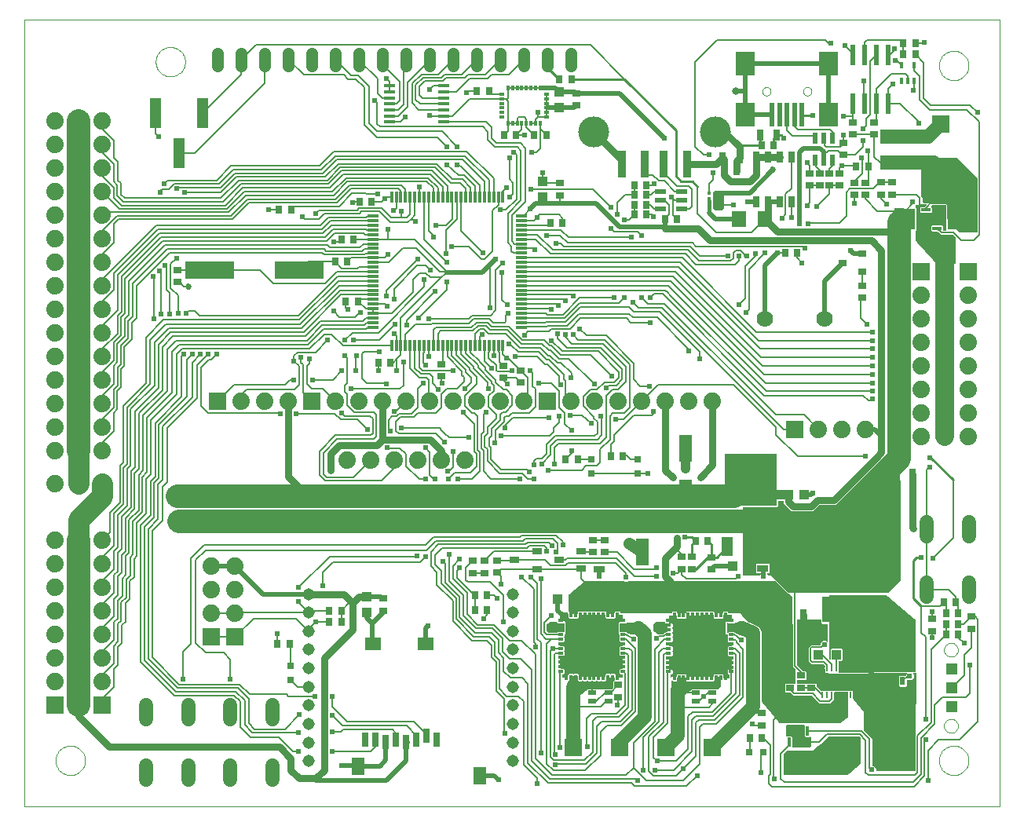
<source format=gtl>
G75*
G70*
%OFA0B0*%
%FSLAX24Y24*%
%IPPOS*%
%LPD*%
%AMOC8*
5,1,8,0,0,1.08239X$1,22.5*
%
%ADD10C,0.0000*%
%ADD11C,0.0515*%
%ADD12C,0.0740*%
%ADD13C,0.0600*%
%ADD14C,0.0515*%
%ADD15R,0.0472X0.0118*%
%ADD16R,0.0118X0.0472*%
%ADD17R,0.0470X0.1300*%
%ADD18R,0.0740X0.0740*%
%ADD19R,0.0197X0.0984*%
%ADD20R,0.0787X0.0984*%
%ADD21R,0.0236X0.0472*%
%ADD22R,0.0472X0.0236*%
%ADD23R,0.0354X0.0276*%
%ADD24R,0.0276X0.0354*%
%ADD25C,0.1310*%
%ADD26R,0.0354X0.1181*%
%ADD27R,0.0315X0.0472*%
%ADD28R,0.0236X0.0866*%
%ADD29R,0.0138X0.0118*%
%ADD30R,0.0413X0.0443*%
%ADD31R,0.0138X0.0374*%
%ADD32R,0.0315X0.0315*%
%ADD33R,0.0098X0.0276*%
%ADD34R,0.1299X0.0669*%
%ADD35R,0.0394X0.0433*%
%ADD36R,0.2126X0.1102*%
%ADD37R,0.0433X0.0394*%
%ADD38R,0.0630X0.0709*%
%ADD39C,0.0700*%
%ADD40R,0.0472X0.0315*%
%ADD41R,0.0709X0.0630*%
%ADD42R,0.0157X0.0295*%
%ADD43R,0.0354X0.0315*%
%ADD44R,0.0515X0.0515*%
%ADD45R,0.0768X0.0768*%
%ADD46R,0.0335X0.0197*%
%ADD47R,0.0709X0.0551*%
%ADD48R,0.0551X0.0748*%
%ADD49R,0.0315X0.0591*%
%ADD50R,0.0551X0.1181*%
%ADD51R,0.0197X0.0118*%
%ADD52R,0.0118X0.0197*%
%ADD53R,0.0250X0.0500*%
%ADD54R,0.0496X0.0142*%
%ADD55R,0.2100X0.0760*%
%ADD56R,0.0472X0.0787*%
%ADD57R,0.2205X0.2205*%
%ADD58R,0.0217X0.0118*%
%ADD59R,0.0118X0.0217*%
%ADD60R,0.0160X0.0390*%
%ADD61R,0.0880X0.0680*%
%ADD62R,0.0390X0.0160*%
%ADD63R,0.0680X0.0880*%
%ADD64R,0.0394X0.0276*%
%ADD65R,0.0244X0.0374*%
%ADD66R,0.1736X0.1705*%
%ADD67C,0.0240*%
%ADD68C,0.0200*%
%ADD69C,0.0320*%
%ADD70C,0.0300*%
%ADD71C,0.0080*%
%ADD72C,0.0100*%
%ADD73C,0.0010*%
%ADD74C,0.0500*%
%ADD75C,0.0400*%
%ADD76C,0.0270*%
%ADD77R,0.0240X0.0240*%
%ADD78C,0.1000*%
%ADD79C,0.0600*%
%ADD80C,0.0900*%
%ADD81C,0.0160*%
%ADD82C,0.0800*%
%ADD83C,0.0150*%
D10*
X000105Y001250D02*
X000105Y034650D01*
X041505Y034650D01*
X041505Y001250D01*
X000105Y001250D01*
X001430Y003200D02*
X001432Y003250D01*
X001438Y003299D01*
X001448Y003348D01*
X001461Y003395D01*
X001479Y003442D01*
X001500Y003487D01*
X001524Y003530D01*
X001552Y003571D01*
X001583Y003610D01*
X001617Y003646D01*
X001654Y003680D01*
X001694Y003710D01*
X001735Y003737D01*
X001779Y003761D01*
X001824Y003781D01*
X001871Y003797D01*
X001919Y003810D01*
X001968Y003819D01*
X002018Y003824D01*
X002067Y003825D01*
X002117Y003822D01*
X002166Y003815D01*
X002215Y003804D01*
X002262Y003790D01*
X002308Y003771D01*
X002353Y003749D01*
X002396Y003724D01*
X002436Y003695D01*
X002474Y003663D01*
X002510Y003629D01*
X002543Y003591D01*
X002572Y003551D01*
X002598Y003509D01*
X002621Y003465D01*
X002640Y003419D01*
X002656Y003372D01*
X002668Y003323D01*
X002676Y003274D01*
X002680Y003225D01*
X002680Y003175D01*
X002676Y003126D01*
X002668Y003077D01*
X002656Y003028D01*
X002640Y002981D01*
X002621Y002935D01*
X002598Y002891D01*
X002572Y002849D01*
X002543Y002809D01*
X002510Y002771D01*
X002474Y002737D01*
X002436Y002705D01*
X002396Y002676D01*
X002353Y002651D01*
X002308Y002629D01*
X002262Y002610D01*
X002215Y002596D01*
X002166Y002585D01*
X002117Y002578D01*
X002067Y002575D01*
X002018Y002576D01*
X001968Y002581D01*
X001919Y002590D01*
X001871Y002603D01*
X001824Y002619D01*
X001779Y002639D01*
X001735Y002663D01*
X001694Y002690D01*
X001654Y002720D01*
X001617Y002754D01*
X001583Y002790D01*
X001552Y002829D01*
X001524Y002870D01*
X001500Y002913D01*
X001479Y002958D01*
X001461Y003005D01*
X001448Y003052D01*
X001438Y003101D01*
X001432Y003150D01*
X001430Y003200D01*
X031432Y031600D02*
X031434Y031626D01*
X031440Y031652D01*
X031450Y031677D01*
X031463Y031700D01*
X031479Y031720D01*
X031499Y031738D01*
X031521Y031753D01*
X031544Y031765D01*
X031570Y031773D01*
X031596Y031777D01*
X031622Y031777D01*
X031648Y031773D01*
X031674Y031765D01*
X031698Y031753D01*
X031719Y031738D01*
X031739Y031720D01*
X031755Y031700D01*
X031768Y031677D01*
X031778Y031652D01*
X031784Y031626D01*
X031786Y031600D01*
X031784Y031574D01*
X031778Y031548D01*
X031768Y031523D01*
X031755Y031500D01*
X031739Y031480D01*
X031719Y031462D01*
X031697Y031447D01*
X031674Y031435D01*
X031648Y031427D01*
X031622Y031423D01*
X031596Y031423D01*
X031570Y031427D01*
X031544Y031435D01*
X031520Y031447D01*
X031499Y031462D01*
X031479Y031480D01*
X031463Y031500D01*
X031450Y031523D01*
X031440Y031548D01*
X031434Y031574D01*
X031432Y031600D01*
X033164Y031600D02*
X033166Y031626D01*
X033172Y031652D01*
X033182Y031677D01*
X033195Y031700D01*
X033211Y031720D01*
X033231Y031738D01*
X033253Y031753D01*
X033276Y031765D01*
X033302Y031773D01*
X033328Y031777D01*
X033354Y031777D01*
X033380Y031773D01*
X033406Y031765D01*
X033430Y031753D01*
X033451Y031738D01*
X033471Y031720D01*
X033487Y031700D01*
X033500Y031677D01*
X033510Y031652D01*
X033516Y031626D01*
X033518Y031600D01*
X033516Y031574D01*
X033510Y031548D01*
X033500Y031523D01*
X033487Y031500D01*
X033471Y031480D01*
X033451Y031462D01*
X033429Y031447D01*
X033406Y031435D01*
X033380Y031427D01*
X033354Y031423D01*
X033328Y031423D01*
X033302Y031427D01*
X033276Y031435D01*
X033252Y031447D01*
X033231Y031462D01*
X033211Y031480D01*
X033195Y031500D01*
X033182Y031523D01*
X033172Y031548D01*
X033166Y031574D01*
X033164Y031600D01*
X038930Y032700D02*
X038932Y032750D01*
X038938Y032799D01*
X038948Y032848D01*
X038961Y032895D01*
X038979Y032942D01*
X039000Y032987D01*
X039024Y033030D01*
X039052Y033071D01*
X039083Y033110D01*
X039117Y033146D01*
X039154Y033180D01*
X039194Y033210D01*
X039235Y033237D01*
X039279Y033261D01*
X039324Y033281D01*
X039371Y033297D01*
X039419Y033310D01*
X039468Y033319D01*
X039518Y033324D01*
X039567Y033325D01*
X039617Y033322D01*
X039666Y033315D01*
X039715Y033304D01*
X039762Y033290D01*
X039808Y033271D01*
X039853Y033249D01*
X039896Y033224D01*
X039936Y033195D01*
X039974Y033163D01*
X040010Y033129D01*
X040043Y033091D01*
X040072Y033051D01*
X040098Y033009D01*
X040121Y032965D01*
X040140Y032919D01*
X040156Y032872D01*
X040168Y032823D01*
X040176Y032774D01*
X040180Y032725D01*
X040180Y032675D01*
X040176Y032626D01*
X040168Y032577D01*
X040156Y032528D01*
X040140Y032481D01*
X040121Y032435D01*
X040098Y032391D01*
X040072Y032349D01*
X040043Y032309D01*
X040010Y032271D01*
X039974Y032237D01*
X039936Y032205D01*
X039896Y032176D01*
X039853Y032151D01*
X039808Y032129D01*
X039762Y032110D01*
X039715Y032096D01*
X039666Y032085D01*
X039617Y032078D01*
X039567Y032075D01*
X039518Y032076D01*
X039468Y032081D01*
X039419Y032090D01*
X039371Y032103D01*
X039324Y032119D01*
X039279Y032139D01*
X039235Y032163D01*
X039194Y032190D01*
X039154Y032220D01*
X039117Y032254D01*
X039083Y032290D01*
X039052Y032329D01*
X039024Y032370D01*
X039000Y032413D01*
X038979Y032458D01*
X038961Y032505D01*
X038948Y032552D01*
X038938Y032601D01*
X038932Y032650D01*
X038930Y032700D01*
X039144Y007894D02*
X039146Y007928D01*
X039152Y007962D01*
X039162Y007995D01*
X039175Y008026D01*
X039193Y008056D01*
X039213Y008084D01*
X039237Y008109D01*
X039263Y008131D01*
X039291Y008149D01*
X039322Y008165D01*
X039354Y008177D01*
X039388Y008185D01*
X039422Y008189D01*
X039456Y008189D01*
X039490Y008185D01*
X039524Y008177D01*
X039556Y008165D01*
X039586Y008149D01*
X039615Y008131D01*
X039641Y008109D01*
X039665Y008084D01*
X039685Y008056D01*
X039703Y008026D01*
X039716Y007995D01*
X039726Y007962D01*
X039732Y007928D01*
X039734Y007894D01*
X039732Y007860D01*
X039726Y007826D01*
X039716Y007793D01*
X039703Y007762D01*
X039685Y007732D01*
X039665Y007704D01*
X039641Y007679D01*
X039615Y007657D01*
X039587Y007639D01*
X039556Y007623D01*
X039524Y007611D01*
X039490Y007603D01*
X039456Y007599D01*
X039422Y007599D01*
X039388Y007603D01*
X039354Y007611D01*
X039322Y007623D01*
X039291Y007639D01*
X039263Y007657D01*
X039237Y007679D01*
X039213Y007704D01*
X039193Y007732D01*
X039175Y007762D01*
X039162Y007793D01*
X039152Y007826D01*
X039146Y007860D01*
X039144Y007894D01*
X039144Y004665D02*
X039146Y004699D01*
X039152Y004733D01*
X039162Y004766D01*
X039175Y004797D01*
X039193Y004827D01*
X039213Y004855D01*
X039237Y004880D01*
X039263Y004902D01*
X039291Y004920D01*
X039322Y004936D01*
X039354Y004948D01*
X039388Y004956D01*
X039422Y004960D01*
X039456Y004960D01*
X039490Y004956D01*
X039524Y004948D01*
X039556Y004936D01*
X039586Y004920D01*
X039615Y004902D01*
X039641Y004880D01*
X039665Y004855D01*
X039685Y004827D01*
X039703Y004797D01*
X039716Y004766D01*
X039726Y004733D01*
X039732Y004699D01*
X039734Y004665D01*
X039732Y004631D01*
X039726Y004597D01*
X039716Y004564D01*
X039703Y004533D01*
X039685Y004503D01*
X039665Y004475D01*
X039641Y004450D01*
X039615Y004428D01*
X039587Y004410D01*
X039556Y004394D01*
X039524Y004382D01*
X039490Y004374D01*
X039456Y004370D01*
X039422Y004370D01*
X039388Y004374D01*
X039354Y004382D01*
X039322Y004394D01*
X039291Y004410D01*
X039263Y004428D01*
X039237Y004450D01*
X039213Y004475D01*
X039193Y004503D01*
X039175Y004533D01*
X039162Y004564D01*
X039152Y004597D01*
X039146Y004631D01*
X039144Y004665D01*
X038930Y003200D02*
X038932Y003250D01*
X038938Y003299D01*
X038948Y003348D01*
X038961Y003395D01*
X038979Y003442D01*
X039000Y003487D01*
X039024Y003530D01*
X039052Y003571D01*
X039083Y003610D01*
X039117Y003646D01*
X039154Y003680D01*
X039194Y003710D01*
X039235Y003737D01*
X039279Y003761D01*
X039324Y003781D01*
X039371Y003797D01*
X039419Y003810D01*
X039468Y003819D01*
X039518Y003824D01*
X039567Y003825D01*
X039617Y003822D01*
X039666Y003815D01*
X039715Y003804D01*
X039762Y003790D01*
X039808Y003771D01*
X039853Y003749D01*
X039896Y003724D01*
X039936Y003695D01*
X039974Y003663D01*
X040010Y003629D01*
X040043Y003591D01*
X040072Y003551D01*
X040098Y003509D01*
X040121Y003465D01*
X040140Y003419D01*
X040156Y003372D01*
X040168Y003323D01*
X040176Y003274D01*
X040180Y003225D01*
X040180Y003175D01*
X040176Y003126D01*
X040168Y003077D01*
X040156Y003028D01*
X040140Y002981D01*
X040121Y002935D01*
X040098Y002891D01*
X040072Y002849D01*
X040043Y002809D01*
X040010Y002771D01*
X039974Y002737D01*
X039936Y002705D01*
X039896Y002676D01*
X039853Y002651D01*
X039808Y002629D01*
X039762Y002610D01*
X039715Y002596D01*
X039666Y002585D01*
X039617Y002578D01*
X039567Y002575D01*
X039518Y002576D01*
X039468Y002581D01*
X039419Y002590D01*
X039371Y002603D01*
X039324Y002619D01*
X039279Y002639D01*
X039235Y002663D01*
X039194Y002690D01*
X039154Y002720D01*
X039117Y002754D01*
X039083Y002790D01*
X039052Y002829D01*
X039024Y002870D01*
X039000Y002913D01*
X038979Y002958D01*
X038961Y003005D01*
X038948Y003052D01*
X038938Y003101D01*
X038932Y003150D01*
X038930Y003200D01*
X005680Y032860D02*
X005682Y032910D01*
X005688Y032959D01*
X005698Y033008D01*
X005711Y033055D01*
X005729Y033102D01*
X005750Y033147D01*
X005774Y033190D01*
X005802Y033231D01*
X005833Y033270D01*
X005867Y033306D01*
X005904Y033340D01*
X005944Y033370D01*
X005985Y033397D01*
X006029Y033421D01*
X006074Y033441D01*
X006121Y033457D01*
X006169Y033470D01*
X006218Y033479D01*
X006268Y033484D01*
X006317Y033485D01*
X006367Y033482D01*
X006416Y033475D01*
X006465Y033464D01*
X006512Y033450D01*
X006558Y033431D01*
X006603Y033409D01*
X006646Y033384D01*
X006686Y033355D01*
X006724Y033323D01*
X006760Y033289D01*
X006793Y033251D01*
X006822Y033211D01*
X006848Y033169D01*
X006871Y033125D01*
X006890Y033079D01*
X006906Y033032D01*
X006918Y032983D01*
X006926Y032934D01*
X006930Y032885D01*
X006930Y032835D01*
X006926Y032786D01*
X006918Y032737D01*
X006906Y032688D01*
X006890Y032641D01*
X006871Y032595D01*
X006848Y032551D01*
X006822Y032509D01*
X006793Y032469D01*
X006760Y032431D01*
X006724Y032397D01*
X006686Y032365D01*
X006646Y032336D01*
X006603Y032311D01*
X006558Y032289D01*
X006512Y032270D01*
X006465Y032256D01*
X006416Y032245D01*
X006367Y032238D01*
X006317Y032235D01*
X006268Y032236D01*
X006218Y032241D01*
X006169Y032250D01*
X006121Y032263D01*
X006074Y032279D01*
X006029Y032299D01*
X005985Y032323D01*
X005944Y032350D01*
X005904Y032380D01*
X005867Y032414D01*
X005833Y032450D01*
X005802Y032489D01*
X005774Y032530D01*
X005750Y032573D01*
X005729Y032618D01*
X005711Y032665D01*
X005698Y032712D01*
X005688Y032761D01*
X005682Y032810D01*
X005680Y032860D01*
D11*
X012174Y010263D03*
X012174Y009476D03*
X012174Y008688D03*
X012174Y007901D03*
X012174Y007113D03*
X012174Y006326D03*
X012174Y005539D03*
X012174Y004751D03*
X012174Y003964D03*
X012174Y003176D03*
X020836Y003176D03*
X020836Y003964D03*
X020836Y004751D03*
X020836Y005539D03*
X020836Y006326D03*
X020836Y007113D03*
X020836Y007901D03*
X020836Y008688D03*
X020836Y009476D03*
X020836Y010263D03*
D12*
X018805Y015950D03*
X017805Y015950D03*
X016805Y015950D03*
X015805Y015950D03*
X014805Y015950D03*
X013805Y015950D03*
X013305Y018450D03*
X014305Y018450D03*
X015305Y018450D03*
X016305Y018450D03*
X017305Y018450D03*
X018305Y018450D03*
X019305Y018450D03*
X020305Y018450D03*
X021305Y018450D03*
X023305Y018450D03*
X024305Y018450D03*
X025305Y018450D03*
X026305Y018450D03*
X027305Y018450D03*
X028305Y018450D03*
X029305Y018450D03*
X033805Y017250D03*
X034805Y017250D03*
X035805Y017250D03*
X038175Y016950D03*
X038175Y017950D03*
X038175Y018950D03*
X038175Y019950D03*
X038175Y020950D03*
X038175Y021950D03*
X038175Y022950D03*
X039175Y022950D03*
X040175Y022950D03*
X040175Y021950D03*
X039175Y021950D03*
X039175Y020950D03*
X040175Y020950D03*
X040175Y019950D03*
X039175Y019950D03*
X039175Y018950D03*
X040175Y018950D03*
X040175Y017950D03*
X039175Y017950D03*
X039175Y016950D03*
X040175Y016950D03*
X011305Y018450D03*
X010305Y018450D03*
X009305Y018450D03*
X003405Y018350D03*
X003405Y019350D03*
X003405Y020350D03*
X003405Y021350D03*
X003405Y022350D03*
X003405Y023350D03*
X003405Y024350D03*
X003405Y025350D03*
X003405Y026350D03*
X003405Y027350D03*
X003405Y028350D03*
X003405Y029350D03*
X003405Y030350D03*
X002405Y030350D03*
X001405Y030350D03*
X001405Y029350D03*
X002405Y029350D03*
X002405Y028350D03*
X001405Y028350D03*
X001405Y027350D03*
X002405Y027350D03*
X002405Y026350D03*
X001405Y026350D03*
X001405Y025350D03*
X002405Y025350D03*
X002405Y024350D03*
X001405Y024350D03*
X001405Y023350D03*
X002405Y023350D03*
X002405Y022350D03*
X001405Y022350D03*
X001405Y021350D03*
X002405Y021350D03*
X002405Y020350D03*
X001405Y020350D03*
X001405Y019350D03*
X002405Y019350D03*
X002405Y018350D03*
X001405Y018350D03*
X001405Y017350D03*
X002405Y017350D03*
X002405Y016350D03*
X001405Y016350D03*
X001405Y014950D03*
X002405Y014950D03*
X003405Y014950D03*
X003405Y016350D03*
X003405Y017350D03*
X003405Y012550D03*
X002405Y012550D03*
X001405Y012550D03*
X001405Y011550D03*
X002405Y011550D03*
X003405Y011550D03*
X003405Y010550D03*
X002405Y010550D03*
X001405Y010550D03*
X001405Y009550D03*
X002405Y009550D03*
X003405Y009550D03*
X003405Y008550D03*
X002405Y008550D03*
X001405Y008550D03*
X001405Y007550D03*
X002405Y007550D03*
X003405Y007550D03*
X003405Y006550D03*
X002405Y006550D03*
X001405Y006550D03*
X008050Y009450D03*
X009050Y009450D03*
X009050Y010450D03*
X009050Y011450D03*
X008050Y011450D03*
X008050Y010450D03*
D13*
X008845Y005540D02*
X008845Y004940D01*
X010625Y004940D02*
X010625Y005540D01*
X010625Y002980D02*
X010625Y002380D01*
X008845Y002380D02*
X008845Y002980D01*
X007065Y002985D02*
X007065Y002385D01*
X005285Y002385D02*
X005285Y002985D01*
X005285Y004945D02*
X005285Y005545D01*
X007065Y005545D02*
X007065Y004945D01*
X023405Y005390D02*
X023405Y003761D01*
X023406Y003760D01*
X025375Y003760D02*
X025375Y003970D01*
X026445Y005040D01*
X026445Y008570D01*
X026185Y008830D01*
X023405Y006330D02*
X023405Y005390D01*
X027346Y003760D02*
X027835Y004248D01*
X027835Y005490D01*
X027835Y006200D01*
X027835Y006230D01*
X029315Y003760D02*
X030825Y005270D01*
X031025Y005470D01*
X031025Y008620D01*
X030585Y008830D01*
X030545Y008830D01*
X038415Y010150D02*
X038415Y010750D01*
X040195Y010750D02*
X040195Y010150D01*
X040195Y012710D02*
X040195Y013310D01*
X038415Y013310D02*
X038415Y012710D01*
X039005Y028251D02*
X038688Y028568D01*
X036775Y028568D01*
X036775Y029671D02*
X038456Y029671D01*
X039005Y030220D01*
D14*
X023305Y032692D02*
X023305Y033207D01*
X022305Y033207D02*
X022305Y032692D01*
X021305Y032692D02*
X021305Y033207D01*
X020305Y033207D02*
X020305Y032692D01*
X019305Y032692D02*
X019305Y033207D01*
X018305Y033207D02*
X018305Y032692D01*
X017305Y032692D02*
X017305Y033207D01*
X016305Y033207D02*
X016305Y032692D01*
X015305Y032692D02*
X015305Y033207D01*
X014305Y033207D02*
X014305Y032692D01*
X013305Y032692D02*
X013305Y033207D01*
X012305Y033207D02*
X012305Y032692D01*
X011305Y032692D02*
X011305Y033207D01*
X010305Y033207D02*
X010305Y032692D01*
X009305Y032692D02*
X009305Y033207D01*
X008305Y033207D02*
X008305Y032692D01*
D15*
X014905Y026312D03*
X014905Y026115D03*
X014905Y025918D03*
X014905Y025721D03*
X014905Y025524D03*
X014905Y025328D03*
X014905Y025131D03*
X014905Y024934D03*
X014905Y024737D03*
X014905Y024540D03*
X014905Y024343D03*
X014905Y024146D03*
X014905Y023950D03*
X014905Y023753D03*
X014905Y023556D03*
X014905Y023359D03*
X014905Y023162D03*
X014905Y022965D03*
X014905Y022769D03*
X014905Y022572D03*
X014905Y022375D03*
X014905Y022178D03*
X014905Y021981D03*
X014905Y021784D03*
X014905Y021587D03*
X021205Y021587D03*
X021205Y021784D03*
X021205Y021981D03*
X021205Y022178D03*
X021205Y022375D03*
X021205Y022572D03*
X021205Y022769D03*
X021205Y022965D03*
X021205Y023162D03*
X021205Y023359D03*
X021205Y023556D03*
X021205Y023753D03*
X021205Y023950D03*
X021205Y024146D03*
X021205Y024343D03*
X021205Y024540D03*
X021205Y024737D03*
X021205Y024934D03*
X021205Y025131D03*
X021205Y025328D03*
X021205Y025524D03*
X021205Y025721D03*
X021205Y025918D03*
X021205Y026115D03*
X021205Y026312D03*
D16*
X020417Y027099D03*
X020220Y027099D03*
X020024Y027099D03*
X019827Y027099D03*
X019630Y027099D03*
X019433Y027099D03*
X019236Y027099D03*
X019039Y027099D03*
X018842Y027099D03*
X018646Y027099D03*
X018449Y027099D03*
X018252Y027099D03*
X018055Y027099D03*
X017858Y027099D03*
X017661Y027099D03*
X017464Y027099D03*
X017268Y027099D03*
X017071Y027099D03*
X016874Y027099D03*
X016677Y027099D03*
X016480Y027099D03*
X016283Y027099D03*
X016086Y027099D03*
X015890Y027099D03*
X015693Y027099D03*
X015693Y020800D03*
X015890Y020800D03*
X016086Y020800D03*
X016283Y020800D03*
X016480Y020800D03*
X016677Y020800D03*
X016874Y020800D03*
X017071Y020800D03*
X017268Y020800D03*
X017464Y020800D03*
X017661Y020800D03*
X017858Y020800D03*
X018055Y020800D03*
X018252Y020800D03*
X018449Y020800D03*
X018646Y020800D03*
X018842Y020800D03*
X019039Y020800D03*
X019236Y020800D03*
X019433Y020800D03*
X019630Y020800D03*
X019827Y020800D03*
X020024Y020800D03*
X020220Y020800D03*
X020417Y020800D03*
D17*
X007670Y030675D03*
X006670Y028975D03*
X005670Y030675D03*
D18*
X008305Y018450D03*
X012305Y018450D03*
X022305Y018450D03*
X032805Y017250D03*
X038175Y023950D03*
X039175Y023950D03*
X040175Y023950D03*
X009050Y008450D03*
X008050Y008450D03*
X003405Y005550D03*
X002405Y005550D03*
X001405Y005550D03*
D19*
X031845Y030615D03*
X032160Y030615D03*
X032475Y030615D03*
X032790Y030615D03*
X033105Y030615D03*
D20*
X034247Y030615D03*
X034247Y032781D03*
X030703Y032781D03*
X030703Y030615D03*
D21*
X033671Y029603D03*
X034045Y029603D03*
X034419Y029603D03*
X034419Y028697D03*
X034045Y028697D03*
X033671Y028697D03*
D22*
X028008Y027363D03*
X028008Y026989D03*
X028008Y026615D03*
X027103Y026615D03*
X027103Y026989D03*
X027103Y027363D03*
D23*
X022825Y027194D03*
X022825Y027706D03*
X023525Y031004D03*
X023525Y031516D03*
X033435Y028126D03*
X033855Y028116D03*
X034275Y028116D03*
X034695Y028116D03*
X034695Y027604D03*
X034275Y027604D03*
X033855Y027604D03*
X033435Y027614D03*
X035345Y027726D03*
X035795Y027726D03*
X035795Y027214D03*
X035345Y027214D03*
X036485Y027224D03*
X036925Y027224D03*
X036925Y027736D03*
X036485Y027736D03*
X034875Y028914D03*
X034875Y029426D03*
X035285Y029774D03*
X035285Y030286D03*
X036165Y030296D03*
X036165Y029784D03*
X035675Y023346D03*
X035675Y022834D03*
X024745Y012556D03*
X024245Y012556D03*
X024245Y012044D03*
X024745Y012044D03*
X028018Y011836D03*
X028435Y011836D03*
X028435Y011324D03*
X028018Y011324D03*
X029255Y011314D03*
X029255Y011826D03*
X032605Y006806D03*
X033055Y006806D03*
X033505Y006806D03*
X033505Y006294D03*
X033055Y006294D03*
X032605Y006294D03*
X031405Y005206D03*
X031405Y004694D03*
X025315Y005894D03*
X025315Y006406D03*
X020175Y011184D03*
X020175Y011696D03*
X019645Y011676D03*
X019645Y011164D03*
X019135Y011154D03*
X019135Y011666D03*
X015320Y010071D03*
X015320Y009559D03*
X020425Y019444D03*
X021175Y019244D03*
X021175Y019756D03*
X020425Y019956D03*
X017792Y020015D03*
X017792Y019503D03*
X006595Y023504D03*
X006595Y024016D03*
X038635Y009206D03*
X038635Y008694D03*
X040295Y008789D03*
X040295Y009301D03*
D24*
X039751Y009440D03*
X039641Y009900D03*
X039239Y009440D03*
X039129Y009900D03*
X039239Y008990D03*
X039239Y008560D03*
X039751Y008560D03*
X039751Y008990D03*
X031411Y004150D03*
X030899Y004150D03*
X029111Y012530D03*
X028599Y012530D03*
X025514Y016117D03*
X025002Y016117D03*
X023588Y015998D03*
X023076Y015998D03*
X019751Y010210D03*
X019239Y010210D03*
X019239Y009580D03*
X019751Y009580D03*
X013561Y009560D03*
X013561Y009085D03*
X013049Y009085D03*
X013049Y009560D03*
X011356Y008155D03*
X010844Y008155D03*
X015139Y020090D03*
X015651Y020090D03*
X014261Y022680D03*
X013749Y022680D03*
X013811Y024370D03*
X013299Y024370D03*
X013559Y025310D03*
X014071Y025310D03*
X014339Y026930D03*
X014851Y026930D03*
X011421Y026570D03*
X010909Y026570D03*
X019309Y031630D03*
X019821Y031630D03*
X020459Y029740D03*
X020971Y029740D03*
X021749Y029750D03*
X022261Y029750D03*
X022809Y032110D03*
X023321Y032110D03*
X025989Y027630D03*
X025989Y027210D03*
X025989Y026790D03*
X026501Y026790D03*
X026501Y027210D03*
X026501Y027630D03*
X026501Y026370D03*
X025989Y026370D03*
X027289Y026190D03*
X027801Y026190D03*
X029819Y028200D03*
X030331Y028200D03*
X031399Y029310D03*
X031911Y029310D03*
X035419Y028400D03*
X035931Y028400D03*
X032901Y024740D03*
X032389Y024740D03*
X022951Y026020D03*
X022439Y026020D03*
X037409Y033170D03*
X037409Y033660D03*
X037921Y033660D03*
X037921Y033170D03*
D25*
X029430Y029880D03*
X024260Y029880D03*
D26*
X025467Y028521D03*
X026451Y028521D03*
X027239Y028521D03*
X028223Y028521D03*
D27*
X029751Y028790D03*
X030459Y028790D03*
X031341Y029750D03*
X032049Y029750D03*
X037101Y015340D03*
X037809Y015340D03*
X037809Y014720D03*
X037101Y014720D03*
X037101Y014120D03*
X037809Y014120D03*
X037809Y013530D03*
X037101Y013530D03*
X033159Y009380D03*
X032451Y009380D03*
D28*
X035265Y031096D03*
X035765Y031096D03*
X036265Y031096D03*
X036765Y031096D03*
X036765Y033143D03*
X036265Y033143D03*
X035765Y033143D03*
X035265Y033143D03*
D29*
X029691Y027294D03*
X029435Y027294D03*
X029179Y027294D03*
X029179Y026645D03*
X029435Y026645D03*
X029691Y026645D03*
D30*
X029553Y026970D03*
D31*
X029179Y026935D03*
D32*
X026120Y015980D03*
X026120Y015389D03*
X024165Y015389D03*
X024165Y015980D03*
X011395Y007210D03*
X011395Y006619D03*
X030880Y003555D03*
X031470Y003555D03*
D33*
X033974Y005979D03*
X034171Y005979D03*
X034368Y005979D03*
X034565Y005979D03*
X034762Y005979D03*
X034959Y005979D03*
X035156Y005979D03*
X035156Y007120D03*
X034959Y007120D03*
X034762Y007120D03*
X034565Y007120D03*
X034368Y007120D03*
X034171Y007120D03*
X033974Y007120D03*
D34*
X034565Y006550D03*
D35*
X034565Y007685D03*
X034565Y008354D03*
X014635Y009480D03*
X014635Y010149D03*
X022095Y027115D03*
X022095Y027784D03*
X022805Y030905D03*
X022805Y031574D03*
D36*
X035035Y013458D03*
X035035Y009600D03*
D37*
X033800Y007680D03*
X033130Y007680D03*
X030830Y011450D03*
X030160Y011450D03*
X032530Y014480D03*
X033200Y014480D03*
X023420Y010040D03*
X022750Y010040D03*
D38*
X032194Y008480D03*
X033296Y008480D03*
X031526Y026180D03*
X030424Y026180D03*
D39*
X031525Y021950D03*
X034085Y021950D03*
D40*
X031435Y011364D03*
X031435Y010655D03*
X024495Y010595D03*
X024495Y011304D03*
D41*
X036775Y028568D03*
X036775Y029671D03*
D42*
X037349Y032055D03*
X037605Y032055D03*
X037861Y032055D03*
X037861Y032704D03*
X037349Y032704D03*
D43*
X035679Y024704D03*
X034852Y024330D03*
X035679Y023956D03*
D44*
X039455Y007067D03*
X039455Y006280D03*
X039455Y005492D03*
D45*
X036935Y003750D03*
X034966Y003750D03*
X029315Y003760D03*
X027346Y003760D03*
X025375Y003760D03*
X023406Y003760D03*
X039005Y028251D03*
X039005Y030220D03*
D46*
X029299Y006096D03*
X029299Y005703D03*
X028611Y005703D03*
X028611Y006096D03*
X024899Y006096D03*
X024899Y005703D03*
X024211Y005703D03*
X024211Y006096D03*
D47*
X017146Y008132D03*
X014902Y008132D03*
D48*
X014272Y002955D03*
X019449Y002561D03*
D49*
X017615Y004077D03*
X017182Y004234D03*
X016749Y004077D03*
X016315Y003998D03*
X015882Y004077D03*
X015449Y003998D03*
X015016Y004077D03*
X014583Y004077D03*
D50*
X026325Y010145D03*
X026325Y012034D03*
X028175Y014545D03*
X028175Y016434D03*
D51*
X022260Y030507D03*
X022260Y030704D03*
X022260Y030901D03*
X022260Y031098D03*
X022260Y031295D03*
X022260Y031492D03*
X020370Y031492D03*
X020370Y031295D03*
X020370Y031098D03*
X020370Y030901D03*
X020370Y030704D03*
X020370Y030507D03*
D52*
X020626Y030252D03*
X020823Y030252D03*
X021020Y030252D03*
X021217Y030252D03*
X021413Y030252D03*
X021610Y030252D03*
X021807Y030252D03*
X022004Y030252D03*
X022004Y031748D03*
X021807Y031748D03*
X021610Y031748D03*
X021413Y031748D03*
X021217Y031748D03*
X021020Y031748D03*
X020823Y031748D03*
X020626Y031748D03*
D53*
X031165Y028820D03*
X031665Y028820D03*
X032165Y028820D03*
X032665Y028820D03*
X032665Y026920D03*
X032165Y026920D03*
X031665Y026920D03*
X031165Y026920D03*
D54*
X017897Y030302D03*
X017897Y030558D03*
X017897Y030814D03*
X017897Y031070D03*
X017897Y031326D03*
X017897Y031581D03*
X017897Y031837D03*
X015613Y031837D03*
X015613Y031581D03*
X015613Y031326D03*
X015613Y031070D03*
X015613Y030814D03*
X015613Y030558D03*
X015613Y030302D03*
D55*
X011785Y024000D03*
X007985Y024000D03*
D56*
X029941Y012275D03*
X031909Y012275D03*
D57*
X030925Y015110D03*
X028775Y008050D03*
X024185Y008060D03*
D58*
X025514Y008158D03*
X025514Y007961D03*
X025514Y007764D03*
X025514Y007567D03*
X025514Y007371D03*
X025514Y007174D03*
X025514Y006977D03*
X025514Y008355D03*
X025514Y008552D03*
X025514Y008749D03*
X025514Y008945D03*
X025514Y009142D03*
X027446Y009132D03*
X027446Y008935D03*
X027446Y008739D03*
X027446Y008542D03*
X027446Y008345D03*
X027446Y008148D03*
X027446Y007951D03*
X027446Y007754D03*
X027446Y007557D03*
X027446Y007361D03*
X027446Y007164D03*
X027446Y006967D03*
X030104Y006967D03*
X030104Y007164D03*
X030104Y007361D03*
X030104Y007557D03*
X030104Y007754D03*
X030104Y007951D03*
X030104Y008148D03*
X030104Y008345D03*
X030104Y008542D03*
X030104Y008739D03*
X030104Y008935D03*
X030104Y009132D03*
X022856Y009142D03*
X022856Y008945D03*
X022856Y008749D03*
X022856Y008552D03*
X022856Y008355D03*
X022856Y008158D03*
X022856Y007961D03*
X022856Y007764D03*
X022856Y007567D03*
X022856Y007371D03*
X022856Y007174D03*
X022856Y006977D03*
D59*
X023102Y006731D03*
X023299Y006731D03*
X023496Y006731D03*
X023693Y006731D03*
X023890Y006731D03*
X024087Y006731D03*
X024283Y006731D03*
X024480Y006731D03*
X024677Y006731D03*
X024874Y006731D03*
X025071Y006731D03*
X025268Y006731D03*
X027692Y006721D03*
X027889Y006721D03*
X028086Y006721D03*
X028283Y006721D03*
X028480Y006721D03*
X028677Y006721D03*
X028873Y006721D03*
X029070Y006721D03*
X029267Y006721D03*
X029464Y006721D03*
X029661Y006721D03*
X029858Y006721D03*
X029858Y009378D03*
X029661Y009378D03*
X029464Y009378D03*
X029267Y009378D03*
X029070Y009378D03*
X028873Y009378D03*
X028677Y009378D03*
X028480Y009378D03*
X028283Y009378D03*
X028086Y009378D03*
X027889Y009378D03*
X027692Y009378D03*
X025268Y009388D03*
X025071Y009388D03*
X024874Y009388D03*
X024677Y009388D03*
X024480Y009388D03*
X024283Y009388D03*
X024087Y009388D03*
X023890Y009388D03*
X023693Y009388D03*
X023496Y009388D03*
X023299Y009388D03*
X023102Y009388D03*
D60*
X032555Y005585D03*
X032815Y005585D03*
X033075Y005585D03*
X033335Y005585D03*
X033335Y004455D03*
X033075Y004455D03*
X032815Y004455D03*
X032555Y004455D03*
X032555Y003975D03*
X032815Y003975D03*
X033075Y003975D03*
X033335Y003975D03*
X033335Y002845D03*
X033075Y002845D03*
X032815Y002845D03*
X032555Y002845D03*
D61*
X032945Y003190D03*
X032945Y005240D03*
D62*
X037235Y025800D03*
X037235Y026060D03*
X037235Y026320D03*
X037235Y026580D03*
X038365Y026580D03*
X038365Y026320D03*
X038365Y026060D03*
X038365Y025800D03*
X038845Y025795D03*
X038845Y026055D03*
X038845Y026315D03*
X038845Y026575D03*
X039975Y026575D03*
X039975Y026315D03*
X039975Y026055D03*
X039975Y025795D03*
D63*
X039630Y026185D03*
X037580Y026190D03*
D64*
X023747Y012094D03*
X023747Y011346D03*
X022803Y011720D03*
X021857Y012074D03*
X021857Y011326D03*
X020913Y011700D03*
D65*
X035885Y006574D03*
X036385Y006574D03*
X036885Y006574D03*
X037385Y006574D03*
D66*
X036635Y008000D03*
D67*
X037685Y006790D03*
X038635Y008400D03*
X038635Y009510D03*
X039995Y008180D03*
X040225Y007235D03*
X038365Y004950D03*
X038385Y004070D03*
X038455Y002340D03*
X036080Y002800D03*
X031935Y002400D03*
X031365Y002665D03*
X031005Y004760D03*
X028945Y005910D03*
X030545Y008310D03*
X030395Y011020D03*
X029645Y011450D03*
X031485Y011010D03*
X028141Y012678D03*
X027802Y012648D03*
X027712Y013360D03*
X028618Y014427D03*
X028795Y015228D03*
X028175Y015580D03*
X027634Y015204D03*
X026554Y015390D03*
X025213Y017697D03*
X024580Y017802D03*
X024166Y017511D03*
X023335Y017202D03*
X023284Y017835D03*
X022801Y017814D03*
X022372Y017757D03*
X022858Y019149D03*
X023290Y019440D03*
X024304Y019167D03*
X024796Y019002D03*
X025051Y019512D03*
X026632Y019095D03*
X026806Y018009D03*
X028755Y020260D03*
X028305Y020580D03*
X026675Y021790D03*
X026675Y022850D03*
X026315Y022840D03*
X025945Y022640D03*
X025565Y022850D03*
X025125Y022850D03*
X023395Y022920D03*
X023055Y022710D03*
X022775Y022510D03*
X022485Y022350D03*
X022725Y021300D03*
X023075Y021290D03*
X023395Y021270D03*
X023683Y021528D03*
X022485Y021030D03*
X021335Y021260D03*
X020662Y020868D03*
X020929Y020355D03*
X020555Y020290D03*
X020025Y020370D03*
X019921Y019863D03*
X020794Y019737D03*
X020590Y019170D03*
X019801Y018978D03*
X018808Y018993D03*
X018298Y019749D03*
X017848Y019230D03*
X017671Y018957D03*
X017035Y019221D03*
X017137Y019971D03*
X017275Y020340D03*
X016207Y020109D03*
X015915Y019740D03*
X015472Y019194D03*
X015140Y019745D03*
X014185Y019743D03*
X013571Y019743D03*
X013715Y020390D03*
X014216Y020387D03*
X014080Y021039D03*
X013715Y021040D03*
X012970Y021039D03*
X012195Y020240D03*
X011842Y020304D03*
X011545Y020157D03*
X011525Y019360D03*
X012342Y019360D03*
X011638Y017931D03*
X010963Y017928D03*
X013564Y017958D03*
X013978Y018966D03*
X015805Y018027D03*
X016105Y017301D03*
X015652Y017166D03*
X015487Y016494D03*
X014662Y017241D03*
X013114Y015510D03*
X013694Y014427D03*
X016785Y011870D03*
X017125Y011850D03*
X017885Y011660D03*
X018145Y011960D03*
X018585Y011740D03*
X018585Y011380D03*
X020335Y010670D03*
X020165Y010090D03*
X021215Y010980D03*
X021615Y010980D03*
X022025Y010900D03*
X022285Y012080D03*
X022495Y012330D03*
X022665Y012043D03*
X022955Y012350D03*
X024495Y011020D03*
X025635Y010970D03*
X026935Y011031D03*
X026925Y011378D03*
X027643Y011139D03*
X026935Y008370D03*
X025961Y008352D03*
X022537Y007961D03*
X021795Y008030D03*
X022465Y009350D03*
X020435Y009080D03*
X019605Y009220D03*
X017225Y008910D03*
X014865Y009010D03*
X012765Y010600D03*
X011745Y010550D03*
X011745Y009950D03*
X012485Y009080D03*
X010845Y008580D03*
X008845Y006660D03*
X006845Y006660D03*
X011775Y005150D03*
X011745Y004390D03*
X011725Y003570D03*
X013175Y003570D03*
X013555Y002970D03*
X013175Y004400D03*
X013165Y005130D03*
X013165Y005930D03*
X012435Y005930D03*
X020245Y002370D03*
X021855Y002230D03*
X022645Y003000D03*
X022645Y003450D03*
X022825Y003760D03*
X022025Y003510D03*
X020505Y004360D03*
X024005Y003790D03*
X025255Y005550D03*
X026965Y003170D03*
X026885Y002790D03*
X026375Y002790D03*
X026125Y002340D03*
X028085Y002850D03*
X028655Y002560D03*
X034055Y008130D03*
X038165Y011800D03*
X038660Y011795D03*
X037845Y013060D03*
X038525Y015645D03*
X038525Y016040D03*
X036275Y016060D03*
X035815Y016100D03*
X033585Y014560D03*
X036100Y018540D03*
X036105Y018870D03*
X036105Y019230D03*
X036105Y019590D03*
X036105Y019950D03*
X036105Y020310D03*
X036105Y020670D03*
X036105Y021030D03*
X036105Y021390D03*
X035885Y021700D03*
X033115Y024330D03*
X033225Y024950D03*
X033005Y025280D03*
X033005Y025980D03*
X033385Y025980D03*
X032665Y026260D03*
X032265Y026230D03*
X032065Y025640D03*
X032065Y024740D03*
X031535Y024740D03*
X031125Y024720D03*
X030755Y024610D03*
X030435Y024600D03*
X029975Y024630D03*
X030425Y022560D03*
X030725Y022230D03*
X026295Y025480D03*
X025855Y025400D03*
X025571Y026159D03*
X025275Y026387D03*
X025005Y026685D03*
X025005Y025778D03*
X026815Y026290D03*
X027289Y025791D03*
X027585Y027110D03*
X026835Y027690D03*
X027285Y029610D03*
X029175Y028900D03*
X029335Y028160D03*
X030205Y026770D03*
X030805Y026920D03*
X033325Y026760D03*
X033745Y026730D03*
X035345Y026860D03*
X036705Y026820D03*
X037815Y026910D03*
X035635Y028790D03*
X035915Y029080D03*
X035715Y029530D03*
X035715Y030030D03*
X034875Y029760D03*
X034885Y030560D03*
X033575Y030570D03*
X032345Y029630D03*
X033325Y028570D03*
X034815Y028460D03*
X038065Y030240D03*
X037820Y031660D03*
X036955Y031920D03*
X037075Y032910D03*
X037045Y033400D03*
X038300Y033690D03*
X035735Y032040D03*
X034945Y033540D03*
X034345Y033660D03*
X040555Y030700D03*
X035155Y024840D03*
X023335Y016333D03*
X022595Y015798D03*
X022345Y015530D03*
X022065Y015790D03*
X021727Y015738D03*
X021525Y015450D03*
X021735Y015150D03*
X021130Y015150D03*
X020056Y016674D03*
X020332Y016968D03*
X020503Y017307D03*
X019714Y017982D03*
X018724Y017982D03*
X018970Y016908D03*
X018305Y016305D03*
X017938Y016719D03*
X017131Y016467D03*
X018085Y015470D03*
X018095Y015150D03*
X018495Y015140D03*
X017525Y015150D03*
X017145Y015140D03*
X021942Y019217D03*
X021562Y019737D03*
X019528Y021279D03*
X019875Y022400D03*
X020614Y022536D03*
X020620Y022182D03*
X020386Y023916D03*
X020415Y024310D03*
X020105Y024490D03*
X019582Y024735D03*
X018229Y025014D03*
X017995Y024700D03*
X018035Y024340D03*
X017326Y024021D03*
X016815Y024485D03*
X017065Y023613D03*
X017545Y023100D03*
X018035Y023520D03*
X017275Y021940D03*
X016835Y021970D03*
X016321Y021690D03*
X015847Y021726D03*
X015814Y021317D03*
X015181Y020547D03*
X014355Y022230D03*
X013835Y022340D03*
X013225Y022270D03*
X015502Y022479D03*
X015799Y022773D03*
X015462Y022912D03*
X015545Y024680D03*
X015525Y025760D03*
X015785Y026560D03*
X016095Y026500D03*
X016705Y026070D03*
X017585Y025930D03*
X017475Y025420D03*
X015395Y027050D03*
X015095Y027260D03*
X014045Y026880D03*
X012475Y026420D03*
X011905Y026270D03*
X010465Y026570D03*
X013245Y025210D03*
X016865Y027550D03*
X018025Y028480D03*
X018465Y028480D03*
X018465Y029260D03*
X018025Y029260D03*
X017315Y030590D03*
X016265Y030510D03*
X014985Y031210D03*
X015475Y032150D03*
X017295Y031670D03*
X018875Y031550D03*
X021345Y029740D03*
X021625Y029020D03*
X020885Y029020D03*
X020705Y028770D03*
X020585Y027520D03*
X020715Y027110D03*
X020315Y026570D03*
X021585Y026610D03*
X021865Y026260D03*
X022285Y025490D03*
X022685Y025150D03*
X021775Y024880D03*
X021615Y027450D03*
X022095Y028160D03*
X021905Y030720D03*
X008265Y020450D03*
X007915Y020450D03*
X007585Y020450D03*
X007225Y020450D03*
X006885Y020450D03*
X006976Y022178D03*
X006634Y022167D03*
X006277Y022152D03*
X005911Y022143D03*
X005605Y021945D03*
X005563Y023736D03*
X005833Y023985D03*
X006073Y024228D03*
X006568Y024531D03*
X006891Y027303D03*
X006566Y027470D03*
X006026Y027684D03*
X005862Y027312D03*
X005800Y029695D03*
D68*
X018034Y023928D02*
X019545Y023930D01*
X020105Y024490D01*
X021585Y026610D02*
X021815Y026840D01*
X022015Y026840D01*
X022835Y026840D01*
X024385Y026840D01*
X025375Y025850D01*
X027231Y025850D01*
X027289Y025791D01*
X027257Y025760D01*
X027289Y025766D02*
X027289Y025791D01*
X027289Y026190D01*
X029179Y026436D02*
X029435Y026180D01*
X030424Y026180D01*
X030805Y026920D02*
X031165Y026920D01*
X030890Y027294D02*
X031885Y028290D01*
X033005Y029010D02*
X033005Y025980D01*
X032165Y026920D02*
X031665Y026920D01*
X031665Y026318D02*
X031526Y026180D01*
X030890Y027294D02*
X029691Y027294D01*
X029435Y027294D01*
X029435Y026645D01*
X029691Y026645D01*
X029691Y027274D01*
X029685Y027280D01*
X029553Y026970D02*
X029553Y026783D01*
X029691Y026645D01*
X032065Y024740D02*
X031525Y024200D01*
X031525Y021950D01*
X034085Y021950D02*
X034085Y023562D01*
X034852Y024330D01*
X035291Y024704D02*
X035155Y024840D01*
X035291Y024704D02*
X035679Y024704D01*
X034040Y028905D02*
X034040Y029035D01*
X033885Y029190D01*
X033185Y029190D01*
X033005Y029010D01*
X031845Y030615D02*
X030703Y030615D01*
X030703Y031609D01*
X030296Y031609D01*
X030295Y031610D01*
X030703Y031609D02*
X030703Y032781D01*
X034247Y032781D01*
X034247Y030615D01*
X027285Y029610D02*
X025379Y031516D01*
X023525Y031516D01*
X023466Y031574D01*
X022805Y031574D01*
X022632Y031748D01*
X022004Y031748D01*
X022260Y030901D02*
X022801Y030901D01*
X022805Y030905D01*
X023426Y030905D01*
X023525Y031004D01*
X035805Y017250D02*
X036215Y017250D01*
X036485Y016980D01*
X033585Y014560D02*
X033505Y014480D01*
X033200Y014480D01*
X031435Y011364D02*
X031485Y011314D01*
X031485Y011010D01*
X030160Y011450D02*
X029645Y011450D01*
X029401Y011450D01*
X029255Y011314D01*
X024495Y011304D02*
X024495Y011020D01*
X022750Y010040D02*
X022750Y009554D01*
X022905Y009400D01*
X017225Y008910D02*
X017146Y008831D01*
X017146Y008132D01*
X015320Y009465D02*
X014865Y009010D01*
X014635Y009240D01*
X014635Y009480D01*
X015320Y009465D02*
X015320Y009559D01*
X015320Y010071D02*
X015241Y010149D01*
X014635Y010149D01*
X014865Y009010D02*
X014862Y008132D01*
X014902Y008132D01*
X012174Y010263D02*
X010237Y010263D01*
X009050Y011450D01*
X008050Y011450D01*
X015449Y003998D02*
X015449Y003204D01*
X015200Y002955D01*
X014272Y002955D01*
X014258Y002970D01*
X013555Y002970D01*
X012475Y002340D02*
X012365Y002450D01*
X012475Y002340D02*
X015475Y002340D01*
X016315Y003180D01*
X016315Y003998D01*
X019449Y002561D02*
X020053Y002561D01*
X020245Y002370D01*
D69*
X022493Y008826D03*
X025865Y008830D03*
X027065Y008850D03*
X030545Y008830D03*
X025774Y012424D03*
X030295Y031610D03*
D70*
X029815Y029880D02*
X029430Y029880D01*
X029815Y029880D02*
X030459Y029235D01*
X030459Y028790D01*
X030331Y028661D01*
X030331Y028200D01*
X030075Y027780D02*
X029819Y028036D01*
X029819Y028200D01*
X029819Y028721D01*
X029751Y028790D01*
X029482Y028521D01*
X028223Y028521D01*
X030075Y027780D02*
X030895Y027780D01*
X031165Y028050D01*
X031165Y028820D01*
X031665Y028820D01*
X032165Y028820D01*
X031665Y026920D02*
X031665Y026318D01*
X031665Y026040D01*
X032065Y025640D01*
X037115Y025640D01*
X037235Y025520D01*
X036485Y024860D02*
X036065Y025280D01*
X033005Y025280D01*
X029205Y025280D01*
X028693Y025791D01*
X027289Y025791D01*
X025467Y028521D02*
X025467Y028673D01*
X024260Y029880D01*
X036485Y024860D02*
X036485Y016980D01*
X036485Y016280D01*
X036275Y016060D01*
X034455Y014250D01*
X033755Y014250D01*
X033495Y013990D01*
X032725Y013990D01*
X032530Y014184D01*
X032530Y014480D01*
X029305Y015738D02*
X028795Y015228D01*
X029305Y015738D02*
X029305Y018450D01*
X027305Y018450D02*
X027305Y015518D01*
X027634Y015204D01*
X027802Y012648D02*
X027802Y012270D01*
X027743Y012211D01*
X027305Y011773D01*
X027305Y011000D01*
X027979Y010326D01*
X033159Y009380D02*
X033169Y008606D01*
X033296Y008480D01*
X037809Y013095D02*
X037845Y013060D01*
X037809Y013095D02*
X037809Y013530D01*
X037809Y014120D01*
X037809Y014720D01*
X037809Y015340D01*
X037101Y015340D02*
X037101Y014720D01*
X017805Y015950D02*
X017805Y016345D01*
X017322Y016828D01*
X015305Y016828D01*
X015055Y016578D01*
X013486Y016578D01*
X013111Y016203D01*
X013111Y015513D01*
X013114Y015510D01*
X012139Y014427D02*
X011305Y015261D01*
X011305Y018450D01*
X015305Y018450D02*
X015305Y016828D01*
X014635Y010149D02*
X014305Y010149D01*
X014040Y009885D01*
X013662Y010263D01*
X012174Y010263D01*
X014040Y009885D02*
X014040Y008750D01*
X012825Y007535D01*
X012825Y002790D01*
X012485Y002450D01*
X012365Y002450D01*
X011755Y002450D01*
X011415Y002790D01*
X011415Y003290D01*
X010925Y003780D01*
X003705Y003780D01*
X002405Y005080D01*
X002405Y005550D01*
X016315Y003998D02*
X016315Y003998D01*
D71*
X015882Y004077D02*
X015882Y004362D01*
X015745Y004500D01*
X013645Y004500D01*
X013545Y004400D01*
X013175Y004400D01*
X013615Y004680D02*
X013165Y005130D01*
X013165Y005490D02*
X013165Y005930D01*
X013165Y005490D02*
X013815Y004840D01*
X016645Y004840D01*
X017182Y004303D01*
X017182Y004234D01*
X016749Y004256D02*
X016749Y004077D01*
X016749Y004256D02*
X016325Y004680D01*
X013615Y004680D01*
X013175Y003570D02*
X014795Y003570D01*
X015016Y003791D01*
X015016Y004077D01*
X015882Y004077D02*
X015882Y004202D01*
X012435Y005930D02*
X011305Y005930D01*
X011225Y006010D01*
X009655Y006010D01*
X009245Y006420D01*
X006685Y006420D01*
X005535Y007570D01*
X005535Y012950D01*
X005955Y013370D01*
X005955Y014820D01*
X006165Y015030D01*
X006165Y017310D01*
X007435Y018580D01*
X007435Y019970D01*
X007915Y020450D01*
X007930Y020214D02*
X007609Y019893D01*
X007609Y018252D01*
X007909Y017952D01*
X010939Y017952D01*
X010963Y017928D01*
X011638Y017931D02*
X013273Y017931D01*
X013534Y017670D01*
X014233Y017670D01*
X014662Y017241D01*
X014890Y017091D02*
X014806Y017007D01*
X013317Y017007D01*
X012630Y016320D01*
X012630Y015300D01*
X012860Y015070D01*
X015265Y015070D01*
X015805Y015610D01*
X015805Y015950D01*
X016305Y016200D02*
X016050Y016455D01*
X015526Y016455D01*
X015487Y016494D01*
X015043Y016959D02*
X014926Y016842D01*
X013382Y016842D01*
X012790Y016250D01*
X012790Y015360D01*
X012925Y015225D01*
X014080Y015225D01*
X014805Y015950D01*
X015043Y016959D02*
X015043Y017865D01*
X014929Y017979D01*
X014107Y017979D01*
X013816Y018270D01*
X013816Y018732D01*
X013699Y018849D01*
X013699Y019131D01*
X013798Y019230D01*
X013798Y020310D01*
X013718Y020390D01*
X013715Y020390D01*
X013626Y020800D02*
X013129Y021297D01*
X012820Y021297D01*
X012205Y020682D01*
X006787Y020682D01*
X006555Y020450D01*
X006555Y018740D01*
X005475Y017660D01*
X005475Y015340D01*
X005285Y015150D01*
X005285Y013690D01*
X004885Y013290D01*
X004885Y011890D01*
X004755Y011760D01*
X004755Y010990D01*
X004585Y010820D01*
X004585Y010060D01*
X004395Y009870D01*
X004395Y009090D01*
X004245Y008940D01*
X004245Y008170D01*
X004075Y008000D01*
X004075Y007240D01*
X003905Y007070D01*
X003905Y006300D01*
X003405Y005800D01*
X003405Y005550D01*
X003405Y006550D02*
X003405Y006800D01*
X003905Y007300D01*
X003905Y008060D01*
X004085Y008240D01*
X004085Y009000D01*
X004215Y009130D01*
X004215Y009900D01*
X004435Y010120D01*
X004435Y010880D01*
X004595Y011040D01*
X004595Y011820D01*
X004715Y011940D01*
X004715Y013350D01*
X005105Y013740D01*
X005105Y015230D01*
X005315Y015440D01*
X005315Y017760D01*
X006355Y018800D01*
X006355Y020550D01*
X006655Y020850D01*
X012145Y020850D01*
X012805Y021510D01*
X014605Y021510D01*
X014683Y021587D01*
X014905Y021587D01*
X014905Y021784D02*
X014650Y021784D01*
X014535Y021670D01*
X012728Y021670D01*
X012088Y021030D01*
X006535Y021030D01*
X006155Y020650D01*
X006155Y018870D01*
X005145Y017860D01*
X005145Y015510D01*
X004955Y015320D01*
X004955Y013820D01*
X004545Y013410D01*
X004545Y012010D01*
X004405Y011870D01*
X004405Y011080D01*
X004255Y010930D01*
X004255Y010170D01*
X004065Y009980D01*
X004065Y009230D01*
X003905Y009070D01*
X003905Y008300D01*
X003405Y007800D01*
X003405Y007550D01*
X003405Y008550D02*
X003405Y008800D01*
X003905Y009300D01*
X003905Y010050D01*
X004085Y010230D01*
X004085Y011010D01*
X004245Y011170D01*
X004245Y011930D01*
X004395Y012080D01*
X004395Y013480D01*
X004785Y013870D01*
X004785Y015390D01*
X004985Y015590D01*
X004985Y017950D01*
X005965Y018930D01*
X005965Y020750D01*
X006419Y021204D01*
X012031Y021204D01*
X012667Y021840D01*
X014475Y021840D01*
X014616Y021981D01*
X014905Y021981D01*
X014905Y022178D02*
X015705Y022178D01*
X016594Y023067D01*
X016594Y023604D01*
X016879Y023889D01*
X017143Y023889D01*
X017326Y023706D01*
X017811Y023706D01*
X017954Y023848D01*
X018034Y023928D01*
X018045Y023939D01*
X018045Y023940D01*
X017725Y023940D01*
X016720Y024945D01*
X016175Y024945D01*
X015574Y024343D01*
X014905Y024343D01*
X014905Y024146D02*
X014302Y024146D01*
X014245Y024090D01*
X013579Y024090D01*
X013299Y024370D01*
X012155Y024370D01*
X011785Y024000D01*
X012748Y024756D02*
X012820Y024684D01*
X014548Y024684D01*
X014590Y024726D01*
X014894Y024726D01*
X014905Y024737D01*
X014898Y024927D02*
X014905Y024934D01*
X014898Y024927D02*
X014527Y024927D01*
X014431Y024831D01*
X012919Y024831D01*
X012835Y024915D01*
X006170Y024915D01*
X004695Y023440D01*
X004695Y022050D01*
X004505Y021860D01*
X004505Y021130D01*
X004195Y020820D01*
X004195Y020030D01*
X004055Y019890D01*
X004055Y019100D01*
X003905Y018950D01*
X003905Y018180D01*
X003405Y017680D01*
X003405Y017350D01*
X003905Y017180D02*
X003905Y017960D01*
X004045Y018100D01*
X004045Y018880D01*
X004205Y019040D01*
X004205Y019830D01*
X004335Y019960D01*
X004335Y020750D01*
X004655Y021070D01*
X004655Y021780D01*
X004865Y021990D01*
X004865Y023350D01*
X006271Y024756D01*
X012748Y024756D01*
X012973Y025074D02*
X013069Y024978D01*
X014335Y024978D01*
X014488Y025131D01*
X014905Y025131D01*
X014905Y025328D02*
X014089Y025328D01*
X014071Y025310D01*
X013559Y025310D02*
X013459Y025210D01*
X013245Y025210D01*
X012973Y025074D02*
X006069Y025074D01*
X004535Y023540D01*
X004535Y022130D01*
X004355Y021950D01*
X004355Y021200D01*
X004045Y020890D01*
X004045Y020100D01*
X003905Y019960D01*
X003905Y019180D01*
X003405Y018680D01*
X003405Y018350D01*
X004295Y018260D02*
X005255Y019220D01*
X005255Y021150D01*
X006005Y021900D01*
X011765Y021900D01*
X013421Y023556D01*
X014905Y023556D01*
X014905Y023753D02*
X013404Y023753D01*
X011728Y022077D01*
X007543Y022077D01*
X007348Y022272D01*
X007070Y022272D01*
X006976Y022178D01*
X006634Y022167D02*
X006634Y022935D01*
X006307Y023262D01*
X006307Y024270D01*
X006568Y024531D01*
X006595Y024016D02*
X007969Y024016D01*
X007985Y024000D01*
X010105Y024000D01*
X010655Y023450D01*
X012885Y023450D01*
X013385Y023950D01*
X014905Y023950D01*
X014905Y023359D02*
X013454Y023359D01*
X011818Y021723D01*
X006118Y021723D01*
X005445Y021050D01*
X005445Y019170D01*
X004465Y018190D01*
X004465Y015780D01*
X004315Y015630D01*
X004315Y014080D01*
X003905Y013670D01*
X003905Y012300D01*
X003405Y011800D01*
X003405Y011550D01*
X003905Y011300D02*
X003905Y012070D01*
X004075Y012240D01*
X004075Y013600D01*
X004485Y014010D01*
X004485Y015570D01*
X004615Y015700D01*
X004615Y018110D01*
X005625Y019120D01*
X005625Y020950D01*
X006221Y021546D01*
X010399Y021546D01*
X010456Y021546D01*
X011871Y021546D01*
X013488Y023162D01*
X014905Y023162D01*
X014905Y022965D02*
X013551Y022965D01*
X011957Y021372D01*
X006317Y021372D01*
X005795Y020850D01*
X005795Y019000D01*
X004815Y018020D01*
X004815Y015660D01*
X004635Y015480D01*
X004635Y013940D01*
X004235Y013540D01*
X004235Y012170D01*
X004065Y012000D01*
X004065Y011230D01*
X003905Y011070D01*
X003905Y010300D01*
X003405Y009800D01*
X003405Y009550D01*
X003405Y010550D02*
X003405Y010800D01*
X003905Y011300D01*
X003405Y012550D02*
X003745Y012890D01*
X003745Y013730D01*
X004155Y014140D01*
X004155Y015720D01*
X004295Y015860D01*
X004295Y018260D01*
X003905Y017180D02*
X003405Y016680D01*
X003405Y016350D01*
X005455Y015060D02*
X005455Y013600D01*
X005045Y013190D01*
X005045Y007380D01*
X006465Y005960D01*
X009015Y005960D01*
X009275Y005700D01*
X009275Y004610D01*
X009695Y004190D01*
X010895Y004190D01*
X011515Y003570D01*
X011725Y003570D01*
X011745Y004390D02*
X009775Y004390D01*
X009465Y004700D01*
X009465Y005740D01*
X009085Y006120D01*
X006535Y006120D01*
X005205Y007450D01*
X005205Y013100D01*
X005615Y013510D01*
X005615Y014980D01*
X005815Y015180D01*
X005815Y017450D01*
X007005Y018640D01*
X007005Y020230D01*
X007225Y020450D01*
X006885Y020450D02*
X006775Y020340D01*
X006775Y018650D01*
X005655Y017530D01*
X005655Y015260D01*
X005455Y015060D01*
X005785Y014900D02*
X005785Y013450D01*
X005365Y013030D01*
X005365Y007520D01*
X006615Y006270D01*
X009165Y006270D01*
X009635Y005800D01*
X009635Y004770D01*
X009875Y004530D01*
X011155Y004530D01*
X011775Y005150D01*
X011688Y006326D02*
X011395Y006619D01*
X011688Y006326D02*
X012174Y006326D01*
X011395Y007210D02*
X011395Y008116D01*
X011356Y008155D01*
X010844Y008155D02*
X010845Y008580D01*
X011633Y009230D02*
X012174Y008688D01*
X012174Y008769D01*
X012485Y009080D01*
X012490Y009085D01*
X013049Y009085D01*
X013049Y009560D02*
X012258Y009560D01*
X012174Y009476D01*
X011745Y009905D01*
X011745Y009950D01*
X012174Y009476D02*
X009076Y009476D01*
X009050Y009450D01*
X008050Y009450D01*
X008050Y008450D02*
X009050Y008450D01*
X009830Y009230D01*
X011633Y009230D01*
X011745Y010550D02*
X013055Y011860D01*
X016775Y011860D01*
X016785Y011870D01*
X016905Y011630D02*
X017125Y011850D01*
X017175Y012130D02*
X007815Y012130D01*
X007385Y011700D01*
X007385Y008175D01*
X007790Y007770D01*
X008565Y007770D01*
X008845Y007490D01*
X008845Y006660D01*
X007175Y008155D02*
X007175Y011790D01*
X007745Y012360D01*
X017125Y012360D01*
X017455Y012690D01*
X021145Y012690D01*
X021205Y012750D01*
X022675Y012750D01*
X022955Y012470D01*
X022955Y012350D01*
X022725Y012420D02*
X022725Y012103D01*
X022665Y012043D01*
X022495Y012330D02*
X022365Y012460D01*
X021455Y012460D01*
X021365Y012370D01*
X017685Y012370D01*
X017355Y012040D01*
X017355Y011450D01*
X017615Y011190D01*
X017615Y010660D01*
X018295Y009980D01*
X018295Y009100D01*
X019115Y008280D01*
X019735Y008280D01*
X019925Y008090D01*
X019925Y007580D01*
X020125Y007380D01*
X020125Y006140D01*
X020465Y005800D01*
X020465Y004400D01*
X020505Y004360D01*
X021635Y003190D02*
X022415Y002410D01*
X026055Y002410D01*
X026125Y002340D01*
X026015Y002100D02*
X028195Y002100D01*
X028655Y002560D01*
X028775Y003050D02*
X028065Y002340D01*
X026495Y002340D01*
X025955Y002880D01*
X025645Y002570D01*
X022515Y002570D01*
X021795Y003290D01*
X021795Y007710D01*
X021215Y008290D01*
X020705Y008290D01*
X020035Y008960D01*
X019335Y008960D01*
X018895Y009400D01*
X018895Y010300D01*
X018295Y010900D01*
X018295Y011450D01*
X018585Y011740D01*
X018585Y011380D02*
X018465Y011260D01*
X018465Y010940D01*
X019195Y010210D01*
X019239Y010210D01*
X019239Y009580D01*
X019751Y009580D02*
X019751Y009366D01*
X019605Y009220D01*
X019285Y008800D02*
X018745Y009340D01*
X018745Y010230D01*
X018145Y010830D01*
X018145Y011960D01*
X017885Y011660D02*
X017985Y011560D01*
X017985Y010750D01*
X018575Y010160D01*
X018575Y009280D01*
X019235Y008620D01*
X019935Y008620D01*
X020225Y008330D01*
X020225Y007770D01*
X020445Y007550D01*
X020445Y006980D01*
X020725Y006700D01*
X021225Y006700D01*
X021475Y006450D01*
X021475Y003090D01*
X022325Y002240D01*
X025875Y002240D01*
X026015Y002100D01*
X026615Y002740D02*
X026815Y002540D01*
X027775Y002540D01*
X028085Y002850D01*
X028605Y003370D01*
X028605Y004810D01*
X028725Y004930D01*
X029415Y004930D01*
X030455Y005970D01*
X030455Y007760D01*
X030263Y007951D01*
X030104Y007951D01*
X030104Y007754D02*
X030230Y007754D01*
X030315Y007670D01*
X030315Y006050D01*
X029345Y005080D01*
X028605Y005080D01*
X028445Y004920D01*
X028445Y003580D01*
X027655Y002790D01*
X026885Y002790D01*
X026615Y002740D02*
X026615Y004200D01*
X027235Y004810D01*
X027235Y007690D01*
X027300Y007754D01*
X027446Y007754D01*
X027446Y007951D02*
X027217Y007951D01*
X027045Y007780D01*
X027045Y004850D01*
X026375Y004180D01*
X026375Y002790D01*
X025955Y002880D02*
X025955Y003960D01*
X026855Y004860D01*
X026855Y007930D01*
X027270Y008345D01*
X027446Y008345D01*
X027446Y008542D02*
X027287Y008542D01*
X027225Y008480D01*
X027045Y008480D01*
X026935Y008370D01*
X025961Y008352D02*
X025813Y008450D01*
X025745Y008480D01*
X025643Y008552D01*
X025514Y008552D01*
X025514Y008355D02*
X025640Y008355D01*
X026035Y007960D01*
X026035Y005270D01*
X025445Y004680D01*
X024825Y004680D01*
X024565Y004420D01*
X024565Y003420D01*
X023915Y002770D01*
X022555Y002770D01*
X022265Y003060D01*
X022265Y008140D01*
X022480Y008355D01*
X022250Y008355D01*
X022025Y008580D01*
X022025Y010900D01*
X021885Y010710D02*
X021615Y010980D01*
X021885Y010710D02*
X021885Y008340D01*
X022025Y008200D01*
X022025Y003510D01*
X022425Y003350D02*
X022555Y003220D01*
X023885Y003220D01*
X024225Y003560D01*
X024225Y004870D01*
X024395Y005040D01*
X025325Y005040D01*
X025745Y005460D01*
X025745Y007670D01*
X025650Y007764D01*
X025514Y007764D01*
X025514Y007961D02*
X025773Y007961D01*
X025895Y007840D01*
X025895Y005360D01*
X025395Y004860D01*
X024595Y004860D01*
X024395Y004660D01*
X024395Y003500D01*
X023945Y003050D01*
X022695Y003050D01*
X022645Y003000D01*
X022425Y003350D02*
X022425Y007850D01*
X022537Y007961D01*
X022856Y007961D01*
X022856Y007764D02*
X022660Y007764D01*
X022605Y007710D01*
X022605Y003490D01*
X022645Y003450D01*
X022825Y003760D02*
X022825Y006946D01*
X022856Y006977D01*
X022875Y006958D01*
X021635Y007040D02*
X021635Y003190D01*
X021305Y003010D02*
X021305Y005700D01*
X021075Y005930D01*
X020585Y005930D01*
X020275Y006240D01*
X020275Y007460D01*
X020075Y007660D01*
X020075Y008220D01*
X019845Y008450D01*
X019185Y008450D01*
X018435Y009200D01*
X018435Y010070D01*
X017795Y010710D01*
X017795Y011250D01*
X017525Y011520D01*
X017525Y011910D01*
X017835Y012220D01*
X021445Y012220D01*
X021545Y012320D01*
X022165Y012320D01*
X022285Y012200D01*
X022285Y012080D01*
X022215Y011700D02*
X020913Y011700D01*
X020908Y011696D01*
X020175Y011696D01*
X020317Y011326D02*
X020175Y011184D01*
X020335Y011024D01*
X020335Y010670D01*
X020435Y010210D02*
X019875Y010770D01*
X018925Y010770D01*
X018835Y010860D01*
X018835Y011366D01*
X019135Y011666D01*
X019135Y011154D02*
X019605Y011154D01*
X019645Y011164D01*
X019645Y011676D02*
X020039Y012070D01*
X021853Y012070D01*
X021857Y012074D01*
X022215Y011700D02*
X022435Y011480D01*
X023055Y011480D01*
X023165Y011590D01*
X025205Y011590D01*
X025635Y011160D01*
X025635Y010970D01*
X026005Y011030D02*
X026934Y011030D01*
X026935Y011031D01*
X026877Y011330D02*
X026925Y011378D01*
X026877Y011330D02*
X025985Y011330D01*
X025271Y012044D01*
X024745Y012044D01*
X024245Y012044D02*
X023857Y012044D01*
X023747Y012094D01*
X023125Y011790D02*
X025245Y011790D01*
X026005Y011030D01*
X024895Y009760D02*
X023747Y010907D01*
X023747Y011346D01*
X023727Y011326D01*
X021857Y011326D01*
X020317Y011326D01*
X021215Y010980D02*
X021725Y010470D01*
X021725Y008210D01*
X021795Y008140D01*
X021795Y008030D01*
X022263Y008552D02*
X022175Y008640D01*
X022175Y009060D01*
X022465Y009350D01*
X022263Y008552D02*
X022856Y008552D01*
X022856Y008355D02*
X022480Y008355D01*
X021165Y007510D02*
X020715Y007510D01*
X020395Y007830D01*
X020395Y008390D01*
X019985Y008800D01*
X019285Y008800D01*
X020435Y009080D02*
X020435Y010210D01*
X020165Y010090D02*
X020045Y010210D01*
X019751Y010210D01*
X021275Y012510D02*
X017555Y012510D01*
X017175Y012130D01*
X016905Y011630D02*
X013205Y011630D01*
X012765Y011190D01*
X012765Y010600D01*
X013561Y009560D02*
X013886Y009885D01*
X014040Y009885D01*
X013561Y009560D02*
X013561Y009085D01*
X007175Y008155D02*
X006845Y007825D01*
X006845Y006660D01*
X005785Y014900D02*
X005985Y015100D01*
X005985Y017370D01*
X007225Y018610D01*
X007225Y020090D01*
X007585Y020450D01*
X007930Y020214D02*
X008029Y020214D01*
X008265Y020450D01*
X009015Y019160D02*
X008305Y018450D01*
X009015Y019160D02*
X011165Y019160D01*
X011355Y019350D01*
X011515Y019350D01*
X011525Y019360D01*
X011770Y019155D02*
X011565Y018950D01*
X009525Y018950D01*
X009305Y018730D01*
X009305Y018450D01*
X011545Y020157D02*
X011545Y020376D01*
X011695Y020526D01*
X012457Y020526D01*
X012970Y021039D01*
X013626Y020800D02*
X015693Y020800D01*
X015890Y020800D02*
X015890Y021241D01*
X015814Y021317D01*
X015847Y021726D02*
X015160Y021039D01*
X014080Y021039D01*
X014035Y021360D02*
X015125Y021360D01*
X017065Y023300D01*
X017065Y023613D01*
X017326Y024021D02*
X017143Y024204D01*
X016777Y024204D01*
X015799Y023226D01*
X015799Y022773D01*
X015462Y022912D02*
X015462Y023132D01*
X016815Y024485D01*
X016657Y025328D02*
X018045Y023940D01*
X017811Y023706D02*
X016086Y021981D01*
X016086Y020800D01*
X016086Y020411D01*
X015915Y020240D01*
X015915Y019740D01*
X015765Y020090D02*
X015915Y020240D01*
X015765Y020090D02*
X015651Y020090D01*
X015139Y020090D02*
X015139Y019746D01*
X015140Y019745D01*
X015436Y019230D02*
X014626Y019230D01*
X014449Y019407D01*
X014449Y020469D01*
X014527Y020547D01*
X015181Y020547D01*
X014216Y020387D02*
X014185Y020356D01*
X014185Y019743D01*
X013571Y019743D02*
X013188Y019360D01*
X012342Y019360D01*
X012091Y019188D02*
X012295Y018984D01*
X012771Y018984D01*
X013305Y018450D01*
X013564Y017958D02*
X013702Y017820D01*
X014779Y017820D01*
X014890Y017709D01*
X014890Y017091D01*
X015565Y017253D02*
X015652Y017166D01*
X015565Y017253D02*
X015565Y017652D01*
X015718Y017805D01*
X015895Y017805D01*
X016009Y017919D01*
X016525Y017919D01*
X016795Y018189D01*
X016795Y018981D01*
X017035Y019221D01*
X017170Y019446D02*
X016867Y019446D01*
X016480Y019832D01*
X016480Y020800D01*
X016293Y020810D02*
X016283Y020800D01*
X016283Y021298D01*
X016690Y021705D01*
X017374Y021705D01*
X017422Y021753D01*
X018982Y021753D01*
X019183Y021954D01*
X019834Y021954D01*
X020005Y021783D01*
X020491Y021783D01*
X020551Y021843D01*
X020551Y022006D01*
X020551Y022113D01*
X020620Y022182D01*
X020611Y022533D02*
X020386Y022758D01*
X020386Y023916D01*
X020116Y024011D02*
X020116Y022314D01*
X019900Y022098D01*
X019108Y022098D01*
X018973Y021963D01*
X017298Y021963D01*
X017275Y021940D01*
X016835Y021970D02*
X018035Y023170D01*
X018035Y023520D01*
X017545Y023100D02*
X016321Y021876D01*
X016321Y021690D01*
X015502Y022479D02*
X015409Y022572D01*
X014905Y022572D01*
X014905Y022769D02*
X014350Y022769D01*
X014261Y022680D01*
X014285Y022680D01*
X014590Y022375D01*
X014905Y022375D01*
X014905Y022178D01*
X014355Y022230D02*
X014345Y022230D01*
X014125Y022010D01*
X013485Y022010D01*
X013225Y022270D01*
X013749Y022426D02*
X013835Y022340D01*
X013749Y022426D02*
X013749Y022680D01*
X014035Y021360D02*
X013715Y021040D01*
X012195Y020240D02*
X012195Y020063D01*
X012091Y019959D01*
X012091Y019188D01*
X011770Y019155D02*
X011770Y019932D01*
X011545Y020157D01*
X011842Y020094D02*
X011842Y020304D01*
X011842Y020094D02*
X011929Y020007D01*
X011929Y018826D01*
X012305Y018450D01*
X013978Y018966D02*
X016042Y018966D01*
X016207Y019131D01*
X016207Y020109D01*
X016677Y019864D02*
X016677Y020800D01*
X016874Y020800D02*
X016874Y019886D01*
X017011Y019749D01*
X018298Y019749D01*
X018685Y019707D02*
X018055Y020337D01*
X018055Y020800D01*
X018252Y020800D02*
X018252Y020392D01*
X018850Y019794D01*
X018850Y019671D01*
X019057Y019464D01*
X019057Y019242D01*
X018808Y018993D01*
X018760Y019278D02*
X018760Y019485D01*
X018685Y019560D01*
X018685Y019707D01*
X019006Y019773D02*
X019006Y019860D01*
X018449Y020417D01*
X018449Y020800D01*
X018255Y020797D02*
X018252Y020800D01*
X018646Y020800D02*
X018646Y020439D01*
X019168Y019917D01*
X019168Y019833D01*
X019765Y019236D01*
X019765Y019014D01*
X019801Y018978D01*
X020035Y018891D02*
X019810Y018666D01*
X019810Y018228D01*
X020146Y017892D01*
X020146Y017727D01*
X019768Y017349D01*
X019768Y017076D01*
X019651Y016959D01*
X019651Y016524D01*
X019756Y016419D01*
X019756Y015909D01*
X020280Y015385D01*
X021240Y015385D01*
X021475Y015150D01*
X021735Y015150D01*
X021525Y015450D02*
X021440Y015535D01*
X020340Y015535D01*
X019903Y015972D01*
X019903Y016485D01*
X019825Y016563D01*
X019825Y016881D01*
X019933Y016989D01*
X019933Y017277D01*
X020299Y017643D01*
X020299Y017877D01*
X020404Y017982D01*
X020524Y017982D01*
X020809Y018267D01*
X020809Y018693D01*
X020554Y018948D01*
X020422Y018948D01*
X020107Y019263D01*
X020107Y019344D01*
X019660Y019791D01*
X019660Y019893D01*
X019426Y020127D01*
X019426Y020133D01*
X019039Y020519D01*
X019039Y020800D01*
X019035Y020796D01*
X018842Y020800D02*
X018842Y020476D01*
X019354Y019965D01*
X019354Y019875D01*
X019936Y019293D01*
X019936Y019218D01*
X020035Y019119D01*
X020035Y018891D01*
X020425Y019335D02*
X020425Y019444D01*
X020975Y019444D01*
X021175Y019244D01*
X021454Y019098D02*
X021454Y018599D01*
X021305Y018450D01*
X021805Y018201D02*
X021805Y018972D01*
X021685Y019092D01*
X021685Y019644D01*
X021592Y019737D01*
X021562Y019737D01*
X021475Y019456D02*
X021475Y019119D01*
X021454Y019098D01*
X021475Y019456D02*
X021175Y019756D01*
X020641Y020290D01*
X020555Y020290D01*
X020417Y020452D01*
X020417Y020800D01*
X020220Y020800D02*
X020220Y020544D01*
X020255Y020510D01*
X020255Y020126D01*
X020425Y019956D01*
X020146Y019986D02*
X020146Y019749D01*
X020194Y019701D01*
X020758Y019701D01*
X020794Y019737D01*
X020425Y019335D02*
X020590Y019170D01*
X020146Y019986D02*
X020008Y020124D01*
X019954Y020124D01*
X019805Y020273D01*
X019805Y020540D01*
X019827Y020561D01*
X019827Y020800D01*
X020024Y020800D02*
X020025Y020799D01*
X020025Y020370D01*
X019630Y020154D02*
X019630Y020800D01*
X019433Y020800D02*
X019433Y021184D01*
X019528Y021279D01*
X019618Y021501D02*
X019435Y021501D01*
X019236Y021302D01*
X019236Y020800D01*
X019147Y021432D02*
X017770Y021432D01*
X017661Y021323D01*
X017661Y020800D01*
X017464Y020800D02*
X017464Y021468D01*
X017572Y021576D01*
X019078Y021576D01*
X019297Y021795D01*
X019759Y021795D01*
X019942Y021612D01*
X020656Y021612D01*
X021232Y021036D01*
X022162Y021036D01*
X022390Y020808D01*
X022483Y020808D01*
X022867Y020424D01*
X024139Y020424D01*
X025051Y019512D01*
X025150Y019263D02*
X024730Y019263D01*
X024409Y018942D01*
X024124Y018942D01*
X023830Y018648D01*
X023830Y018249D01*
X024286Y017793D01*
X024286Y017715D01*
X024421Y017580D01*
X024421Y017082D01*
X024319Y016980D01*
X022627Y016980D01*
X022265Y016618D01*
X022265Y016220D01*
X022065Y016020D01*
X021825Y016020D01*
X021727Y015922D01*
X021727Y015738D01*
X022065Y015790D02*
X022450Y016175D01*
X022450Y016563D01*
X022705Y016818D01*
X024421Y016818D01*
X024604Y017001D01*
X024604Y017778D01*
X024580Y017802D01*
X024967Y017829D02*
X025081Y017943D01*
X025555Y017943D01*
X025791Y018178D01*
X025791Y020002D01*
X024730Y021063D01*
X023602Y021063D01*
X023395Y021270D01*
X023255Y021520D02*
X022465Y021520D01*
X022355Y021410D01*
X021485Y021410D01*
X021335Y021260D01*
X021205Y021587D02*
X021227Y021610D01*
X022275Y021610D01*
X022325Y021660D01*
X023135Y021660D01*
X023635Y022160D01*
X025785Y022160D01*
X025935Y022010D01*
X026955Y022010D01*
X028305Y020660D01*
X028305Y020580D01*
X028755Y020540D02*
X028755Y020260D01*
X028755Y020540D02*
X027055Y022240D01*
X025975Y022240D01*
X025775Y022440D01*
X023695Y022440D01*
X023085Y021830D01*
X022235Y021830D01*
X022190Y021784D01*
X021205Y021784D01*
X021205Y021981D02*
X023026Y021981D01*
X023655Y022610D01*
X025325Y022610D01*
X025565Y022850D01*
X025945Y022640D02*
X026165Y022420D01*
X027175Y022420D01*
X032345Y017250D01*
X032805Y017250D01*
X033190Y017870D02*
X032005Y017870D01*
X027285Y022590D01*
X026565Y022590D01*
X026315Y022840D01*
X026675Y022850D02*
X026825Y023000D01*
X027195Y023000D01*
X031517Y018678D01*
X035716Y018678D01*
X035920Y018474D01*
X036049Y018474D01*
X036100Y018525D01*
X036100Y018540D01*
X036105Y018870D02*
X031605Y018870D01*
X027545Y022930D01*
X027395Y023080D01*
X027312Y023162D01*
X021205Y023162D01*
X021205Y022965D02*
X023349Y022965D01*
X023395Y022920D01*
X023675Y022850D02*
X025125Y022850D01*
X025665Y021970D02*
X023705Y021970D01*
X023255Y021520D01*
X023075Y021290D02*
X023075Y021167D01*
X023353Y020889D01*
X024661Y020889D01*
X025645Y019905D01*
X025645Y019278D01*
X025318Y018951D01*
X025057Y018951D01*
X024802Y018696D01*
X024802Y016917D01*
X024532Y016647D01*
X022765Y016647D01*
X022595Y016477D01*
X022595Y015798D01*
X022345Y015530D02*
X023765Y015530D01*
X023945Y015710D01*
X024405Y015710D01*
X024545Y015850D01*
X024545Y016405D01*
X024967Y016827D01*
X024967Y017829D01*
X025213Y017697D02*
X025552Y017697D01*
X026305Y018450D01*
X026995Y019140D01*
X030211Y019140D01*
X032017Y017334D01*
X032017Y017019D01*
X032936Y016100D01*
X035815Y016100D01*
X033805Y017250D02*
X033805Y017255D01*
X033190Y017870D01*
X031555Y019230D02*
X027426Y023359D01*
X021205Y023359D01*
X021205Y023556D02*
X027549Y023556D01*
X031515Y019590D01*
X036105Y019590D01*
X036105Y019950D02*
X031435Y019950D01*
X027632Y023753D01*
X021205Y023753D01*
X021205Y023950D02*
X027745Y023950D01*
X031385Y020310D01*
X036105Y020310D01*
X036105Y020670D02*
X031335Y020670D01*
X027858Y024146D01*
X021205Y024146D01*
X021205Y024343D02*
X027951Y024343D01*
X031265Y021030D01*
X036105Y021030D01*
X036105Y021390D02*
X031185Y021390D01*
X028034Y024540D01*
X021205Y024540D01*
X021205Y024737D02*
X020868Y024737D01*
X020775Y024830D01*
X020775Y025030D01*
X020635Y025170D01*
X020635Y026420D01*
X021185Y026970D01*
X021185Y029080D01*
X021025Y029240D01*
X020085Y029240D01*
X019765Y029560D01*
X019765Y029890D01*
X019555Y030100D01*
X015205Y030100D01*
X015075Y030230D01*
X015075Y031120D01*
X014985Y031210D01*
X015289Y031326D02*
X015613Y031326D01*
X015613Y031581D02*
X015613Y031837D01*
X015613Y032011D01*
X015475Y032150D01*
X015095Y032140D02*
X015095Y031520D01*
X015289Y031326D01*
X015613Y031070D02*
X015905Y031070D01*
X016045Y031210D01*
X016045Y032020D01*
X015305Y032760D01*
X015305Y032950D01*
X015095Y032140D02*
X014305Y032930D01*
X014305Y032950D01*
X014265Y032280D02*
X013975Y032280D01*
X013305Y032950D01*
X013655Y032300D02*
X011955Y032300D01*
X011305Y032950D01*
X010305Y032950D02*
X010305Y031950D01*
X007330Y028975D01*
X006670Y028975D01*
X005800Y029695D02*
X005670Y029825D01*
X005670Y030675D01*
X003905Y029530D02*
X003905Y028770D01*
X004075Y028600D01*
X004075Y027830D01*
X004205Y027700D01*
X004205Y027230D01*
X004355Y027080D01*
X008445Y027080D01*
X009195Y027830D01*
X012965Y027830D01*
X013515Y028380D01*
X017535Y028380D01*
X018195Y027720D01*
X018615Y027720D01*
X018842Y027492D01*
X018842Y027099D01*
X018646Y027099D02*
X018646Y025671D01*
X019582Y024735D01*
X019639Y024471D02*
X019978Y024810D01*
X019978Y026550D01*
X020220Y026792D01*
X020220Y027099D01*
X020024Y027099D02*
X020024Y027901D01*
X018885Y029040D01*
X013225Y029040D01*
X012625Y028440D01*
X008885Y028440D01*
X008275Y027830D01*
X006172Y027830D01*
X006026Y027684D01*
X005926Y027444D02*
X006226Y027444D01*
X006472Y027690D01*
X008375Y027690D01*
X008965Y028280D01*
X012715Y028280D01*
X013295Y028860D01*
X018805Y028860D01*
X019827Y027838D01*
X019827Y027099D01*
X019630Y027099D02*
X019630Y027785D01*
X018705Y028710D01*
X013375Y028710D01*
X012785Y028120D01*
X009025Y028120D01*
X008436Y027531D01*
X006627Y027531D01*
X006566Y027470D01*
X006891Y027303D02*
X008438Y027303D01*
X009105Y027970D01*
X012875Y027970D01*
X013435Y028530D01*
X017605Y028530D01*
X018265Y027870D01*
X018695Y027870D01*
X019039Y027525D01*
X019039Y027099D01*
X019236Y027099D02*
X019236Y027589D01*
X018765Y028060D01*
X018525Y028060D01*
X018025Y028480D01*
X018465Y028480D02*
X018625Y028420D01*
X019433Y027612D01*
X019433Y027099D01*
X018455Y027070D02*
X018455Y026170D01*
X017995Y025710D01*
X017995Y024700D01*
X018035Y024340D02*
X017065Y025310D01*
X017065Y026840D01*
X017071Y027075D01*
X017071Y027099D01*
X017268Y027099D02*
X017268Y025692D01*
X017475Y025485D01*
X017475Y025420D01*
X017585Y025930D02*
X018015Y025930D01*
X018255Y026170D01*
X018255Y027070D01*
X018252Y027073D01*
X018252Y027099D01*
X018449Y027099D02*
X018449Y027076D01*
X018455Y027070D01*
X018055Y027099D02*
X018055Y027590D01*
X017405Y028240D01*
X013585Y028240D01*
X013015Y027670D01*
X009295Y027670D01*
X008545Y026920D01*
X004295Y026920D01*
X004045Y027170D01*
X004045Y027630D01*
X003905Y027770D01*
X003905Y028520D01*
X003405Y029020D01*
X003405Y029350D01*
X003905Y029530D02*
X003405Y030030D01*
X003405Y030350D01*
X003405Y028350D02*
X003405Y028030D01*
X003905Y027530D01*
X003905Y027080D01*
X004225Y026760D01*
X008625Y026760D01*
X009375Y027510D01*
X013075Y027510D01*
X013645Y028080D01*
X017335Y028080D01*
X017858Y027556D01*
X017858Y027099D01*
X017661Y027099D02*
X017661Y027503D01*
X017235Y027930D01*
X013755Y027930D01*
X013175Y027350D01*
X009435Y027350D01*
X008705Y026620D01*
X004135Y026620D01*
X003405Y027350D01*
X003525Y026470D02*
X008785Y026470D01*
X009505Y027190D01*
X013225Y027190D01*
X013815Y027780D01*
X017185Y027780D01*
X017464Y027500D01*
X017464Y027099D01*
X017268Y027099D02*
X017268Y026932D01*
X017265Y026930D01*
X016874Y027099D02*
X016874Y027541D01*
X016865Y027550D01*
X016283Y027461D02*
X016283Y027099D01*
X016086Y027099D02*
X016086Y027378D01*
X015985Y027480D01*
X013975Y027480D01*
X013365Y026870D01*
X009645Y026870D01*
X008945Y026170D01*
X004105Y026170D01*
X003905Y025970D01*
X003905Y025180D01*
X003405Y024680D01*
X003405Y024350D01*
X003915Y023880D02*
X005775Y025740D01*
X012725Y025740D01*
X013100Y026115D01*
X014905Y026115D01*
X014905Y026312D02*
X014657Y026312D01*
X014605Y026260D01*
X013015Y026260D01*
X012665Y025910D01*
X005715Y025910D01*
X003405Y023600D01*
X003405Y023350D01*
X003915Y023180D02*
X003915Y023880D01*
X004065Y023800D02*
X005835Y025570D01*
X012785Y025570D01*
X013134Y025918D01*
X014905Y025918D01*
X014905Y025721D02*
X014633Y025721D01*
X014595Y025760D01*
X013215Y025760D01*
X012865Y025410D01*
X005895Y025410D01*
X004225Y023740D01*
X004225Y022240D01*
X004055Y022070D01*
X004055Y021320D01*
X003405Y020670D01*
X003405Y020350D01*
X003905Y020180D02*
X003905Y020950D01*
X004205Y021250D01*
X004205Y022000D01*
X004375Y022170D01*
X004375Y023650D01*
X005965Y025240D01*
X012925Y025240D01*
X013275Y025590D01*
X014515Y025590D01*
X014580Y025524D01*
X014905Y025524D01*
X014905Y025328D02*
X015575Y025328D01*
X015525Y025378D01*
X015525Y025760D01*
X015625Y026050D02*
X016385Y026050D01*
X016533Y026197D01*
X016660Y026070D01*
X016705Y026070D01*
X016533Y026197D02*
X016677Y026342D01*
X016677Y027099D01*
X016480Y027099D02*
X016480Y026385D01*
X016335Y026240D01*
X016095Y026240D01*
X016095Y026500D01*
X016095Y026240D02*
X015675Y026240D01*
X015275Y026640D01*
X014305Y026640D01*
X014225Y026560D01*
X012615Y026560D01*
X012475Y026420D01*
X012615Y026180D02*
X011995Y026180D01*
X011905Y026270D01*
X011421Y026570D02*
X011501Y026680D01*
X011505Y026680D01*
X011555Y026730D01*
X013455Y026730D01*
X013995Y027270D01*
X014115Y027270D01*
X015095Y027260D01*
X015395Y027050D02*
X015275Y026930D01*
X014851Y026930D01*
X014339Y026930D02*
X014095Y026930D01*
X014045Y026880D01*
X014415Y026500D02*
X015185Y026500D01*
X015205Y026480D01*
X015625Y026050D01*
X015785Y026560D02*
X015890Y026664D01*
X015890Y027099D01*
X015693Y027099D02*
X015445Y027099D01*
X015395Y027050D01*
X016115Y027630D02*
X016283Y027461D01*
X016115Y027630D02*
X013895Y027630D01*
X013295Y027030D01*
X009575Y027030D01*
X008865Y026320D01*
X004045Y026320D01*
X003405Y025680D01*
X003405Y025350D01*
X003405Y026350D02*
X003525Y026470D01*
X005862Y027312D02*
X005862Y027380D01*
X005926Y027444D01*
X006073Y024228D02*
X006142Y024159D01*
X006142Y023169D01*
X006277Y023034D01*
X006277Y022152D01*
X005911Y022143D02*
X005911Y023907D01*
X005833Y023985D01*
X005563Y023736D02*
X005605Y023694D01*
X005605Y021945D01*
X004065Y022320D02*
X004065Y023800D01*
X003915Y023180D02*
X003405Y022670D01*
X003405Y022350D01*
X004065Y022320D02*
X003405Y021660D01*
X003405Y021350D01*
X003905Y020180D02*
X003405Y019680D01*
X003405Y019350D01*
X006595Y023504D02*
X006691Y023504D01*
X006885Y023310D01*
X007085Y023310D01*
X010465Y026570D02*
X010909Y026570D01*
X012615Y026180D02*
X012845Y026410D01*
X014325Y026410D01*
X014415Y026500D01*
X015575Y025328D02*
X016657Y025328D01*
X015545Y024680D02*
X015406Y024540D01*
X014905Y024540D01*
X013981Y024540D01*
X013811Y024370D01*
X018229Y025014D02*
X018964Y025014D01*
X019507Y024471D01*
X019639Y024471D01*
X019875Y024260D02*
X020105Y024490D01*
X019875Y024260D02*
X019875Y022400D01*
X020611Y022533D02*
X020614Y022536D01*
X021205Y022572D02*
X022713Y022572D01*
X022775Y022510D01*
X022485Y022350D02*
X022460Y022375D01*
X021205Y022375D01*
X021205Y022178D02*
X022247Y022178D01*
X022295Y022130D01*
X022955Y022130D01*
X023675Y022850D01*
X023055Y022710D02*
X022996Y022769D01*
X021205Y022769D01*
X019870Y021465D02*
X019687Y021648D01*
X019363Y021648D01*
X019147Y021432D01*
X019618Y021501D02*
X019807Y021312D01*
X020536Y021312D01*
X021130Y020718D01*
X022009Y020718D01*
X022333Y020394D01*
X022414Y020394D01*
X022726Y020082D01*
X022879Y020082D01*
X023329Y019632D01*
X023329Y019479D01*
X023290Y019440D01*
X023086Y019302D02*
X022990Y019398D01*
X022990Y019587D01*
X022357Y020220D01*
X022258Y020220D01*
X021940Y020538D01*
X021061Y020538D01*
X020740Y020859D01*
X020671Y020859D01*
X020662Y020868D01*
X021187Y020880D02*
X020602Y021465D01*
X019870Y021465D01*
X021187Y020880D02*
X022081Y020880D01*
X022357Y020604D01*
X022450Y020604D01*
X022795Y020259D01*
X023212Y020259D01*
X024304Y019167D01*
X024796Y019002D02*
X024907Y019113D01*
X025231Y019113D01*
X025483Y019365D01*
X025483Y019800D01*
X024559Y020724D01*
X023122Y020724D01*
X022725Y021121D01*
X022725Y021300D01*
X022485Y021030D02*
X022944Y020571D01*
X024454Y020571D01*
X025327Y019698D01*
X025327Y019440D01*
X025150Y019263D01*
X025975Y019365D02*
X025975Y020061D01*
X024796Y021240D01*
X023971Y021240D01*
X023683Y021528D01*
X022315Y020013D02*
X022816Y019512D01*
X022816Y019191D01*
X022858Y019149D01*
X023086Y019302D02*
X023086Y018669D01*
X023305Y018450D01*
X023041Y017958D02*
X022807Y018192D01*
X022807Y018867D01*
X022457Y019217D01*
X021942Y019217D01*
X022207Y020013D02*
X021865Y020355D01*
X020929Y020355D01*
X019921Y019863D02*
X019630Y020154D01*
X019006Y019773D02*
X019312Y019467D01*
X019312Y019176D01*
X018808Y018672D01*
X018808Y018252D01*
X019108Y017952D01*
X019198Y017952D01*
X019351Y017799D01*
X019351Y016374D01*
X019435Y016290D01*
X019435Y015480D01*
X019105Y015150D01*
X018495Y015140D01*
X018365Y015420D02*
X018095Y015150D01*
X018085Y015470D02*
X018135Y015470D01*
X018305Y015640D01*
X018305Y016305D01*
X017938Y016719D02*
X017578Y017079D01*
X015991Y017079D01*
X015877Y017193D01*
X015877Y017568D01*
X016078Y017769D01*
X016621Y017769D01*
X016810Y017958D01*
X017563Y017958D01*
X017800Y018195D01*
X017800Y018747D01*
X018028Y018975D01*
X018457Y018975D01*
X018760Y019278D01*
X017848Y019230D02*
X017792Y019286D01*
X017792Y019503D01*
X017425Y019473D02*
X017425Y019203D01*
X017671Y018957D01*
X017272Y019344D02*
X017272Y018483D01*
X017305Y018450D01*
X017272Y019344D02*
X017170Y019446D01*
X017299Y019599D02*
X016942Y019599D01*
X016677Y019864D01*
X017035Y020073D02*
X017035Y020466D01*
X017071Y020501D01*
X017071Y020800D01*
X017268Y020800D02*
X017268Y020347D01*
X017275Y020340D01*
X017035Y020073D02*
X017137Y019971D01*
X017299Y019599D02*
X017425Y019473D01*
X017792Y020015D02*
X017858Y020081D01*
X017858Y020800D01*
X015472Y019194D02*
X015436Y019230D01*
X016305Y018450D02*
X015882Y018027D01*
X015805Y018027D01*
X016105Y017301D02*
X017734Y017301D01*
X017806Y017229D01*
X017939Y017095D01*
X018127Y016908D01*
X018970Y016908D01*
X019498Y017034D02*
X019498Y016447D01*
X019595Y016350D01*
X019595Y015470D01*
X019915Y015150D01*
X021130Y015150D01*
X020056Y016674D02*
X020089Y016707D01*
X020089Y017217D01*
X020461Y017589D01*
X020461Y017745D01*
X020545Y017829D01*
X020671Y017829D01*
X020791Y017949D01*
X021553Y017949D01*
X021805Y018201D01*
X022372Y017757D02*
X020842Y017757D01*
X020503Y017418D01*
X020503Y017307D01*
X020332Y016968D02*
X022396Y016968D01*
X022567Y017139D01*
X022567Y017301D01*
X022801Y017535D01*
X022801Y017814D01*
X023041Y017958D02*
X023041Y017496D01*
X023335Y017202D01*
X023284Y017835D02*
X023776Y017835D01*
X024166Y017511D01*
X025141Y017028D02*
X025141Y016755D01*
X025002Y016616D01*
X025002Y016117D01*
X025514Y016117D02*
X025559Y016162D01*
X025665Y016162D01*
X025847Y015980D01*
X026120Y015980D01*
X026120Y015389D02*
X026554Y015389D01*
X026554Y015390D01*
X026120Y015389D02*
X024165Y015389D01*
X024165Y015980D02*
X024150Y015995D01*
X023588Y015998D01*
X023335Y016257D02*
X023335Y016333D01*
X023335Y016257D02*
X023076Y015998D01*
X025141Y017028D02*
X025969Y017856D01*
X026731Y017856D01*
X026806Y017931D01*
X026806Y018009D01*
X026632Y019095D02*
X026245Y019095D01*
X025975Y019365D01*
X025845Y021790D02*
X025665Y021970D01*
X025845Y021790D02*
X026675Y021790D01*
X028605Y024250D02*
X030275Y024250D01*
X030435Y024410D01*
X030435Y024600D01*
X030676Y024621D02*
X030676Y024689D01*
X030515Y024850D01*
X030305Y024850D01*
X030205Y024750D01*
X030205Y024520D01*
X030085Y024400D01*
X028735Y024400D01*
X028255Y024880D01*
X022525Y024880D01*
X021880Y025524D01*
X021205Y025524D01*
X021205Y025328D02*
X021807Y025328D01*
X022435Y024700D01*
X028155Y024700D01*
X028605Y024250D01*
X028755Y024630D02*
X028365Y025020D01*
X022995Y025020D01*
X022865Y025150D01*
X022685Y025150D01*
X022845Y025490D02*
X022285Y025490D01*
X022338Y025918D02*
X022439Y026020D01*
X022338Y025918D02*
X021205Y025918D01*
X021205Y025721D02*
X022883Y025721D01*
X023205Y025400D01*
X025855Y025400D01*
X026135Y025640D02*
X025143Y025640D01*
X025005Y025778D01*
X025275Y026387D02*
X025275Y026870D01*
X025615Y027210D01*
X025989Y027210D01*
X025989Y027630D01*
X026501Y027630D02*
X026775Y027630D01*
X026835Y027690D01*
X027045Y027800D02*
X027255Y027800D01*
X027691Y027363D01*
X028008Y027363D01*
X027805Y027590D02*
X028305Y027590D01*
X028445Y027450D01*
X028445Y026720D01*
X028341Y026615D01*
X028008Y026615D01*
X028008Y026989D02*
X027705Y026989D01*
X027585Y027110D01*
X027645Y027050D01*
X027645Y026360D01*
X027801Y026204D01*
X027801Y026190D01*
X027485Y026386D02*
X027289Y026190D01*
X027485Y026386D02*
X027485Y026770D01*
X027265Y026989D01*
X027103Y026989D01*
X027103Y026615D02*
X026839Y026615D01*
X026665Y026790D01*
X026501Y026790D01*
X026501Y027210D02*
X026695Y027210D01*
X026849Y027363D01*
X027103Y027363D01*
X027045Y027800D02*
X026781Y028063D01*
X026451Y028063D01*
X026451Y028521D01*
X027239Y028521D02*
X027239Y028156D01*
X027805Y027590D01*
X028685Y027540D02*
X028685Y026410D01*
X029485Y025610D01*
X030956Y025610D01*
X031526Y026180D01*
X032265Y026230D02*
X032415Y026380D01*
X032415Y027240D01*
X032665Y027490D01*
X032665Y028820D01*
X033325Y028570D02*
X033435Y028450D01*
X033435Y028126D01*
X033701Y028403D02*
X033671Y028697D01*
X033701Y028403D02*
X033855Y028250D01*
X033855Y028116D01*
X034275Y028116D02*
X034275Y028310D01*
X034449Y028484D01*
X034419Y028697D01*
X034045Y028697D02*
X034075Y028869D01*
X034040Y028905D01*
X034225Y029090D01*
X034645Y029090D01*
X034851Y028884D01*
X034875Y028914D01*
X035369Y028914D01*
X035715Y029260D01*
X035715Y029530D01*
X035915Y029080D02*
X035931Y029064D01*
X035931Y028400D01*
X035931Y027861D01*
X035795Y027726D01*
X035675Y028120D02*
X035345Y027790D01*
X035345Y027726D01*
X035135Y027470D02*
X034995Y027330D01*
X034995Y027340D01*
X034995Y027330D02*
X034995Y026310D01*
X034710Y026025D01*
X033430Y026025D01*
X033385Y025980D01*
X032665Y026260D02*
X032665Y026920D01*
X033325Y026760D02*
X033435Y026870D01*
X033435Y027614D01*
X033845Y027614D01*
X033855Y027604D01*
X034275Y027604D02*
X034275Y027260D01*
X033745Y026730D01*
X034275Y027604D02*
X034695Y027604D01*
X035135Y027470D02*
X036125Y027470D01*
X036391Y027736D01*
X036485Y027736D01*
X036925Y027736D01*
X036925Y027224D02*
X037961Y027224D01*
X038115Y027070D01*
X038115Y026805D01*
X038060Y026750D01*
X037815Y026845D02*
X037500Y026530D01*
X037500Y026270D01*
X037580Y026190D01*
X037500Y026530D02*
X037235Y026320D01*
X037235Y026580D01*
X037185Y026530D01*
X036305Y026530D01*
X035795Y027040D01*
X035795Y027214D01*
X035345Y027214D02*
X035345Y026860D01*
X036485Y027040D02*
X036705Y026820D01*
X036485Y027040D02*
X036485Y027224D01*
X035675Y028120D02*
X035675Y028750D01*
X035635Y028790D01*
X035359Y028460D02*
X035419Y028400D01*
X035359Y028460D02*
X034815Y028460D01*
X034695Y028340D01*
X034695Y028116D01*
X036175Y028830D02*
X036175Y029774D01*
X036165Y029784D01*
X036155Y029774D01*
X035285Y029774D01*
X034875Y029760D02*
X034875Y029426D01*
X034749Y029260D01*
X034125Y029260D01*
X034075Y029309D01*
X034045Y029603D01*
X034075Y029602D01*
X034419Y029603D02*
X034449Y029845D01*
X034305Y029990D01*
X032925Y029990D01*
X032790Y030125D01*
X032790Y030615D01*
X032475Y030615D02*
X032475Y029940D01*
X032695Y029720D01*
X033584Y029720D01*
X033671Y029603D01*
X034885Y030560D02*
X035225Y030560D01*
X035265Y030520D01*
X035265Y030306D01*
X035285Y030286D01*
X035265Y030520D02*
X035265Y031096D01*
X035735Y031126D02*
X035765Y031096D01*
X035735Y031126D02*
X035735Y032040D01*
X036265Y031710D02*
X036905Y032350D01*
X037515Y032350D01*
X037605Y032260D01*
X037605Y032055D01*
X037861Y032055D02*
X037861Y031701D01*
X037820Y031660D01*
X038105Y031245D02*
X038105Y032245D01*
X037861Y032489D01*
X037861Y032704D01*
X038270Y032821D02*
X037921Y033170D01*
X037921Y033660D02*
X038270Y033660D01*
X038300Y033690D01*
X038270Y032821D02*
X038270Y031320D01*
X038585Y031005D01*
X040250Y031005D01*
X040555Y030700D01*
X040635Y030301D02*
X040111Y030825D01*
X038525Y030825D01*
X038105Y031245D01*
X037269Y031096D02*
X038065Y030300D01*
X038065Y030240D01*
X037269Y031096D02*
X036765Y031096D01*
X036765Y031730D01*
X036955Y031920D01*
X036265Y031710D02*
X036265Y031096D01*
X036265Y030396D01*
X036165Y030296D01*
X036005Y030630D02*
X036005Y032883D01*
X036265Y033143D01*
X036765Y033143D02*
X036853Y033143D01*
X037045Y033336D01*
X037045Y033400D01*
X037409Y033170D02*
X037409Y033660D01*
X037289Y033780D01*
X035855Y033780D01*
X035765Y033690D01*
X035765Y033143D01*
X035265Y033143D02*
X035265Y033220D01*
X034945Y033540D01*
X034345Y033660D02*
X034234Y033660D01*
X034114Y033780D01*
X029505Y033780D01*
X028585Y032860D01*
X028585Y029250D01*
X028935Y028900D01*
X029175Y028900D01*
X029335Y028160D02*
X029335Y027837D01*
X029179Y027681D01*
X029179Y027294D01*
X029816Y026770D02*
X029691Y026645D01*
X029816Y026770D02*
X030205Y026770D01*
X028475Y025170D02*
X023165Y025170D01*
X022845Y025490D01*
X022951Y026020D02*
X022951Y026214D01*
X022795Y026370D01*
X021975Y026370D01*
X021865Y026260D01*
X021720Y026115D01*
X021205Y026115D01*
X021205Y026312D02*
X021287Y026312D01*
X021585Y026610D01*
X021385Y026930D02*
X021385Y029180D01*
X021155Y029410D01*
X020145Y029410D01*
X019935Y029620D01*
X019935Y030080D01*
X019713Y030302D01*
X017897Y030302D01*
X017897Y030558D02*
X017899Y030560D01*
X018255Y030560D01*
X018990Y031295D01*
X020370Y031295D01*
X020520Y031295D01*
X020565Y031250D01*
X020626Y031311D01*
X020626Y031748D01*
X020823Y031748D01*
X021020Y031748D01*
X021217Y031748D01*
X021413Y031748D01*
X021610Y031748D01*
X021807Y031748D01*
X022004Y031748D01*
X022260Y031492D02*
X022260Y031295D01*
X022260Y031098D01*
X022260Y030901D01*
X022260Y030704D01*
X022260Y030507D01*
X022252Y030500D01*
X021905Y030500D01*
X021905Y030720D01*
X021895Y030500D02*
X021905Y030500D01*
X021895Y030500D02*
X021807Y030412D01*
X021807Y030252D01*
X021610Y030252D01*
X021413Y030252D02*
X021413Y030085D01*
X021749Y029750D01*
X022004Y030007D02*
X022004Y029179D01*
X021845Y029020D01*
X021625Y029020D01*
X021005Y028900D02*
X020885Y029020D01*
X021005Y028900D02*
X021005Y027030D01*
X020545Y026570D01*
X020315Y026570D01*
X020795Y026340D02*
X021385Y026930D01*
X021615Y027450D02*
X024240Y027450D01*
X025005Y026685D01*
X025571Y026159D02*
X025778Y026159D01*
X025989Y026370D01*
X025989Y026790D01*
X026501Y026370D02*
X026735Y026370D01*
X026815Y026290D01*
X026135Y025640D02*
X026295Y025480D01*
X028475Y025170D02*
X028615Y025030D01*
X033145Y025030D01*
X033225Y024950D01*
X032901Y024740D02*
X032901Y024544D01*
X033115Y024330D01*
X032389Y024740D02*
X032065Y024740D01*
X031535Y024740D02*
X030855Y024060D01*
X030855Y022360D01*
X030725Y022230D01*
X030425Y022560D02*
X030695Y022830D01*
X030695Y024170D01*
X031125Y024600D01*
X031125Y024720D01*
X030755Y024610D02*
X030687Y024610D01*
X030676Y024621D01*
X029975Y024630D02*
X028755Y024630D01*
X031555Y019230D02*
X036105Y019230D01*
X035885Y021700D02*
X035599Y021986D01*
X035599Y022834D01*
X035675Y022834D01*
X035675Y023346D02*
X035679Y023349D01*
X035679Y023956D01*
X038845Y025795D02*
X039030Y025610D01*
X039545Y025610D01*
X039875Y025280D01*
X040395Y025280D01*
X040635Y025520D01*
X040635Y030301D01*
X037349Y032704D02*
X037144Y032910D01*
X037075Y032910D01*
X036005Y030630D02*
X035825Y030450D01*
X035825Y030140D01*
X035715Y030030D01*
X036175Y028830D02*
X036436Y028568D01*
X036775Y028568D01*
X037815Y026910D02*
X037815Y026845D01*
X038365Y026645D02*
X038685Y026965D01*
X038365Y026645D02*
X038365Y026580D01*
X038525Y015645D02*
X038415Y015540D01*
X038415Y013010D01*
X038415Y010450D01*
X039151Y010460D01*
X039345Y010460D01*
X039641Y010164D01*
X039641Y009900D01*
X039751Y009790D01*
X039751Y009440D01*
X039984Y008990D02*
X040295Y009301D01*
X040454Y009301D01*
X040575Y009180D01*
X040575Y004840D01*
X039800Y004065D01*
X038910Y004065D01*
X038455Y003610D01*
X038455Y002340D01*
X038310Y002535D02*
X037865Y002090D01*
X031825Y002090D01*
X031695Y002220D01*
X031695Y002550D01*
X031755Y002610D01*
X031755Y003850D01*
X031455Y004150D01*
X031411Y004150D01*
X030899Y004150D02*
X030899Y003574D01*
X030880Y003555D01*
X031365Y003449D02*
X031470Y003555D01*
X031365Y003449D02*
X031365Y002665D01*
X031895Y002440D02*
X031935Y002400D01*
X031895Y002440D02*
X031895Y004925D01*
X032555Y005585D01*
X032769Y006040D02*
X032605Y006204D01*
X032605Y006294D01*
X032769Y006040D02*
X033555Y006040D01*
X033885Y005710D01*
X034275Y005710D01*
X034368Y005803D01*
X034368Y005979D01*
X033974Y005979D02*
X033659Y006294D01*
X033505Y006294D01*
X033055Y006294D01*
X033055Y006806D02*
X033055Y006960D01*
X032795Y007220D01*
X032795Y010450D01*
X030395Y010990D02*
X030315Y010910D01*
X028202Y010910D01*
X028018Y011094D01*
X028018Y011324D01*
X027833Y011139D01*
X027643Y011139D01*
X028018Y011836D02*
X028018Y011937D01*
X027743Y012211D01*
X029209Y011314D02*
X029255Y011314D01*
X030395Y011020D02*
X030395Y010990D01*
X030253Y008542D02*
X030545Y008310D01*
X030325Y008290D02*
X030325Y008210D01*
X030615Y007920D01*
X030615Y005890D01*
X029465Y004740D01*
X028915Y004740D01*
X028775Y004600D01*
X028775Y003050D01*
X028275Y003680D02*
X027765Y003170D01*
X026965Y003170D01*
X026805Y003330D01*
X026805Y004180D01*
X027415Y004790D01*
X027415Y006936D01*
X027446Y006967D01*
X027835Y006200D02*
X027938Y006096D01*
X028611Y006096D01*
X028945Y005910D02*
X028738Y005703D01*
X028611Y005703D01*
X028945Y005910D02*
X029132Y006096D01*
X029299Y006096D01*
X029299Y005703D02*
X029299Y005604D01*
X029155Y005460D01*
X027865Y005460D01*
X027835Y005490D01*
X028275Y005070D02*
X028275Y003680D01*
X028275Y005070D02*
X028455Y005250D01*
X029295Y005250D01*
X030104Y006058D01*
X030104Y006967D01*
X029661Y006721D02*
X029464Y006721D01*
X030821Y005914D02*
X031025Y005470D01*
X030825Y005270D02*
X030889Y005206D01*
X031405Y005206D01*
X031405Y004694D02*
X031071Y004694D01*
X031005Y004760D01*
X032195Y003480D02*
X032195Y002430D01*
X032355Y002270D01*
X037820Y002270D01*
X038160Y002610D01*
X038160Y004160D01*
X038740Y004740D01*
X038740Y005545D01*
X039065Y005870D01*
X040060Y005870D01*
X040225Y006035D01*
X040225Y007235D01*
X039995Y006820D02*
X039455Y006280D01*
X039995Y006820D02*
X039995Y007670D01*
X040295Y007970D01*
X040295Y008789D01*
X039984Y008990D02*
X039751Y008990D01*
X039751Y008560D02*
X039751Y008424D01*
X039995Y008180D01*
X039239Y008560D02*
X038595Y007916D01*
X038595Y004825D01*
X038015Y004245D01*
X038015Y002685D01*
X037910Y002580D01*
X035925Y002580D01*
X035815Y002690D01*
X035815Y004060D01*
X035570Y004305D01*
X034190Y004305D01*
X034185Y004310D01*
X033850Y003975D01*
X033335Y003975D01*
X033335Y004455D02*
X035630Y004455D01*
X035985Y004100D01*
X035985Y002895D01*
X036080Y002800D01*
X038310Y002535D02*
X038310Y003995D01*
X038385Y004070D01*
X038365Y004950D02*
X038365Y008450D01*
X038185Y008630D01*
X038185Y009740D01*
X038969Y009740D01*
X039129Y009900D01*
X039239Y009790D01*
X039239Y009440D01*
X039239Y008990D02*
X039239Y008560D01*
X038635Y008694D02*
X038635Y008400D01*
X038635Y009206D02*
X038635Y009510D01*
X038660Y011795D02*
X039525Y012660D01*
X039525Y015100D01*
X034055Y008130D02*
X033925Y008000D01*
X033515Y008000D01*
X033465Y007950D01*
X033465Y007460D01*
X033545Y007380D01*
X034045Y007380D01*
X034171Y007253D01*
X034171Y007120D01*
X034154Y007120D01*
X034368Y007120D02*
X034368Y007286D01*
X033980Y007675D01*
X033800Y007680D01*
X034565Y007685D02*
X034565Y007120D01*
X037385Y006574D02*
X037600Y006790D01*
X037685Y006790D01*
X032555Y003975D02*
X032555Y003840D01*
X032195Y003480D01*
X030325Y008290D02*
X030284Y008331D01*
X030104Y008331D01*
X030104Y008345D01*
X030104Y008542D02*
X030253Y008542D01*
X025595Y006906D02*
X025595Y005550D01*
X025235Y005190D01*
X024165Y005190D01*
X023955Y004980D01*
X023955Y003840D01*
X024005Y003790D01*
X023405Y005390D02*
X023485Y005470D01*
X024585Y005470D01*
X024818Y005703D01*
X024899Y005703D01*
X025255Y005550D02*
X025315Y005610D01*
X025315Y005894D01*
X025006Y006096D02*
X024899Y006096D01*
X024772Y006096D01*
X024378Y005703D01*
X024211Y005703D01*
X024211Y006096D02*
X024211Y006315D01*
X024275Y006380D01*
X024815Y006380D01*
X024865Y006430D01*
X024874Y006540D02*
X024874Y006731D01*
X025315Y006406D02*
X025006Y006096D01*
X025595Y006906D02*
X025514Y006977D01*
X024874Y009388D02*
X024895Y009409D01*
X024895Y009760D01*
X023055Y011720D02*
X022803Y011720D01*
X023055Y011720D02*
X023125Y011790D01*
X022725Y012420D02*
X022535Y012610D01*
X021375Y012610D01*
X021275Y012510D01*
X024245Y012556D02*
X024745Y012556D01*
X019295Y015680D02*
X019035Y015420D01*
X018365Y015420D01*
X017525Y015150D02*
X017465Y015150D01*
X017305Y015310D01*
X017305Y016293D01*
X017131Y016467D01*
X016305Y016200D02*
X016305Y015690D01*
X016855Y015140D01*
X017145Y015140D01*
X019295Y015680D02*
X019295Y016210D01*
X019201Y016304D01*
X019201Y017472D01*
X018724Y017949D01*
X018724Y017982D01*
X019603Y017139D02*
X019498Y017034D01*
X019603Y017139D02*
X019603Y017871D01*
X019714Y017982D01*
X022207Y020013D02*
X022315Y020013D01*
X020116Y024011D02*
X020415Y024310D01*
X021205Y024934D02*
X021721Y024934D01*
X021775Y024880D01*
X021205Y025131D02*
X020904Y025131D01*
X020795Y025240D01*
X020795Y026340D01*
X020417Y027099D02*
X020417Y027352D01*
X020585Y027520D01*
X020845Y027730D02*
X020705Y027870D01*
X020705Y028770D01*
X020459Y029740D02*
X020626Y029907D01*
X020626Y030252D01*
X020823Y030252D01*
X021020Y030252D01*
X021020Y030454D01*
X021075Y030510D01*
X021335Y030510D01*
X021413Y030431D01*
X021413Y030252D01*
X021217Y030252D02*
X021217Y029985D01*
X020971Y029740D01*
X021345Y029740D01*
X022004Y030007D02*
X022261Y029750D01*
X022004Y030007D02*
X022004Y030252D01*
X020626Y030252D02*
X020626Y031189D01*
X020565Y031250D01*
X020370Y031492D02*
X019959Y031492D01*
X019821Y031630D01*
X019309Y031630D02*
X018955Y031630D01*
X018875Y031550D01*
X018427Y031581D02*
X019005Y032160D01*
X019785Y032160D01*
X019945Y032320D01*
X020675Y032320D01*
X021305Y032950D01*
X020305Y032950D02*
X019675Y032320D01*
X018935Y032320D01*
X018795Y032180D01*
X018015Y032180D01*
X017875Y032040D01*
X017115Y032040D01*
X016875Y031800D01*
X016875Y031440D01*
X016989Y031326D01*
X017897Y031326D01*
X017897Y031581D02*
X018427Y031581D01*
X017897Y031837D02*
X017463Y031837D01*
X017295Y031670D01*
X017025Y032180D02*
X017795Y032180D01*
X017945Y032330D01*
X018685Y032330D01*
X019305Y032950D01*
X018305Y032950D02*
X017685Y032330D01*
X016955Y032330D01*
X016565Y031940D01*
X016565Y031100D01*
X016851Y030814D01*
X017897Y030814D01*
X017897Y031070D02*
X016905Y031070D01*
X016715Y031260D01*
X016715Y031870D01*
X017025Y032180D01*
X016365Y031980D02*
X016365Y030950D01*
X015973Y030558D01*
X015613Y030558D01*
X015613Y030814D02*
X015959Y030814D01*
X016205Y031060D01*
X016205Y032850D01*
X016305Y032950D01*
X016365Y031980D02*
X017305Y032920D01*
X017305Y032950D01*
X017315Y030590D02*
X017347Y030558D01*
X017897Y030558D01*
X017825Y029900D02*
X015075Y029900D01*
X014725Y030250D01*
X014725Y031820D01*
X014265Y032280D01*
X014175Y032130D02*
X013825Y032130D01*
X013655Y032300D01*
X014175Y032130D02*
X014535Y031770D01*
X014535Y030190D01*
X015065Y029660D01*
X017625Y029660D01*
X018025Y029260D01*
X018465Y029260D02*
X017825Y029900D01*
X016265Y030510D02*
X016057Y030302D01*
X015613Y030302D01*
X020417Y027102D02*
X020417Y027099D01*
X020715Y027110D02*
X020845Y027240D01*
X020845Y027730D01*
X022015Y026840D02*
X022095Y026920D01*
X022095Y027115D01*
X022174Y027706D02*
X022095Y027784D01*
X022095Y028160D01*
X022174Y027706D02*
X022825Y027706D01*
X022825Y027194D02*
X022825Y026850D01*
X022835Y026840D01*
X025575Y032110D02*
X025575Y032125D01*
X024120Y033580D01*
X009935Y033580D01*
X009305Y032950D01*
X009305Y032310D01*
X007670Y030675D01*
X021165Y007510D02*
X021635Y007040D01*
X021305Y003010D02*
X021855Y002460D01*
X021855Y002230D01*
D72*
X023405Y006330D02*
X023299Y006435D01*
X023299Y006731D01*
X022856Y008749D02*
X022426Y008749D01*
X022493Y008826D01*
X022475Y008870D01*
X025514Y008749D02*
X025834Y008749D01*
X027006Y008749D02*
X027065Y008850D01*
X027006Y008749D02*
X027446Y008739D01*
X027729Y006425D02*
X027835Y006230D01*
X028435Y011324D02*
X028589Y011324D01*
X029091Y011826D01*
X029255Y011826D01*
X029491Y011826D01*
X029941Y012275D01*
X029255Y012386D02*
X029255Y011826D01*
X029255Y012386D02*
X029111Y012530D01*
X028599Y012530D02*
X028435Y012366D01*
X028435Y011836D01*
X028599Y012530D02*
X028451Y012678D01*
X028141Y012678D01*
X028618Y014427D02*
X028500Y014545D01*
X028175Y014545D01*
X030785Y013350D02*
X031495Y012640D01*
X031859Y012275D01*
X031909Y012275D01*
X037835Y011670D02*
X037835Y010090D01*
X038185Y009740D01*
X037835Y011670D02*
X037965Y011800D01*
X038165Y011800D01*
X039525Y015100D02*
X038585Y016040D01*
X038525Y016040D01*
X037235Y025800D02*
X037235Y026060D01*
X037235Y026320D01*
X033575Y030570D02*
X033151Y030570D01*
X033105Y030615D01*
X032225Y029750D02*
X032049Y029750D01*
X031911Y029611D01*
X031911Y029310D01*
X031399Y029310D02*
X030534Y029310D01*
X030459Y029235D01*
X031341Y029368D02*
X031399Y029310D01*
X031341Y029368D02*
X031341Y029750D01*
X032225Y029750D02*
X032345Y029630D01*
X028685Y027540D02*
X028455Y027770D01*
X027985Y027770D01*
X027755Y028000D01*
X027755Y029940D01*
X025585Y032110D01*
X025575Y032110D01*
X023321Y032110D01*
X022809Y032110D02*
X022305Y032614D01*
X022305Y032950D01*
D73*
X038165Y028780D02*
X038165Y027168D01*
X038220Y027113D01*
X038220Y026935D01*
X038262Y026892D01*
X038851Y026851D01*
X038851Y026852D01*
X038880Y026849D01*
X038909Y026847D01*
X038909Y026847D01*
X039006Y026840D01*
X039103Y026844D01*
X039106Y026846D01*
X039131Y026845D01*
X039156Y026846D01*
X039159Y026843D01*
X039202Y026840D01*
X039229Y026840D01*
X039231Y026838D01*
X039234Y026837D01*
X039251Y026817D01*
X039270Y026799D01*
X039270Y026796D01*
X040530Y026796D01*
X040530Y026804D02*
X039264Y026804D01*
X039270Y026796D02*
X039272Y026794D01*
X039270Y026767D01*
X039270Y026223D01*
X039775Y025660D01*
X040530Y025660D01*
X040530Y027905D01*
X039655Y028780D01*
X038165Y028780D01*
X038165Y028776D02*
X039658Y028776D01*
X039667Y028768D02*
X038165Y028768D01*
X038165Y028759D02*
X039675Y028759D01*
X039684Y028751D02*
X038165Y028751D01*
X038165Y028742D02*
X039692Y028742D01*
X039701Y028734D02*
X038165Y028734D01*
X038165Y028725D02*
X039709Y028725D01*
X039718Y028717D02*
X038165Y028717D01*
X038165Y028708D02*
X039726Y028708D01*
X039735Y028700D02*
X038165Y028700D01*
X038165Y028691D02*
X039743Y028691D01*
X039752Y028683D02*
X038165Y028683D01*
X038165Y028674D02*
X039760Y028674D01*
X039769Y028666D02*
X038165Y028666D01*
X038165Y028657D02*
X039777Y028657D01*
X039786Y028649D02*
X038165Y028649D01*
X038165Y028640D02*
X039794Y028640D01*
X039803Y028632D02*
X038165Y028632D01*
X038165Y028623D02*
X039811Y028623D01*
X039820Y028615D02*
X038165Y028615D01*
X038165Y028606D02*
X039828Y028606D01*
X039837Y028598D02*
X038165Y028598D01*
X038165Y028589D02*
X039845Y028589D01*
X039854Y028581D02*
X038165Y028581D01*
X038165Y028572D02*
X039862Y028572D01*
X039871Y028564D02*
X038165Y028564D01*
X038165Y028555D02*
X039879Y028555D01*
X039888Y028547D02*
X038165Y028547D01*
X038165Y028538D02*
X039896Y028538D01*
X039905Y028530D02*
X038165Y028530D01*
X038165Y028521D02*
X039913Y028521D01*
X039922Y028513D02*
X038165Y028513D01*
X038165Y028504D02*
X039930Y028504D01*
X039939Y028496D02*
X038165Y028496D01*
X038165Y028487D02*
X039947Y028487D01*
X039956Y028479D02*
X038165Y028479D01*
X038165Y028470D02*
X039964Y028470D01*
X039973Y028462D02*
X038165Y028462D01*
X038165Y028453D02*
X039981Y028453D01*
X039990Y028445D02*
X038165Y028445D01*
X038165Y028436D02*
X039998Y028436D01*
X040007Y028428D02*
X038165Y028428D01*
X038165Y028419D02*
X040015Y028419D01*
X040024Y028411D02*
X038165Y028411D01*
X038165Y028402D02*
X040032Y028402D01*
X040041Y028394D02*
X038165Y028394D01*
X038165Y028385D02*
X040049Y028385D01*
X040058Y028377D02*
X038165Y028377D01*
X038165Y028368D02*
X040066Y028368D01*
X040075Y028360D02*
X038165Y028360D01*
X038165Y028351D02*
X040083Y028351D01*
X040092Y028343D02*
X038165Y028343D01*
X038165Y028334D02*
X040100Y028334D01*
X040109Y028326D02*
X038165Y028326D01*
X038165Y028317D02*
X040117Y028317D01*
X040126Y028309D02*
X038165Y028309D01*
X038165Y028300D02*
X040134Y028300D01*
X040143Y028292D02*
X038165Y028292D01*
X038165Y028283D02*
X040151Y028283D01*
X040160Y028275D02*
X038165Y028275D01*
X038165Y028266D02*
X040168Y028266D01*
X040177Y028258D02*
X038165Y028258D01*
X038165Y028249D02*
X040185Y028249D01*
X040194Y028241D02*
X038165Y028241D01*
X038165Y028232D02*
X040202Y028232D01*
X040211Y028224D02*
X038165Y028224D01*
X038165Y028215D02*
X040219Y028215D01*
X040228Y028207D02*
X038165Y028207D01*
X038165Y028198D02*
X040236Y028198D01*
X040245Y028190D02*
X038165Y028190D01*
X038165Y028181D02*
X040253Y028181D01*
X040262Y028173D02*
X038165Y028173D01*
X038165Y028164D02*
X040270Y028164D01*
X040279Y028156D02*
X038165Y028156D01*
X038165Y028147D02*
X040287Y028147D01*
X040296Y028139D02*
X038165Y028139D01*
X038165Y028130D02*
X040304Y028130D01*
X040313Y028122D02*
X038165Y028122D01*
X038165Y028113D02*
X040321Y028113D01*
X040330Y028105D02*
X038165Y028105D01*
X038165Y028096D02*
X040338Y028096D01*
X040347Y028088D02*
X038165Y028088D01*
X038165Y028079D02*
X040355Y028079D01*
X040364Y028071D02*
X038165Y028071D01*
X038165Y028062D02*
X040372Y028062D01*
X040381Y028054D02*
X038165Y028054D01*
X038165Y028045D02*
X040389Y028045D01*
X040398Y028037D02*
X038165Y028037D01*
X038165Y028028D02*
X040406Y028028D01*
X040415Y028020D02*
X038165Y028020D01*
X038165Y028011D02*
X040423Y028011D01*
X040432Y028003D02*
X038165Y028003D01*
X038165Y027994D02*
X040440Y027994D01*
X040449Y027986D02*
X038165Y027986D01*
X038165Y027977D02*
X040457Y027977D01*
X040466Y027969D02*
X038165Y027969D01*
X038165Y027960D02*
X040474Y027960D01*
X040483Y027952D02*
X038165Y027952D01*
X038165Y027943D02*
X040491Y027943D01*
X040500Y027935D02*
X038165Y027935D01*
X038165Y027926D02*
X040508Y027926D01*
X040517Y027918D02*
X038165Y027918D01*
X038165Y027909D02*
X040525Y027909D01*
X040530Y027901D02*
X038165Y027901D01*
X038165Y027892D02*
X040530Y027892D01*
X040530Y027884D02*
X038165Y027884D01*
X038165Y027875D02*
X040530Y027875D01*
X040530Y027867D02*
X038165Y027867D01*
X038165Y027858D02*
X040530Y027858D01*
X040530Y027850D02*
X038165Y027850D01*
X038165Y027841D02*
X040530Y027841D01*
X040530Y027833D02*
X038165Y027833D01*
X038165Y027824D02*
X040530Y027824D01*
X040530Y027816D02*
X038165Y027816D01*
X038165Y027807D02*
X040530Y027807D01*
X040530Y027799D02*
X038165Y027799D01*
X038165Y027790D02*
X040530Y027790D01*
X040530Y027782D02*
X038165Y027782D01*
X038165Y027773D02*
X040530Y027773D01*
X040530Y027765D02*
X038165Y027765D01*
X038165Y027756D02*
X040530Y027756D01*
X040530Y027748D02*
X038165Y027748D01*
X038165Y027739D02*
X040530Y027739D01*
X040530Y027731D02*
X038165Y027731D01*
X038165Y027722D02*
X040530Y027722D01*
X040530Y027714D02*
X038165Y027714D01*
X038165Y027705D02*
X040530Y027705D01*
X040530Y027697D02*
X038165Y027697D01*
X038165Y027688D02*
X040530Y027688D01*
X040530Y027680D02*
X038165Y027680D01*
X038165Y027671D02*
X040530Y027671D01*
X040530Y027663D02*
X038165Y027663D01*
X038165Y027654D02*
X040530Y027654D01*
X040530Y027646D02*
X038165Y027646D01*
X038165Y027637D02*
X040530Y027637D01*
X040530Y027629D02*
X038165Y027629D01*
X038165Y027620D02*
X040530Y027620D01*
X040530Y027612D02*
X038165Y027612D01*
X038165Y027603D02*
X040530Y027603D01*
X040530Y027595D02*
X038165Y027595D01*
X038165Y027586D02*
X040530Y027586D01*
X040530Y027578D02*
X038165Y027578D01*
X038165Y027569D02*
X040530Y027569D01*
X040530Y027561D02*
X038165Y027561D01*
X038165Y027552D02*
X040530Y027552D01*
X040530Y027544D02*
X038165Y027544D01*
X038165Y027535D02*
X040530Y027535D01*
X040530Y027527D02*
X038165Y027527D01*
X038165Y027518D02*
X040530Y027518D01*
X040530Y027510D02*
X038165Y027510D01*
X038165Y027501D02*
X040530Y027501D01*
X040530Y027493D02*
X038165Y027493D01*
X038165Y027484D02*
X040530Y027484D01*
X040530Y027476D02*
X038165Y027476D01*
X038165Y027467D02*
X040530Y027467D01*
X040530Y027459D02*
X038165Y027459D01*
X038165Y027450D02*
X040530Y027450D01*
X040530Y027442D02*
X038165Y027442D01*
X038165Y027433D02*
X040530Y027433D01*
X040530Y027425D02*
X038165Y027425D01*
X038165Y027416D02*
X040530Y027416D01*
X040530Y027408D02*
X038165Y027408D01*
X038165Y027399D02*
X040530Y027399D01*
X040530Y027391D02*
X038165Y027391D01*
X038165Y027382D02*
X040530Y027382D01*
X040530Y027374D02*
X038165Y027374D01*
X038165Y027365D02*
X040530Y027365D01*
X040530Y027357D02*
X038165Y027357D01*
X038165Y027348D02*
X040530Y027348D01*
X040530Y027340D02*
X038165Y027340D01*
X038165Y027331D02*
X040530Y027331D01*
X040530Y027323D02*
X038165Y027323D01*
X038165Y027314D02*
X040530Y027314D01*
X040530Y027306D02*
X038165Y027306D01*
X038165Y027297D02*
X040530Y027297D01*
X040530Y027289D02*
X038165Y027289D01*
X038165Y027280D02*
X040530Y027280D01*
X040530Y027272D02*
X038165Y027272D01*
X038165Y027263D02*
X040530Y027263D01*
X040530Y027255D02*
X038165Y027255D01*
X038165Y027246D02*
X040530Y027246D01*
X040530Y027238D02*
X038165Y027238D01*
X038165Y027229D02*
X040530Y027229D01*
X040530Y027221D02*
X038165Y027221D01*
X038165Y027212D02*
X040530Y027212D01*
X040530Y027204D02*
X038165Y027204D01*
X038165Y027195D02*
X040530Y027195D01*
X040530Y027187D02*
X038165Y027187D01*
X038165Y027178D02*
X040530Y027178D01*
X040530Y027170D02*
X038165Y027170D01*
X038172Y027161D02*
X040530Y027161D01*
X040530Y027153D02*
X038180Y027153D01*
X038189Y027144D02*
X040530Y027144D01*
X040530Y027136D02*
X038197Y027136D01*
X038206Y027127D02*
X040530Y027127D01*
X040530Y027119D02*
X038214Y027119D01*
X038220Y027110D02*
X040530Y027110D01*
X040530Y027102D02*
X038220Y027102D01*
X038220Y027093D02*
X040530Y027093D01*
X040530Y027085D02*
X038220Y027085D01*
X038220Y027076D02*
X040530Y027076D01*
X040530Y027068D02*
X038220Y027068D01*
X038220Y027059D02*
X040530Y027059D01*
X040530Y027051D02*
X038220Y027051D01*
X038220Y027042D02*
X040530Y027042D01*
X040530Y027034D02*
X038220Y027034D01*
X038220Y027025D02*
X040530Y027025D01*
X040530Y027017D02*
X038220Y027017D01*
X038220Y027008D02*
X040530Y027008D01*
X040530Y027000D02*
X038220Y027000D01*
X038220Y026991D02*
X040530Y026991D01*
X040530Y026983D02*
X038220Y026983D01*
X038220Y026974D02*
X040530Y026974D01*
X040530Y026966D02*
X038220Y026966D01*
X038220Y026957D02*
X040530Y026957D01*
X040530Y026949D02*
X038220Y026949D01*
X038220Y026940D02*
X040530Y026940D01*
X040530Y026932D02*
X038223Y026932D01*
X038231Y026923D02*
X040530Y026923D01*
X040530Y026915D02*
X038240Y026915D01*
X038248Y026906D02*
X040530Y026906D01*
X040530Y026898D02*
X038257Y026898D01*
X038304Y026889D02*
X040530Y026889D01*
X040530Y026881D02*
X038426Y026881D01*
X038385Y026814D02*
X038297Y026725D01*
X038143Y026725D01*
X038105Y026687D01*
X038105Y026473D01*
X037985Y026473D01*
X037985Y026481D02*
X038105Y026481D01*
X038105Y026473D02*
X038143Y026435D01*
X038587Y026435D01*
X038625Y026473D01*
X039200Y026473D01*
X039200Y026481D02*
X038625Y026481D01*
X038625Y026473D02*
X038625Y026687D01*
X038590Y026721D01*
X038663Y026794D01*
X038875Y026780D01*
X039005Y026770D01*
X039130Y026775D01*
X039200Y026770D01*
X039200Y025715D01*
X039105Y025715D01*
X039105Y025902D01*
X039067Y025940D01*
X038623Y025940D01*
X038585Y025902D01*
X038585Y025688D01*
X038623Y025650D01*
X038842Y025650D01*
X038987Y025505D01*
X039502Y025505D01*
X039601Y025405D01*
X039605Y024330D01*
X038795Y024340D01*
X037935Y025280D01*
X037935Y025685D01*
X037947Y025685D01*
X037985Y025723D01*
X037985Y026657D01*
X037947Y026695D01*
X037935Y026695D01*
X037935Y026768D01*
X037949Y026782D01*
X038225Y026825D01*
X038385Y026814D01*
X038385Y026813D02*
X038149Y026813D01*
X038094Y026804D02*
X038376Y026804D01*
X038368Y026796D02*
X038040Y026796D01*
X037985Y026787D02*
X038359Y026787D01*
X038351Y026779D02*
X037946Y026779D01*
X037937Y026770D02*
X038342Y026770D01*
X038334Y026762D02*
X037935Y026762D01*
X037935Y026753D02*
X038325Y026753D01*
X038317Y026745D02*
X037935Y026745D01*
X037935Y026736D02*
X038308Y026736D01*
X038300Y026728D02*
X037935Y026728D01*
X037935Y026719D02*
X038138Y026719D01*
X038129Y026711D02*
X037935Y026711D01*
X037935Y026702D02*
X038121Y026702D01*
X038112Y026694D02*
X037948Y026694D01*
X037956Y026685D02*
X038105Y026685D01*
X038105Y026677D02*
X037965Y026677D01*
X037973Y026668D02*
X038105Y026668D01*
X038105Y026660D02*
X037982Y026660D01*
X037985Y026651D02*
X038105Y026651D01*
X038105Y026643D02*
X037985Y026643D01*
X037985Y026634D02*
X038105Y026634D01*
X038105Y026626D02*
X037985Y026626D01*
X037985Y026617D02*
X038105Y026617D01*
X038105Y026609D02*
X037985Y026609D01*
X037985Y026600D02*
X038105Y026600D01*
X038105Y026592D02*
X037985Y026592D01*
X037985Y026583D02*
X038105Y026583D01*
X038105Y026575D02*
X037985Y026575D01*
X037985Y026566D02*
X038105Y026566D01*
X038105Y026558D02*
X037985Y026558D01*
X037985Y026549D02*
X038105Y026549D01*
X038105Y026541D02*
X037985Y026541D01*
X037985Y026532D02*
X038105Y026532D01*
X038105Y026524D02*
X037985Y026524D01*
X037985Y026515D02*
X038105Y026515D01*
X038105Y026507D02*
X037985Y026507D01*
X037985Y026498D02*
X038105Y026498D01*
X038105Y026490D02*
X037985Y026490D01*
X037985Y026464D02*
X038113Y026464D01*
X038122Y026456D02*
X037985Y026456D01*
X037985Y026447D02*
X038130Y026447D01*
X038139Y026439D02*
X037985Y026439D01*
X037985Y026430D02*
X039200Y026430D01*
X039200Y026422D02*
X037985Y026422D01*
X037985Y026413D02*
X039200Y026413D01*
X039200Y026405D02*
X037985Y026405D01*
X037985Y026396D02*
X039200Y026396D01*
X039200Y026388D02*
X037985Y026388D01*
X037985Y026379D02*
X039200Y026379D01*
X039200Y026371D02*
X037985Y026371D01*
X037985Y026362D02*
X039200Y026362D01*
X039200Y026354D02*
X037985Y026354D01*
X037985Y026345D02*
X039200Y026345D01*
X039200Y026337D02*
X037985Y026337D01*
X037985Y026328D02*
X039200Y026328D01*
X039200Y026320D02*
X037985Y026320D01*
X037985Y026311D02*
X039200Y026311D01*
X039200Y026303D02*
X037985Y026303D01*
X037985Y026294D02*
X039200Y026294D01*
X039200Y026286D02*
X037985Y026286D01*
X037985Y026277D02*
X039200Y026277D01*
X039200Y026269D02*
X037985Y026269D01*
X037985Y026260D02*
X039200Y026260D01*
X039200Y026252D02*
X037985Y026252D01*
X037985Y026243D02*
X039200Y026243D01*
X039200Y026235D02*
X037985Y026235D01*
X037985Y026226D02*
X039200Y026226D01*
X039200Y026218D02*
X037985Y026218D01*
X037985Y026209D02*
X039200Y026209D01*
X039200Y026201D02*
X037985Y026201D01*
X037985Y026192D02*
X039200Y026192D01*
X039200Y026184D02*
X037985Y026184D01*
X037985Y026175D02*
X039200Y026175D01*
X039200Y026167D02*
X037985Y026167D01*
X037985Y026158D02*
X039200Y026158D01*
X039200Y026150D02*
X037985Y026150D01*
X037985Y026141D02*
X039200Y026141D01*
X039200Y026133D02*
X037985Y026133D01*
X037985Y026124D02*
X039200Y026124D01*
X039200Y026116D02*
X037985Y026116D01*
X037985Y026107D02*
X039200Y026107D01*
X039200Y026099D02*
X037985Y026099D01*
X037985Y026090D02*
X039200Y026090D01*
X039200Y026082D02*
X037985Y026082D01*
X037985Y026073D02*
X039200Y026073D01*
X039200Y026065D02*
X037985Y026065D01*
X037985Y026056D02*
X039200Y026056D01*
X039200Y026048D02*
X037985Y026048D01*
X037985Y026039D02*
X039200Y026039D01*
X039200Y026031D02*
X037985Y026031D01*
X037985Y026022D02*
X039200Y026022D01*
X039200Y026014D02*
X037985Y026014D01*
X037985Y026005D02*
X039200Y026005D01*
X039200Y025997D02*
X037985Y025997D01*
X037985Y025988D02*
X039200Y025988D01*
X039200Y025980D02*
X037985Y025980D01*
X037985Y025971D02*
X039200Y025971D01*
X039200Y025963D02*
X037985Y025963D01*
X037985Y025954D02*
X039200Y025954D01*
X039200Y025946D02*
X037985Y025946D01*
X037985Y025937D02*
X038621Y025937D01*
X038612Y025929D02*
X037985Y025929D01*
X037985Y025920D02*
X038604Y025920D01*
X038595Y025912D02*
X037985Y025912D01*
X037985Y025903D02*
X038587Y025903D01*
X038585Y025895D02*
X037985Y025895D01*
X037985Y025886D02*
X038585Y025886D01*
X038585Y025878D02*
X037985Y025878D01*
X037985Y025869D02*
X038585Y025869D01*
X038585Y025861D02*
X037985Y025861D01*
X037985Y025852D02*
X038585Y025852D01*
X038585Y025844D02*
X037985Y025844D01*
X037985Y025835D02*
X038585Y025835D01*
X038585Y025827D02*
X037985Y025827D01*
X037985Y025818D02*
X038585Y025818D01*
X038585Y025810D02*
X037985Y025810D01*
X037985Y025801D02*
X038585Y025801D01*
X038585Y025793D02*
X037985Y025793D01*
X037985Y025784D02*
X038585Y025784D01*
X038585Y025776D02*
X037985Y025776D01*
X037985Y025767D02*
X038585Y025767D01*
X038585Y025759D02*
X037985Y025759D01*
X037985Y025750D02*
X038585Y025750D01*
X038585Y025742D02*
X037985Y025742D01*
X037985Y025733D02*
X038585Y025733D01*
X038585Y025725D02*
X037985Y025725D01*
X037979Y025716D02*
X038585Y025716D01*
X038585Y025708D02*
X037970Y025708D01*
X037962Y025699D02*
X038585Y025699D01*
X038585Y025691D02*
X037953Y025691D01*
X037935Y025682D02*
X038590Y025682D01*
X038599Y025674D02*
X037935Y025674D01*
X037935Y025665D02*
X038607Y025665D01*
X038616Y025657D02*
X037935Y025657D01*
X037935Y025648D02*
X038843Y025648D01*
X038851Y025640D02*
X037935Y025640D01*
X037935Y025631D02*
X038860Y025631D01*
X038868Y025623D02*
X037935Y025623D01*
X037935Y025614D02*
X038877Y025614D01*
X038885Y025606D02*
X037935Y025606D01*
X037935Y025597D02*
X038894Y025597D01*
X038902Y025589D02*
X037935Y025589D01*
X037935Y025580D02*
X038911Y025580D01*
X038919Y025572D02*
X037935Y025572D01*
X037935Y025563D02*
X038928Y025563D01*
X038936Y025555D02*
X037935Y025555D01*
X037935Y025546D02*
X038945Y025546D01*
X038953Y025538D02*
X037935Y025538D01*
X037935Y025529D02*
X038962Y025529D01*
X038970Y025521D02*
X037935Y025521D01*
X037935Y025512D02*
X038979Y025512D01*
X039105Y025716D02*
X039200Y025716D01*
X039200Y025725D02*
X039105Y025725D01*
X039105Y025733D02*
X039200Y025733D01*
X039200Y025742D02*
X039105Y025742D01*
X039105Y025750D02*
X039200Y025750D01*
X039200Y025759D02*
X039105Y025759D01*
X039105Y025767D02*
X039200Y025767D01*
X039200Y025776D02*
X039105Y025776D01*
X039105Y025784D02*
X039200Y025784D01*
X039200Y025793D02*
X039105Y025793D01*
X039105Y025801D02*
X039200Y025801D01*
X039200Y025810D02*
X039105Y025810D01*
X039105Y025818D02*
X039200Y025818D01*
X039200Y025827D02*
X039105Y025827D01*
X039105Y025835D02*
X039200Y025835D01*
X039200Y025844D02*
X039105Y025844D01*
X039105Y025852D02*
X039200Y025852D01*
X039200Y025861D02*
X039105Y025861D01*
X039105Y025869D02*
X039200Y025869D01*
X039200Y025878D02*
X039105Y025878D01*
X039105Y025886D02*
X039200Y025886D01*
X039200Y025895D02*
X039105Y025895D01*
X039103Y025903D02*
X039200Y025903D01*
X039200Y025912D02*
X039095Y025912D01*
X039086Y025920D02*
X039200Y025920D01*
X039200Y025929D02*
X039078Y025929D01*
X039069Y025937D02*
X039200Y025937D01*
X039381Y026099D02*
X040530Y026099D01*
X040530Y026107D02*
X039374Y026107D01*
X039366Y026116D02*
X040530Y026116D01*
X040530Y026124D02*
X039358Y026124D01*
X039351Y026133D02*
X040530Y026133D01*
X040530Y026141D02*
X039343Y026141D01*
X039336Y026150D02*
X040530Y026150D01*
X040530Y026158D02*
X039328Y026158D01*
X039320Y026167D02*
X040530Y026167D01*
X040530Y026175D02*
X039313Y026175D01*
X039305Y026184D02*
X040530Y026184D01*
X040530Y026192D02*
X039297Y026192D01*
X039290Y026201D02*
X040530Y026201D01*
X040530Y026209D02*
X039282Y026209D01*
X039275Y026218D02*
X040530Y026218D01*
X040530Y026226D02*
X039270Y026226D01*
X039270Y026235D02*
X040530Y026235D01*
X040530Y026243D02*
X039270Y026243D01*
X039270Y026252D02*
X040530Y026252D01*
X040530Y026260D02*
X039270Y026260D01*
X039270Y026269D02*
X040530Y026269D01*
X040530Y026277D02*
X039270Y026277D01*
X039270Y026286D02*
X040530Y026286D01*
X040530Y026294D02*
X039270Y026294D01*
X039270Y026303D02*
X040530Y026303D01*
X040530Y026311D02*
X039270Y026311D01*
X039270Y026320D02*
X040530Y026320D01*
X040530Y026328D02*
X039270Y026328D01*
X039270Y026337D02*
X040530Y026337D01*
X040530Y026345D02*
X039270Y026345D01*
X039270Y026354D02*
X040530Y026354D01*
X040530Y026362D02*
X039270Y026362D01*
X039270Y026371D02*
X040530Y026371D01*
X040530Y026379D02*
X039270Y026379D01*
X039270Y026388D02*
X040530Y026388D01*
X040530Y026396D02*
X039270Y026396D01*
X039270Y026405D02*
X040530Y026405D01*
X040530Y026413D02*
X039270Y026413D01*
X039270Y026422D02*
X040530Y026422D01*
X040530Y026430D02*
X039270Y026430D01*
X039270Y026439D02*
X040530Y026439D01*
X040530Y026447D02*
X039270Y026447D01*
X039270Y026456D02*
X040530Y026456D01*
X040530Y026464D02*
X039270Y026464D01*
X039270Y026473D02*
X040530Y026473D01*
X040530Y026481D02*
X039270Y026481D01*
X039270Y026490D02*
X040530Y026490D01*
X040530Y026498D02*
X039270Y026498D01*
X039270Y026507D02*
X040530Y026507D01*
X040530Y026515D02*
X039270Y026515D01*
X039270Y026524D02*
X040530Y026524D01*
X040530Y026532D02*
X039270Y026532D01*
X039270Y026541D02*
X040530Y026541D01*
X040530Y026549D02*
X039270Y026549D01*
X039270Y026558D02*
X040530Y026558D01*
X040530Y026566D02*
X039270Y026566D01*
X039270Y026575D02*
X040530Y026575D01*
X040530Y026583D02*
X039270Y026583D01*
X039270Y026592D02*
X040530Y026592D01*
X040530Y026600D02*
X039270Y026600D01*
X039270Y026609D02*
X040530Y026609D01*
X040530Y026617D02*
X039270Y026617D01*
X039270Y026626D02*
X040530Y026626D01*
X040530Y026634D02*
X039270Y026634D01*
X039270Y026643D02*
X040530Y026643D01*
X040530Y026651D02*
X039270Y026651D01*
X039270Y026660D02*
X040530Y026660D01*
X040530Y026668D02*
X039270Y026668D01*
X039270Y026677D02*
X040530Y026677D01*
X040530Y026685D02*
X039270Y026685D01*
X039270Y026694D02*
X040530Y026694D01*
X040530Y026702D02*
X039270Y026702D01*
X039270Y026711D02*
X040530Y026711D01*
X040530Y026719D02*
X039270Y026719D01*
X039270Y026728D02*
X040530Y026728D01*
X040530Y026736D02*
X039270Y026736D01*
X039270Y026745D02*
X040530Y026745D01*
X040530Y026753D02*
X039270Y026753D01*
X039270Y026762D02*
X040530Y026762D01*
X040530Y026770D02*
X039270Y026770D01*
X039271Y026779D02*
X040530Y026779D01*
X040530Y026787D02*
X039271Y026787D01*
X039256Y026813D02*
X040530Y026813D01*
X040530Y026821D02*
X039248Y026821D01*
X039240Y026830D02*
X040530Y026830D01*
X040530Y026838D02*
X039230Y026838D01*
X039190Y026770D02*
X039023Y026770D01*
X038996Y026770D02*
X038639Y026770D01*
X038631Y026762D02*
X039200Y026762D01*
X039200Y026753D02*
X038622Y026753D01*
X038614Y026745D02*
X039200Y026745D01*
X039200Y026736D02*
X038605Y026736D01*
X038597Y026728D02*
X039200Y026728D01*
X039200Y026719D02*
X038592Y026719D01*
X038601Y026711D02*
X039200Y026711D01*
X039200Y026702D02*
X038609Y026702D01*
X038618Y026694D02*
X039200Y026694D01*
X039200Y026685D02*
X038625Y026685D01*
X038625Y026677D02*
X039200Y026677D01*
X039200Y026668D02*
X038625Y026668D01*
X038625Y026660D02*
X039200Y026660D01*
X039200Y026651D02*
X038625Y026651D01*
X038625Y026643D02*
X039200Y026643D01*
X039200Y026634D02*
X038625Y026634D01*
X038625Y026626D02*
X039200Y026626D01*
X039200Y026617D02*
X038625Y026617D01*
X038625Y026609D02*
X039200Y026609D01*
X039200Y026600D02*
X038625Y026600D01*
X038625Y026592D02*
X039200Y026592D01*
X039200Y026583D02*
X038625Y026583D01*
X038625Y026575D02*
X039200Y026575D01*
X039200Y026566D02*
X038625Y026566D01*
X038625Y026558D02*
X039200Y026558D01*
X039200Y026549D02*
X038625Y026549D01*
X038625Y026541D02*
X039200Y026541D01*
X039200Y026532D02*
X038625Y026532D01*
X038625Y026524D02*
X039200Y026524D01*
X039200Y026515D02*
X038625Y026515D01*
X038625Y026507D02*
X039200Y026507D01*
X039200Y026498D02*
X038625Y026498D01*
X038625Y026490D02*
X039200Y026490D01*
X039200Y026464D02*
X038617Y026464D01*
X038608Y026456D02*
X039200Y026456D01*
X039200Y026447D02*
X038600Y026447D01*
X038591Y026439D02*
X039200Y026439D01*
X039389Y026090D02*
X040530Y026090D01*
X040530Y026082D02*
X039396Y026082D01*
X039404Y026073D02*
X040530Y026073D01*
X040530Y026065D02*
X039412Y026065D01*
X039419Y026056D02*
X040530Y026056D01*
X040530Y026048D02*
X039427Y026048D01*
X039435Y026039D02*
X040530Y026039D01*
X040530Y026031D02*
X039442Y026031D01*
X039450Y026022D02*
X040530Y026022D01*
X040530Y026014D02*
X039457Y026014D01*
X039465Y026005D02*
X040530Y026005D01*
X040530Y025997D02*
X039473Y025997D01*
X039480Y025988D02*
X040530Y025988D01*
X040530Y025980D02*
X039488Y025980D01*
X039496Y025971D02*
X040530Y025971D01*
X040530Y025963D02*
X039503Y025963D01*
X039511Y025954D02*
X040530Y025954D01*
X040530Y025946D02*
X039518Y025946D01*
X039526Y025937D02*
X040530Y025937D01*
X040530Y025929D02*
X039534Y025929D01*
X039541Y025920D02*
X040530Y025920D01*
X040530Y025912D02*
X039549Y025912D01*
X039557Y025903D02*
X040530Y025903D01*
X040530Y025895D02*
X039564Y025895D01*
X039572Y025886D02*
X040530Y025886D01*
X040530Y025878D02*
X039579Y025878D01*
X039587Y025869D02*
X040530Y025869D01*
X040530Y025861D02*
X039595Y025861D01*
X039602Y025852D02*
X040530Y025852D01*
X040530Y025844D02*
X039610Y025844D01*
X039617Y025835D02*
X040530Y025835D01*
X040530Y025827D02*
X039625Y025827D01*
X039633Y025818D02*
X040530Y025818D01*
X040530Y025810D02*
X039640Y025810D01*
X039648Y025801D02*
X040530Y025801D01*
X040530Y025793D02*
X039656Y025793D01*
X039663Y025784D02*
X040530Y025784D01*
X040530Y025776D02*
X039671Y025776D01*
X039678Y025767D02*
X040530Y025767D01*
X040530Y025759D02*
X039686Y025759D01*
X039694Y025750D02*
X040530Y025750D01*
X040530Y025742D02*
X039701Y025742D01*
X039709Y025733D02*
X040530Y025733D01*
X040530Y025725D02*
X039717Y025725D01*
X039724Y025716D02*
X040530Y025716D01*
X040530Y025708D02*
X039732Y025708D01*
X039739Y025699D02*
X040530Y025699D01*
X040530Y025691D02*
X039747Y025691D01*
X039755Y025682D02*
X040530Y025682D01*
X040530Y025674D02*
X039762Y025674D01*
X039770Y025665D02*
X040530Y025665D01*
X039601Y025402D02*
X037935Y025402D01*
X037935Y025410D02*
X039596Y025410D01*
X039587Y025419D02*
X037935Y025419D01*
X037935Y025427D02*
X039579Y025427D01*
X039570Y025436D02*
X037935Y025436D01*
X037935Y025444D02*
X039562Y025444D01*
X039553Y025453D02*
X037935Y025453D01*
X037935Y025461D02*
X039545Y025461D01*
X039536Y025470D02*
X037935Y025470D01*
X037935Y025478D02*
X039528Y025478D01*
X039519Y025487D02*
X037935Y025487D01*
X037935Y025495D02*
X039511Y025495D01*
X039502Y025504D02*
X037935Y025504D01*
X037935Y025393D02*
X039601Y025393D01*
X039601Y025385D02*
X037935Y025385D01*
X037935Y025376D02*
X039601Y025376D01*
X039601Y025368D02*
X037935Y025368D01*
X037935Y025359D02*
X039601Y025359D01*
X039601Y025351D02*
X037935Y025351D01*
X037935Y025342D02*
X039601Y025342D01*
X039601Y025334D02*
X037935Y025334D01*
X037935Y025325D02*
X039601Y025325D01*
X039601Y025317D02*
X037935Y025317D01*
X037935Y025308D02*
X039601Y025308D01*
X039601Y025300D02*
X037935Y025300D01*
X037935Y025291D02*
X039601Y025291D01*
X039601Y025283D02*
X037935Y025283D01*
X037940Y025274D02*
X039601Y025274D01*
X039601Y025266D02*
X037948Y025266D01*
X037955Y025257D02*
X039601Y025257D01*
X039601Y025249D02*
X037963Y025249D01*
X037971Y025240D02*
X039601Y025240D01*
X039601Y025232D02*
X037979Y025232D01*
X037987Y025223D02*
X039601Y025223D01*
X039602Y025215D02*
X037994Y025215D01*
X038002Y025206D02*
X039602Y025206D01*
X039602Y025198D02*
X038010Y025198D01*
X038018Y025189D02*
X039602Y025189D01*
X039602Y025181D02*
X038025Y025181D01*
X038033Y025172D02*
X039602Y025172D01*
X039602Y025164D02*
X038041Y025164D01*
X038049Y025155D02*
X039602Y025155D01*
X039602Y025147D02*
X038057Y025147D01*
X038064Y025138D02*
X039602Y025138D01*
X039602Y025130D02*
X038072Y025130D01*
X038080Y025121D02*
X039602Y025121D01*
X039602Y025113D02*
X038088Y025113D01*
X038095Y025104D02*
X039602Y025104D01*
X039602Y025096D02*
X038103Y025096D01*
X038111Y025087D02*
X039602Y025087D01*
X039602Y025079D02*
X038119Y025079D01*
X038127Y025070D02*
X039602Y025070D01*
X039602Y025062D02*
X038134Y025062D01*
X038142Y025053D02*
X039602Y025053D01*
X039602Y025045D02*
X038150Y025045D01*
X038158Y025036D02*
X039602Y025036D01*
X039602Y025028D02*
X038165Y025028D01*
X038173Y025019D02*
X039602Y025019D01*
X039602Y025011D02*
X038181Y025011D01*
X038189Y025002D02*
X039602Y025002D01*
X039602Y024994D02*
X038197Y024994D01*
X038204Y024985D02*
X039602Y024985D01*
X039602Y024977D02*
X038212Y024977D01*
X038220Y024968D02*
X039602Y024968D01*
X039603Y024960D02*
X038228Y024960D01*
X038235Y024951D02*
X039603Y024951D01*
X039603Y024943D02*
X038243Y024943D01*
X038251Y024934D02*
X039603Y024934D01*
X039603Y024926D02*
X038259Y024926D01*
X038266Y024917D02*
X039603Y024917D01*
X039603Y024909D02*
X038274Y024909D01*
X038282Y024900D02*
X039603Y024900D01*
X039603Y024892D02*
X038290Y024892D01*
X038298Y024883D02*
X039603Y024883D01*
X039603Y024875D02*
X038305Y024875D01*
X038313Y024866D02*
X039603Y024866D01*
X039603Y024858D02*
X038321Y024858D01*
X038329Y024849D02*
X039603Y024849D01*
X039603Y024841D02*
X038336Y024841D01*
X038344Y024832D02*
X039603Y024832D01*
X039603Y024824D02*
X038352Y024824D01*
X038360Y024815D02*
X039603Y024815D01*
X039603Y024807D02*
X038368Y024807D01*
X038375Y024798D02*
X039603Y024798D01*
X039603Y024790D02*
X038383Y024790D01*
X038391Y024781D02*
X039603Y024781D01*
X039603Y024773D02*
X038399Y024773D01*
X038406Y024764D02*
X039603Y024764D01*
X039603Y024756D02*
X038414Y024756D01*
X038422Y024747D02*
X039603Y024747D01*
X039603Y024739D02*
X038430Y024739D01*
X038438Y024730D02*
X039603Y024730D01*
X039603Y024722D02*
X038445Y024722D01*
X038453Y024713D02*
X039603Y024713D01*
X039604Y024705D02*
X038461Y024705D01*
X038469Y024696D02*
X039604Y024696D01*
X039604Y024688D02*
X038476Y024688D01*
X038484Y024679D02*
X039604Y024679D01*
X039604Y024671D02*
X038492Y024671D01*
X038500Y024662D02*
X039604Y024662D01*
X039604Y024654D02*
X038508Y024654D01*
X038515Y024645D02*
X039604Y024645D01*
X039604Y024637D02*
X038523Y024637D01*
X038531Y024628D02*
X039604Y024628D01*
X039604Y024620D02*
X038539Y024620D01*
X038546Y024611D02*
X039604Y024611D01*
X039604Y024603D02*
X038554Y024603D01*
X038562Y024594D02*
X039604Y024594D01*
X039604Y024586D02*
X038570Y024586D01*
X038578Y024577D02*
X039604Y024577D01*
X039604Y024569D02*
X038585Y024569D01*
X038593Y024560D02*
X039604Y024560D01*
X039604Y024552D02*
X038601Y024552D01*
X038609Y024543D02*
X039604Y024543D01*
X039604Y024535D02*
X038616Y024535D01*
X038624Y024526D02*
X039604Y024526D01*
X039604Y024518D02*
X038632Y024518D01*
X038640Y024509D02*
X039604Y024509D01*
X039604Y024501D02*
X038648Y024501D01*
X038655Y024492D02*
X039604Y024492D01*
X039604Y024484D02*
X038663Y024484D01*
X038671Y024475D02*
X039604Y024475D01*
X039604Y024467D02*
X038679Y024467D01*
X038686Y024458D02*
X039604Y024458D01*
X039605Y024450D02*
X038694Y024450D01*
X038702Y024441D02*
X039605Y024441D01*
X039605Y024433D02*
X038710Y024433D01*
X038718Y024424D02*
X039605Y024424D01*
X039605Y024416D02*
X038725Y024416D01*
X038733Y024407D02*
X039605Y024407D01*
X039605Y024399D02*
X038741Y024399D01*
X038749Y024390D02*
X039605Y024390D01*
X039605Y024382D02*
X038756Y024382D01*
X038764Y024373D02*
X039605Y024373D01*
X039605Y024365D02*
X038772Y024365D01*
X038780Y024356D02*
X039605Y024356D01*
X039605Y024348D02*
X038788Y024348D01*
X038824Y024339D02*
X039605Y024339D01*
X039605Y024331D02*
X039512Y024331D01*
X038885Y026779D02*
X038648Y026779D01*
X038656Y026787D02*
X038763Y026787D01*
X038795Y026855D02*
X040530Y026855D01*
X040530Y026847D02*
X038914Y026847D01*
X038672Y026864D02*
X040530Y026864D01*
X040530Y026872D02*
X038549Y026872D01*
X038272Y026821D02*
X038204Y026821D01*
X037255Y015080D02*
X035594Y015080D01*
X034607Y014097D01*
X034544Y014035D01*
X034544Y014035D01*
X034543Y014034D01*
X034455Y014035D01*
X033844Y014035D01*
X033584Y013775D01*
X032636Y013775D01*
X032510Y013901D01*
X030615Y013901D01*
X030615Y013909D02*
X032501Y013909D01*
X032493Y013918D02*
X030615Y013918D01*
X030615Y013926D02*
X032484Y013926D01*
X032476Y013935D02*
X030615Y013935D01*
X030615Y013943D02*
X032054Y013943D01*
X032092Y013981D01*
X032092Y014215D01*
X032315Y014215D01*
X032315Y014095D01*
X032510Y013901D01*
X032518Y013892D02*
X030615Y013892D01*
X030615Y013884D02*
X032527Y013884D01*
X032535Y013875D02*
X030615Y013875D01*
X030615Y013867D02*
X032544Y013867D01*
X032552Y013858D02*
X030615Y013858D01*
X030615Y013850D02*
X032561Y013850D01*
X032569Y013841D02*
X030615Y013841D01*
X030615Y013833D02*
X032578Y013833D01*
X032586Y013824D02*
X030615Y013824D01*
X030615Y013816D02*
X032595Y013816D01*
X032603Y013807D02*
X030615Y013807D01*
X030615Y013799D02*
X032612Y013799D01*
X032620Y013790D02*
X030615Y013790D01*
X030615Y013782D02*
X032629Y013782D01*
X032467Y013943D02*
X032055Y013943D01*
X032064Y013952D02*
X032459Y013952D01*
X032450Y013960D02*
X032072Y013960D01*
X032081Y013969D02*
X032442Y013969D01*
X032433Y013977D02*
X032089Y013977D01*
X032092Y013986D02*
X032425Y013986D01*
X032416Y013994D02*
X032092Y013994D01*
X032092Y014003D02*
X032408Y014003D01*
X032399Y014011D02*
X032092Y014011D01*
X032092Y014020D02*
X032391Y014020D01*
X032382Y014028D02*
X032092Y014028D01*
X032092Y014037D02*
X032374Y014037D01*
X032365Y014045D02*
X032092Y014045D01*
X032092Y014054D02*
X032357Y014054D01*
X032348Y014062D02*
X032092Y014062D01*
X032092Y014071D02*
X032340Y014071D01*
X032331Y014079D02*
X032092Y014079D01*
X032092Y014088D02*
X032323Y014088D01*
X032315Y014096D02*
X032092Y014096D01*
X032092Y014105D02*
X032315Y014105D01*
X032315Y014113D02*
X032092Y014113D01*
X032092Y014122D02*
X032315Y014122D01*
X032315Y014130D02*
X032092Y014130D01*
X032092Y014139D02*
X032315Y014139D01*
X032315Y014147D02*
X032092Y014147D01*
X032092Y014156D02*
X032315Y014156D01*
X032315Y014164D02*
X032092Y014164D01*
X032092Y014173D02*
X032315Y014173D01*
X032315Y014181D02*
X032092Y014181D01*
X032092Y014190D02*
X032315Y014190D01*
X032315Y014198D02*
X032092Y014198D01*
X032092Y014207D02*
X032315Y014207D01*
X033591Y013782D02*
X037255Y013782D01*
X037255Y013790D02*
X033600Y013790D01*
X033608Y013799D02*
X037255Y013799D01*
X037255Y013807D02*
X033617Y013807D01*
X033625Y013816D02*
X037255Y013816D01*
X037255Y013824D02*
X033634Y013824D01*
X033642Y013833D02*
X037255Y013833D01*
X037255Y013841D02*
X033651Y013841D01*
X033659Y013850D02*
X037255Y013850D01*
X037255Y013858D02*
X033668Y013858D01*
X033676Y013867D02*
X037255Y013867D01*
X037255Y013875D02*
X033685Y013875D01*
X033693Y013884D02*
X037255Y013884D01*
X037255Y013892D02*
X033702Y013892D01*
X033710Y013901D02*
X037255Y013901D01*
X037255Y013909D02*
X033719Y013909D01*
X033727Y013918D02*
X037255Y013918D01*
X037255Y013926D02*
X033736Y013926D01*
X033744Y013935D02*
X037255Y013935D01*
X037255Y013943D02*
X033753Y013943D01*
X033761Y013952D02*
X037255Y013952D01*
X037255Y013960D02*
X033770Y013960D01*
X033778Y013969D02*
X037255Y013969D01*
X037255Y013977D02*
X033787Y013977D01*
X033795Y013986D02*
X037255Y013986D01*
X037255Y013994D02*
X033804Y013994D01*
X033812Y014003D02*
X037255Y014003D01*
X037255Y014011D02*
X033821Y014011D01*
X033829Y014020D02*
X037255Y014020D01*
X037255Y014028D02*
X033838Y014028D01*
X034546Y014037D02*
X037255Y014037D01*
X037255Y014045D02*
X034555Y014045D01*
X034563Y014054D02*
X037255Y014054D01*
X037255Y014062D02*
X034572Y014062D01*
X034580Y014071D02*
X037255Y014071D01*
X037255Y014079D02*
X034589Y014079D01*
X034597Y014088D02*
X037255Y014088D01*
X037255Y014096D02*
X034606Y014096D01*
X034614Y014105D02*
X037255Y014105D01*
X037255Y014113D02*
X034623Y014113D01*
X034632Y014122D02*
X037255Y014122D01*
X037255Y014130D02*
X034640Y014130D01*
X034649Y014139D02*
X037255Y014139D01*
X037255Y014147D02*
X034657Y014147D01*
X034666Y014156D02*
X037255Y014156D01*
X037255Y014164D02*
X034674Y014164D01*
X034683Y014173D02*
X037255Y014173D01*
X037255Y014181D02*
X034691Y014181D01*
X034700Y014190D02*
X037255Y014190D01*
X037255Y014198D02*
X034708Y014198D01*
X034717Y014207D02*
X037255Y014207D01*
X037255Y014215D02*
X034726Y014215D01*
X034734Y014224D02*
X037255Y014224D01*
X037255Y014232D02*
X034743Y014232D01*
X034751Y014241D02*
X037255Y014241D01*
X037255Y014249D02*
X034760Y014249D01*
X034768Y014258D02*
X037255Y014258D01*
X037255Y014266D02*
X034777Y014266D01*
X034785Y014275D02*
X037255Y014275D01*
X037255Y014283D02*
X034794Y014283D01*
X034802Y014292D02*
X037255Y014292D01*
X037255Y014300D02*
X034811Y014300D01*
X034820Y014309D02*
X037255Y014309D01*
X037255Y014317D02*
X034828Y014317D01*
X034837Y014326D02*
X037255Y014326D01*
X037255Y014334D02*
X034845Y014334D01*
X034854Y014343D02*
X037255Y014343D01*
X037255Y014351D02*
X034862Y014351D01*
X034871Y014360D02*
X037255Y014360D01*
X037255Y014368D02*
X034879Y014368D01*
X034888Y014377D02*
X037255Y014377D01*
X037255Y014385D02*
X034897Y014385D01*
X034905Y014394D02*
X037255Y014394D01*
X037255Y014402D02*
X034914Y014402D01*
X034922Y014411D02*
X037255Y014411D01*
X037255Y014419D02*
X034931Y014419D01*
X034939Y014428D02*
X037255Y014428D01*
X037255Y014436D02*
X034948Y014436D01*
X034956Y014445D02*
X037255Y014445D01*
X037255Y014453D02*
X034965Y014453D01*
X034973Y014462D02*
X037255Y014462D01*
X037255Y014470D02*
X034982Y014470D01*
X034991Y014479D02*
X037255Y014479D01*
X037255Y014487D02*
X034999Y014487D01*
X035008Y014496D02*
X037255Y014496D01*
X037255Y014504D02*
X035016Y014504D01*
X035025Y014513D02*
X037255Y014513D01*
X037255Y014521D02*
X035033Y014521D01*
X035042Y014530D02*
X037255Y014530D01*
X037255Y014538D02*
X035050Y014538D01*
X035059Y014547D02*
X037255Y014547D01*
X037255Y014555D02*
X035067Y014555D01*
X035076Y014564D02*
X037255Y014564D01*
X037255Y014572D02*
X035085Y014572D01*
X035093Y014581D02*
X037255Y014581D01*
X037255Y014589D02*
X035102Y014589D01*
X035110Y014598D02*
X037255Y014598D01*
X037255Y014606D02*
X035119Y014606D01*
X035127Y014615D02*
X037255Y014615D01*
X037255Y014623D02*
X035136Y014623D01*
X035144Y014632D02*
X037255Y014632D01*
X037255Y014640D02*
X035153Y014640D01*
X035161Y014649D02*
X037255Y014649D01*
X037255Y014657D02*
X035170Y014657D01*
X035179Y014666D02*
X037255Y014666D01*
X037255Y014674D02*
X035187Y014674D01*
X035196Y014683D02*
X037255Y014683D01*
X037255Y014691D02*
X035204Y014691D01*
X035213Y014700D02*
X037255Y014700D01*
X037255Y014708D02*
X035221Y014708D01*
X035230Y014717D02*
X037255Y014717D01*
X037255Y014725D02*
X035238Y014725D01*
X035247Y014734D02*
X037255Y014734D01*
X037255Y014742D02*
X035255Y014742D01*
X035264Y014751D02*
X037255Y014751D01*
X037255Y014759D02*
X035273Y014759D01*
X035281Y014768D02*
X037255Y014768D01*
X037255Y014776D02*
X035290Y014776D01*
X035298Y014785D02*
X037255Y014785D01*
X037255Y014793D02*
X035307Y014793D01*
X035315Y014802D02*
X037255Y014802D01*
X037255Y014810D02*
X035324Y014810D01*
X035332Y014819D02*
X037255Y014819D01*
X037255Y014827D02*
X035341Y014827D01*
X035350Y014836D02*
X037255Y014836D01*
X037255Y014844D02*
X035358Y014844D01*
X035367Y014853D02*
X037255Y014853D01*
X037255Y014861D02*
X035375Y014861D01*
X035384Y014870D02*
X037255Y014870D01*
X037255Y014878D02*
X035392Y014878D01*
X035401Y014887D02*
X037255Y014887D01*
X037255Y014895D02*
X035409Y014895D01*
X035418Y014904D02*
X037255Y014904D01*
X037255Y014912D02*
X035426Y014912D01*
X035435Y014921D02*
X037255Y014921D01*
X037255Y014929D02*
X035444Y014929D01*
X035452Y014938D02*
X037255Y014938D01*
X037255Y014946D02*
X035461Y014946D01*
X035469Y014955D02*
X037255Y014955D01*
X037255Y014963D02*
X035478Y014963D01*
X035486Y014972D02*
X037255Y014972D01*
X037255Y014980D02*
X035495Y014980D01*
X035503Y014989D02*
X037255Y014989D01*
X037255Y014997D02*
X035512Y014997D01*
X035520Y015006D02*
X037255Y015006D01*
X037255Y015014D02*
X035529Y015014D01*
X035538Y015023D02*
X037255Y015023D01*
X037255Y015031D02*
X035546Y015031D01*
X035555Y015040D02*
X037255Y015040D01*
X037255Y015048D02*
X035563Y015048D01*
X035572Y015057D02*
X037255Y015057D01*
X037255Y015065D02*
X035580Y015065D01*
X035589Y015074D02*
X037255Y015074D01*
X037255Y015080D02*
X037255Y010850D01*
X036755Y010350D01*
X032525Y010350D01*
X031795Y011080D01*
X031670Y011080D01*
X031670Y011086D01*
X031650Y011106D01*
X031650Y011141D01*
X031698Y011141D01*
X031736Y011180D01*
X031736Y011548D01*
X031698Y011586D01*
X031172Y011586D01*
X031134Y011548D01*
X031134Y011180D01*
X031172Y011141D01*
X031320Y011141D01*
X031320Y011106D01*
X031300Y011086D01*
X031300Y011080D01*
X030615Y011080D01*
X030615Y013943D01*
X030615Y013773D02*
X037255Y013773D01*
X037255Y013765D02*
X030615Y013765D01*
X030615Y013756D02*
X037255Y013756D01*
X037255Y013748D02*
X030615Y013748D01*
X030615Y013739D02*
X037255Y013739D01*
X037255Y013731D02*
X030615Y013731D01*
X030615Y013722D02*
X037255Y013722D01*
X037255Y013714D02*
X030615Y013714D01*
X030615Y013705D02*
X037255Y013705D01*
X037255Y013697D02*
X030615Y013697D01*
X030615Y013688D02*
X037255Y013688D01*
X037255Y013680D02*
X030615Y013680D01*
X030615Y013671D02*
X037255Y013671D01*
X037255Y013663D02*
X030615Y013663D01*
X030615Y013654D02*
X037255Y013654D01*
X037255Y013646D02*
X030615Y013646D01*
X030615Y013637D02*
X037255Y013637D01*
X037255Y013629D02*
X030615Y013629D01*
X030615Y013620D02*
X037255Y013620D01*
X037255Y013612D02*
X030615Y013612D01*
X030615Y013603D02*
X037255Y013603D01*
X037255Y013595D02*
X030615Y013595D01*
X030615Y013586D02*
X037255Y013586D01*
X037255Y013578D02*
X030615Y013578D01*
X030615Y013569D02*
X037255Y013569D01*
X037255Y013561D02*
X030615Y013561D01*
X030615Y013552D02*
X037255Y013552D01*
X037255Y013544D02*
X030615Y013544D01*
X030615Y013535D02*
X037255Y013535D01*
X037255Y013527D02*
X030615Y013527D01*
X030615Y013518D02*
X037255Y013518D01*
X037255Y013510D02*
X030615Y013510D01*
X030615Y013501D02*
X037255Y013501D01*
X037255Y013493D02*
X030615Y013493D01*
X030615Y013484D02*
X037255Y013484D01*
X037255Y013476D02*
X030615Y013476D01*
X030615Y013467D02*
X037255Y013467D01*
X037255Y013459D02*
X030615Y013459D01*
X030615Y013450D02*
X037255Y013450D01*
X037255Y013442D02*
X030615Y013442D01*
X030615Y013433D02*
X037255Y013433D01*
X037255Y013425D02*
X030615Y013425D01*
X030615Y013416D02*
X037255Y013416D01*
X037255Y013408D02*
X030615Y013408D01*
X030615Y013399D02*
X037255Y013399D01*
X037255Y013391D02*
X030615Y013391D01*
X030615Y013382D02*
X037255Y013382D01*
X037255Y013374D02*
X030615Y013374D01*
X030615Y013365D02*
X037255Y013365D01*
X037255Y013357D02*
X030615Y013357D01*
X030615Y013348D02*
X037255Y013348D01*
X037255Y013340D02*
X030615Y013340D01*
X030615Y013331D02*
X037255Y013331D01*
X037255Y013323D02*
X030615Y013323D01*
X030615Y013314D02*
X037255Y013314D01*
X037255Y013306D02*
X030615Y013306D01*
X030615Y013297D02*
X037255Y013297D01*
X037255Y013289D02*
X030615Y013289D01*
X030615Y013280D02*
X037255Y013280D01*
X037255Y013272D02*
X030615Y013272D01*
X030615Y013263D02*
X037255Y013263D01*
X037255Y013255D02*
X030615Y013255D01*
X030615Y013246D02*
X037255Y013246D01*
X037255Y013238D02*
X030615Y013238D01*
X030615Y013229D02*
X037255Y013229D01*
X037255Y013221D02*
X030615Y013221D01*
X030615Y013212D02*
X037255Y013212D01*
X037255Y013204D02*
X030615Y013204D01*
X030615Y013195D02*
X037255Y013195D01*
X037255Y013187D02*
X030615Y013187D01*
X030615Y013178D02*
X037255Y013178D01*
X037255Y013170D02*
X030615Y013170D01*
X030615Y013161D02*
X037255Y013161D01*
X037255Y013153D02*
X030615Y013153D01*
X030615Y013144D02*
X037255Y013144D01*
X037255Y013136D02*
X030615Y013136D01*
X030615Y013127D02*
X037255Y013127D01*
X037255Y013119D02*
X030615Y013119D01*
X030615Y013110D02*
X037255Y013110D01*
X037255Y013102D02*
X030615Y013102D01*
X030615Y013093D02*
X037255Y013093D01*
X037255Y013085D02*
X030615Y013085D01*
X030615Y013076D02*
X037255Y013076D01*
X037255Y013068D02*
X030615Y013068D01*
X030615Y013059D02*
X037255Y013059D01*
X037255Y013051D02*
X030615Y013051D01*
X030615Y013042D02*
X037255Y013042D01*
X037255Y013034D02*
X030615Y013034D01*
X030615Y013025D02*
X037255Y013025D01*
X037255Y013017D02*
X030615Y013017D01*
X030615Y013008D02*
X037255Y013008D01*
X037255Y013000D02*
X030615Y013000D01*
X030615Y012991D02*
X037255Y012991D01*
X037255Y012983D02*
X030615Y012983D01*
X030615Y012974D02*
X037255Y012974D01*
X037255Y012966D02*
X030615Y012966D01*
X030615Y012957D02*
X037255Y012957D01*
X037255Y012949D02*
X030615Y012949D01*
X030615Y012940D02*
X037255Y012940D01*
X037255Y012932D02*
X030615Y012932D01*
X030615Y012923D02*
X037255Y012923D01*
X037255Y012915D02*
X030615Y012915D01*
X030615Y012906D02*
X037255Y012906D01*
X037255Y012898D02*
X030615Y012898D01*
X030615Y012889D02*
X037255Y012889D01*
X037255Y012881D02*
X030615Y012881D01*
X030615Y012872D02*
X037255Y012872D01*
X037255Y012864D02*
X030615Y012864D01*
X030615Y012855D02*
X037255Y012855D01*
X037255Y012847D02*
X030615Y012847D01*
X030615Y012838D02*
X037255Y012838D01*
X037255Y012830D02*
X030615Y012830D01*
X030615Y012821D02*
X037255Y012821D01*
X037255Y012813D02*
X030615Y012813D01*
X030615Y012804D02*
X037255Y012804D01*
X037255Y012796D02*
X030615Y012796D01*
X030615Y012787D02*
X037255Y012787D01*
X037255Y012779D02*
X030615Y012779D01*
X030615Y012770D02*
X037255Y012770D01*
X037255Y012762D02*
X030615Y012762D01*
X030615Y012753D02*
X037255Y012753D01*
X037255Y012745D02*
X030615Y012745D01*
X030615Y012736D02*
X037255Y012736D01*
X037255Y012728D02*
X030615Y012728D01*
X030615Y012719D02*
X037255Y012719D01*
X037255Y012711D02*
X030615Y012711D01*
X030615Y012702D02*
X037255Y012702D01*
X037255Y012694D02*
X030615Y012694D01*
X030615Y012685D02*
X037255Y012685D01*
X037255Y012677D02*
X030615Y012677D01*
X030615Y012668D02*
X037255Y012668D01*
X037255Y012660D02*
X030615Y012660D01*
X030615Y012651D02*
X037255Y012651D01*
X037255Y012643D02*
X030615Y012643D01*
X030615Y012634D02*
X037255Y012634D01*
X037255Y012626D02*
X030615Y012626D01*
X030615Y012617D02*
X037255Y012617D01*
X037255Y012609D02*
X030615Y012609D01*
X030615Y012600D02*
X037255Y012600D01*
X037255Y012592D02*
X030615Y012592D01*
X030615Y012583D02*
X037255Y012583D01*
X037255Y012575D02*
X030615Y012575D01*
X030615Y012566D02*
X037255Y012566D01*
X037255Y012558D02*
X030615Y012558D01*
X030615Y012549D02*
X037255Y012549D01*
X037255Y012541D02*
X030615Y012541D01*
X030615Y012532D02*
X037255Y012532D01*
X037255Y012524D02*
X030615Y012524D01*
X030615Y012515D02*
X037255Y012515D01*
X037255Y012507D02*
X030615Y012507D01*
X030615Y012498D02*
X037255Y012498D01*
X037255Y012490D02*
X030615Y012490D01*
X030615Y012481D02*
X037255Y012481D01*
X037255Y012473D02*
X030615Y012473D01*
X030615Y012464D02*
X037255Y012464D01*
X037255Y012456D02*
X030615Y012456D01*
X030615Y012447D02*
X037255Y012447D01*
X037255Y012439D02*
X030615Y012439D01*
X030615Y012430D02*
X037255Y012430D01*
X037255Y012422D02*
X030615Y012422D01*
X030615Y012413D02*
X037255Y012413D01*
X037255Y012405D02*
X030615Y012405D01*
X030615Y012396D02*
X037255Y012396D01*
X037255Y012388D02*
X030615Y012388D01*
X030615Y012379D02*
X037255Y012379D01*
X037255Y012371D02*
X030615Y012371D01*
X030615Y012362D02*
X037255Y012362D01*
X037255Y012354D02*
X030615Y012354D01*
X030615Y012345D02*
X037255Y012345D01*
X037255Y012337D02*
X030615Y012337D01*
X030615Y012328D02*
X037255Y012328D01*
X037255Y012320D02*
X030615Y012320D01*
X030615Y012311D02*
X037255Y012311D01*
X037255Y012303D02*
X030615Y012303D01*
X030615Y012294D02*
X037255Y012294D01*
X037255Y012286D02*
X030615Y012286D01*
X030615Y012277D02*
X037255Y012277D01*
X037255Y012269D02*
X030615Y012269D01*
X030615Y012260D02*
X037255Y012260D01*
X037255Y012252D02*
X030615Y012252D01*
X030615Y012243D02*
X037255Y012243D01*
X037255Y012235D02*
X030615Y012235D01*
X030615Y012226D02*
X037255Y012226D01*
X037255Y012218D02*
X030615Y012218D01*
X030615Y012209D02*
X037255Y012209D01*
X037255Y012201D02*
X030615Y012201D01*
X030615Y012192D02*
X037255Y012192D01*
X037255Y012184D02*
X030615Y012184D01*
X030615Y012175D02*
X037255Y012175D01*
X037255Y012167D02*
X030615Y012167D01*
X030615Y012158D02*
X037255Y012158D01*
X037255Y012150D02*
X030615Y012150D01*
X030615Y012141D02*
X037255Y012141D01*
X037255Y012133D02*
X030615Y012133D01*
X030615Y012124D02*
X037255Y012124D01*
X037255Y012116D02*
X030615Y012116D01*
X030615Y012107D02*
X037255Y012107D01*
X037255Y012099D02*
X030615Y012099D01*
X030615Y012090D02*
X037255Y012090D01*
X037255Y012082D02*
X030615Y012082D01*
X030615Y012073D02*
X037255Y012073D01*
X037255Y012065D02*
X030615Y012065D01*
X030615Y012056D02*
X037255Y012056D01*
X037255Y012048D02*
X030615Y012048D01*
X030615Y012039D02*
X037255Y012039D01*
X037255Y012031D02*
X030615Y012031D01*
X030615Y012022D02*
X037255Y012022D01*
X037255Y012014D02*
X030615Y012014D01*
X030615Y012005D02*
X037255Y012005D01*
X037255Y011997D02*
X030615Y011997D01*
X030615Y011988D02*
X037255Y011988D01*
X037255Y011980D02*
X030615Y011980D01*
X030615Y011971D02*
X037255Y011971D01*
X037255Y011963D02*
X030615Y011963D01*
X030615Y011954D02*
X037255Y011954D01*
X037255Y011946D02*
X030615Y011946D01*
X030615Y011937D02*
X037255Y011937D01*
X037255Y011929D02*
X030615Y011929D01*
X030615Y011920D02*
X037255Y011920D01*
X037255Y011912D02*
X030615Y011912D01*
X030615Y011903D02*
X037255Y011903D01*
X037255Y011895D02*
X030615Y011895D01*
X030615Y011886D02*
X037255Y011886D01*
X037255Y011878D02*
X030615Y011878D01*
X030615Y011869D02*
X037255Y011869D01*
X037255Y011861D02*
X030615Y011861D01*
X030615Y011852D02*
X037255Y011852D01*
X037255Y011844D02*
X030615Y011844D01*
X030615Y011835D02*
X037255Y011835D01*
X037255Y011827D02*
X030615Y011827D01*
X030615Y011818D02*
X037255Y011818D01*
X037255Y011810D02*
X030615Y011810D01*
X030615Y011801D02*
X037255Y011801D01*
X037255Y011793D02*
X030615Y011793D01*
X030615Y011784D02*
X037255Y011784D01*
X037255Y011776D02*
X030615Y011776D01*
X030615Y011767D02*
X037255Y011767D01*
X037255Y011759D02*
X030615Y011759D01*
X030615Y011750D02*
X037255Y011750D01*
X037255Y011742D02*
X030615Y011742D01*
X030615Y011733D02*
X037255Y011733D01*
X037255Y011725D02*
X030615Y011725D01*
X030615Y011716D02*
X037255Y011716D01*
X037255Y011708D02*
X030615Y011708D01*
X030615Y011699D02*
X037255Y011699D01*
X037255Y011691D02*
X030615Y011691D01*
X030615Y011682D02*
X037255Y011682D01*
X037255Y011674D02*
X030615Y011674D01*
X030615Y011665D02*
X037255Y011665D01*
X037255Y011657D02*
X030615Y011657D01*
X030615Y011648D02*
X037255Y011648D01*
X037255Y011640D02*
X030615Y011640D01*
X030615Y011631D02*
X037255Y011631D01*
X037255Y011623D02*
X030615Y011623D01*
X030615Y011614D02*
X037255Y011614D01*
X037255Y011606D02*
X030615Y011606D01*
X030615Y011597D02*
X037255Y011597D01*
X037255Y011589D02*
X030615Y011589D01*
X030615Y011580D02*
X031166Y011580D01*
X031157Y011572D02*
X030615Y011572D01*
X030615Y011563D02*
X031149Y011563D01*
X031140Y011555D02*
X030615Y011555D01*
X030615Y011546D02*
X031134Y011546D01*
X031134Y011538D02*
X030615Y011538D01*
X030615Y011529D02*
X031134Y011529D01*
X031134Y011521D02*
X030615Y011521D01*
X030615Y011512D02*
X031134Y011512D01*
X031134Y011504D02*
X030615Y011504D01*
X030615Y011495D02*
X031134Y011495D01*
X031134Y011487D02*
X030615Y011487D01*
X030615Y011478D02*
X031134Y011478D01*
X031134Y011470D02*
X030615Y011470D01*
X030615Y011461D02*
X031134Y011461D01*
X031134Y011453D02*
X030615Y011453D01*
X030615Y011444D02*
X031134Y011444D01*
X031134Y011436D02*
X030615Y011436D01*
X030615Y011427D02*
X031134Y011427D01*
X031134Y011419D02*
X030615Y011419D01*
X030615Y011410D02*
X031134Y011410D01*
X031134Y011402D02*
X030615Y011402D01*
X030615Y011393D02*
X031134Y011393D01*
X031134Y011385D02*
X030615Y011385D01*
X030615Y011376D02*
X031134Y011376D01*
X031134Y011368D02*
X030615Y011368D01*
X030615Y011359D02*
X031134Y011359D01*
X031134Y011351D02*
X030615Y011351D01*
X030615Y011342D02*
X031134Y011342D01*
X031134Y011334D02*
X030615Y011334D01*
X030615Y011325D02*
X031134Y011325D01*
X031134Y011317D02*
X030615Y011317D01*
X030615Y011308D02*
X031134Y011308D01*
X031134Y011300D02*
X030615Y011300D01*
X030615Y011291D02*
X031134Y011291D01*
X031134Y011283D02*
X030615Y011283D01*
X030615Y011274D02*
X031134Y011274D01*
X031134Y011266D02*
X030615Y011266D01*
X030615Y011257D02*
X031134Y011257D01*
X031134Y011249D02*
X030615Y011249D01*
X030615Y011240D02*
X031134Y011240D01*
X031134Y011232D02*
X030615Y011232D01*
X030615Y011223D02*
X031134Y011223D01*
X031134Y011215D02*
X030615Y011215D01*
X030615Y011206D02*
X031134Y011206D01*
X031134Y011198D02*
X030615Y011198D01*
X030615Y011189D02*
X031134Y011189D01*
X031134Y011181D02*
X030615Y011181D01*
X030615Y011172D02*
X031141Y011172D01*
X031149Y011164D02*
X030615Y011164D01*
X030615Y011155D02*
X031158Y011155D01*
X031166Y011147D02*
X030615Y011147D01*
X030615Y011138D02*
X031320Y011138D01*
X031320Y011130D02*
X030615Y011130D01*
X030615Y011121D02*
X031320Y011121D01*
X031320Y011113D02*
X030615Y011113D01*
X030615Y011104D02*
X031318Y011104D01*
X031310Y011096D02*
X030615Y011096D01*
X030615Y011087D02*
X031301Y011087D01*
X031650Y011113D02*
X037255Y011113D01*
X037255Y011121D02*
X031650Y011121D01*
X031650Y011130D02*
X037255Y011130D01*
X037255Y011138D02*
X031650Y011138D01*
X031652Y011104D02*
X037255Y011104D01*
X037255Y011096D02*
X031660Y011096D01*
X031669Y011087D02*
X037255Y011087D01*
X037255Y011079D02*
X031796Y011079D01*
X031804Y011070D02*
X037255Y011070D01*
X037255Y011062D02*
X031813Y011062D01*
X031821Y011053D02*
X037255Y011053D01*
X037255Y011045D02*
X031830Y011045D01*
X031838Y011036D02*
X037255Y011036D01*
X037255Y011028D02*
X031847Y011028D01*
X031855Y011019D02*
X037255Y011019D01*
X037255Y011011D02*
X031864Y011011D01*
X031872Y011002D02*
X037255Y011002D01*
X037255Y010994D02*
X031881Y010994D01*
X031889Y010985D02*
X037255Y010985D01*
X037255Y010977D02*
X031898Y010977D01*
X031906Y010968D02*
X037255Y010968D01*
X037255Y010960D02*
X031915Y010960D01*
X031923Y010951D02*
X037255Y010951D01*
X037255Y010943D02*
X031932Y010943D01*
X031940Y010934D02*
X037255Y010934D01*
X037255Y010926D02*
X031949Y010926D01*
X031957Y010917D02*
X037255Y010917D01*
X037255Y010909D02*
X031966Y010909D01*
X031974Y010900D02*
X037255Y010900D01*
X037255Y010892D02*
X031983Y010892D01*
X031991Y010883D02*
X037255Y010883D01*
X037255Y010875D02*
X032000Y010875D01*
X032008Y010866D02*
X037255Y010866D01*
X037255Y010858D02*
X032017Y010858D01*
X032025Y010849D02*
X037255Y010849D01*
X037246Y010841D02*
X032034Y010841D01*
X032042Y010832D02*
X037238Y010832D01*
X037229Y010824D02*
X032051Y010824D01*
X032059Y010815D02*
X037221Y010815D01*
X037212Y010807D02*
X032068Y010807D01*
X032076Y010798D02*
X037204Y010798D01*
X037195Y010790D02*
X032085Y010790D01*
X032093Y010781D02*
X037187Y010781D01*
X037178Y010773D02*
X032102Y010773D01*
X032110Y010764D02*
X037170Y010764D01*
X037161Y010756D02*
X032119Y010756D01*
X032127Y010747D02*
X037153Y010747D01*
X037144Y010739D02*
X032136Y010739D01*
X032144Y010730D02*
X037136Y010730D01*
X037127Y010722D02*
X032153Y010722D01*
X032161Y010713D02*
X037119Y010713D01*
X037110Y010705D02*
X032170Y010705D01*
X032178Y010696D02*
X037102Y010696D01*
X037093Y010688D02*
X032187Y010688D01*
X032195Y010679D02*
X037085Y010679D01*
X037076Y010671D02*
X032204Y010671D01*
X032212Y010662D02*
X037068Y010662D01*
X037059Y010654D02*
X032221Y010654D01*
X032229Y010645D02*
X037051Y010645D01*
X037042Y010637D02*
X032238Y010637D01*
X032246Y010628D02*
X037034Y010628D01*
X037025Y010620D02*
X032255Y010620D01*
X032263Y010611D02*
X037017Y010611D01*
X037008Y010603D02*
X032272Y010603D01*
X032280Y010594D02*
X037000Y010594D01*
X036991Y010586D02*
X032289Y010586D01*
X032297Y010577D02*
X036983Y010577D01*
X036974Y010569D02*
X032306Y010569D01*
X032314Y010560D02*
X036966Y010560D01*
X036957Y010552D02*
X032323Y010552D01*
X032331Y010543D02*
X036949Y010543D01*
X036940Y010535D02*
X032340Y010535D01*
X032348Y010526D02*
X036932Y010526D01*
X036923Y010518D02*
X032357Y010518D01*
X032365Y010509D02*
X036915Y010509D01*
X036906Y010501D02*
X032374Y010501D01*
X032382Y010492D02*
X036898Y010492D01*
X036889Y010484D02*
X032391Y010484D01*
X032399Y010475D02*
X036881Y010475D01*
X036872Y010467D02*
X032408Y010467D01*
X032416Y010458D02*
X036864Y010458D01*
X036855Y010450D02*
X032425Y010450D01*
X032433Y010441D02*
X036847Y010441D01*
X036838Y010433D02*
X032442Y010433D01*
X032450Y010424D02*
X036830Y010424D01*
X036821Y010416D02*
X032459Y010416D01*
X032467Y010407D02*
X036813Y010407D01*
X036804Y010399D02*
X032476Y010399D01*
X032484Y010390D02*
X036796Y010390D01*
X036787Y010382D02*
X032493Y010382D01*
X032501Y010373D02*
X036779Y010373D01*
X036770Y010365D02*
X032510Y010365D01*
X032518Y010356D02*
X036762Y010356D01*
X036675Y010200D02*
X037915Y009150D01*
X037915Y006970D01*
X037767Y006969D01*
X037762Y006975D01*
X037608Y006975D01*
X037603Y006969D01*
X034679Y006961D01*
X034679Y007285D01*
X034670Y007294D01*
X034670Y007403D01*
X034789Y007403D01*
X034827Y007442D01*
X034827Y007928D01*
X034789Y007966D01*
X034341Y007966D01*
X034303Y007928D01*
X034303Y007500D01*
X034255Y007548D01*
X034255Y010200D01*
X036675Y010200D01*
X036681Y010195D02*
X034255Y010195D01*
X034255Y010186D02*
X036691Y010186D01*
X036701Y010178D02*
X034255Y010178D01*
X034255Y010169D02*
X036711Y010169D01*
X036721Y010161D02*
X034255Y010161D01*
X034255Y010152D02*
X036731Y010152D01*
X036741Y010144D02*
X034255Y010144D01*
X034255Y010135D02*
X036751Y010135D01*
X036761Y010127D02*
X034255Y010127D01*
X034255Y010118D02*
X036771Y010118D01*
X036781Y010110D02*
X034255Y010110D01*
X034255Y010101D02*
X036791Y010101D01*
X036801Y010093D02*
X034255Y010093D01*
X034255Y010084D02*
X036811Y010084D01*
X036821Y010076D02*
X034255Y010076D01*
X034255Y010067D02*
X036831Y010067D01*
X036841Y010059D02*
X034255Y010059D01*
X034255Y010050D02*
X036851Y010050D01*
X036861Y010042D02*
X034255Y010042D01*
X034255Y010033D02*
X036871Y010033D01*
X036881Y010025D02*
X034255Y010025D01*
X034255Y010016D02*
X036891Y010016D01*
X036901Y010008D02*
X034255Y010008D01*
X034255Y009999D02*
X036912Y009999D01*
X036922Y009991D02*
X034255Y009991D01*
X034255Y009982D02*
X036932Y009982D01*
X036942Y009974D02*
X034255Y009974D01*
X034255Y009965D02*
X036952Y009965D01*
X036962Y009957D02*
X034255Y009957D01*
X034255Y009948D02*
X036972Y009948D01*
X036982Y009940D02*
X034255Y009940D01*
X034255Y009931D02*
X036992Y009931D01*
X037002Y009923D02*
X034255Y009923D01*
X034255Y009914D02*
X037012Y009914D01*
X037022Y009906D02*
X034255Y009906D01*
X034255Y009897D02*
X037032Y009897D01*
X037042Y009889D02*
X034255Y009889D01*
X034255Y009880D02*
X037052Y009880D01*
X037062Y009872D02*
X034255Y009872D01*
X034255Y009863D02*
X037072Y009863D01*
X037082Y009855D02*
X034255Y009855D01*
X034255Y009846D02*
X037092Y009846D01*
X037102Y009838D02*
X034255Y009838D01*
X034255Y009829D02*
X037112Y009829D01*
X037122Y009821D02*
X034255Y009821D01*
X034255Y009812D02*
X037132Y009812D01*
X037142Y009804D02*
X034255Y009804D01*
X034255Y009795D02*
X037152Y009795D01*
X037162Y009787D02*
X034255Y009787D01*
X034255Y009778D02*
X037173Y009778D01*
X037183Y009770D02*
X034255Y009770D01*
X034255Y009761D02*
X037193Y009761D01*
X037203Y009753D02*
X034255Y009753D01*
X034255Y009744D02*
X037213Y009744D01*
X037223Y009736D02*
X034255Y009736D01*
X034255Y009727D02*
X037233Y009727D01*
X037243Y009719D02*
X034255Y009719D01*
X034255Y009710D02*
X037253Y009710D01*
X037263Y009702D02*
X034255Y009702D01*
X034255Y009693D02*
X037273Y009693D01*
X037283Y009685D02*
X034255Y009685D01*
X034255Y009676D02*
X037293Y009676D01*
X037303Y009668D02*
X034255Y009668D01*
X034255Y009659D02*
X037313Y009659D01*
X037323Y009651D02*
X034255Y009651D01*
X034255Y009642D02*
X037333Y009642D01*
X037343Y009634D02*
X034255Y009634D01*
X034255Y009625D02*
X037353Y009625D01*
X037363Y009617D02*
X034255Y009617D01*
X034255Y009608D02*
X037373Y009608D01*
X037383Y009600D02*
X034255Y009600D01*
X034255Y009591D02*
X037393Y009591D01*
X037403Y009583D02*
X034255Y009583D01*
X034255Y009574D02*
X037413Y009574D01*
X037423Y009566D02*
X034255Y009566D01*
X034255Y009557D02*
X037434Y009557D01*
X037444Y009549D02*
X034255Y009549D01*
X034255Y009540D02*
X037454Y009540D01*
X037464Y009532D02*
X034255Y009532D01*
X034255Y009523D02*
X037474Y009523D01*
X037484Y009515D02*
X034255Y009515D01*
X034255Y009506D02*
X037494Y009506D01*
X037504Y009498D02*
X034255Y009498D01*
X034255Y009489D02*
X037514Y009489D01*
X037524Y009481D02*
X034255Y009481D01*
X034255Y009472D02*
X037534Y009472D01*
X037544Y009464D02*
X034255Y009464D01*
X034255Y009455D02*
X037554Y009455D01*
X037564Y009447D02*
X034255Y009447D01*
X034255Y009438D02*
X037574Y009438D01*
X037584Y009430D02*
X034255Y009430D01*
X034255Y009421D02*
X037594Y009421D01*
X037604Y009413D02*
X034255Y009413D01*
X034255Y009404D02*
X037614Y009404D01*
X037624Y009396D02*
X034255Y009396D01*
X034255Y009387D02*
X037634Y009387D01*
X037644Y009379D02*
X034255Y009379D01*
X034255Y009370D02*
X037654Y009370D01*
X037664Y009362D02*
X034255Y009362D01*
X034255Y009353D02*
X037674Y009353D01*
X037684Y009345D02*
X034255Y009345D01*
X034255Y009336D02*
X037694Y009336D01*
X037705Y009328D02*
X034255Y009328D01*
X034255Y009319D02*
X037715Y009319D01*
X037725Y009311D02*
X034255Y009311D01*
X034255Y009302D02*
X037735Y009302D01*
X037745Y009294D02*
X034255Y009294D01*
X034255Y009285D02*
X037755Y009285D01*
X037765Y009277D02*
X034255Y009277D01*
X034255Y009268D02*
X037775Y009268D01*
X037785Y009260D02*
X034255Y009260D01*
X034255Y009251D02*
X037795Y009251D01*
X037805Y009243D02*
X034255Y009243D01*
X034255Y009234D02*
X037815Y009234D01*
X037825Y009226D02*
X034255Y009226D01*
X034255Y009217D02*
X037835Y009217D01*
X037845Y009209D02*
X034255Y009209D01*
X034255Y009200D02*
X037855Y009200D01*
X037865Y009192D02*
X034255Y009192D01*
X034255Y009183D02*
X037875Y009183D01*
X037885Y009175D02*
X034255Y009175D01*
X034255Y009166D02*
X037895Y009166D01*
X037905Y009158D02*
X034255Y009158D01*
X034255Y009149D02*
X037915Y009149D01*
X037915Y009141D02*
X034255Y009141D01*
X034255Y009132D02*
X037915Y009132D01*
X037915Y009124D02*
X034255Y009124D01*
X034255Y009115D02*
X037915Y009115D01*
X037915Y009107D02*
X034255Y009107D01*
X034255Y009098D02*
X037915Y009098D01*
X037915Y009090D02*
X034255Y009090D01*
X034255Y009081D02*
X037915Y009081D01*
X037915Y009073D02*
X034255Y009073D01*
X034255Y009064D02*
X037915Y009064D01*
X037915Y009056D02*
X034255Y009056D01*
X034255Y009047D02*
X037915Y009047D01*
X037915Y009039D02*
X034255Y009039D01*
X034255Y009030D02*
X037915Y009030D01*
X037915Y009022D02*
X034255Y009022D01*
X034255Y009013D02*
X037915Y009013D01*
X037915Y009005D02*
X034255Y009005D01*
X034255Y008996D02*
X037915Y008996D01*
X037915Y008988D02*
X034255Y008988D01*
X034255Y008979D02*
X037915Y008979D01*
X037915Y008971D02*
X034255Y008971D01*
X034255Y008962D02*
X037915Y008962D01*
X037915Y008954D02*
X034255Y008954D01*
X034255Y008945D02*
X037915Y008945D01*
X037915Y008937D02*
X034255Y008937D01*
X034255Y008928D02*
X037915Y008928D01*
X037915Y008920D02*
X034255Y008920D01*
X034255Y008911D02*
X037915Y008911D01*
X037915Y008903D02*
X034255Y008903D01*
X034255Y008894D02*
X037915Y008894D01*
X037915Y008886D02*
X034255Y008886D01*
X034255Y008877D02*
X037915Y008877D01*
X037915Y008869D02*
X034255Y008869D01*
X034255Y008860D02*
X037915Y008860D01*
X037915Y008852D02*
X034255Y008852D01*
X034255Y008843D02*
X037915Y008843D01*
X037915Y008835D02*
X034255Y008835D01*
X034255Y008826D02*
X037915Y008826D01*
X037915Y008818D02*
X034255Y008818D01*
X034255Y008809D02*
X037915Y008809D01*
X037915Y008801D02*
X034255Y008801D01*
X034255Y008792D02*
X037915Y008792D01*
X037915Y008784D02*
X034255Y008784D01*
X034255Y008775D02*
X037915Y008775D01*
X037915Y008767D02*
X034255Y008767D01*
X034255Y008758D02*
X037915Y008758D01*
X037915Y008750D02*
X034255Y008750D01*
X034255Y008741D02*
X037915Y008741D01*
X037915Y008733D02*
X034255Y008733D01*
X034255Y008724D02*
X037915Y008724D01*
X037915Y008716D02*
X034255Y008716D01*
X034255Y008707D02*
X037915Y008707D01*
X037915Y008699D02*
X034255Y008699D01*
X034255Y008690D02*
X037915Y008690D01*
X037915Y008682D02*
X034255Y008682D01*
X034255Y008673D02*
X037915Y008673D01*
X037915Y008665D02*
X034255Y008665D01*
X034255Y008656D02*
X037915Y008656D01*
X037915Y008648D02*
X034255Y008648D01*
X034255Y008639D02*
X037915Y008639D01*
X037915Y008631D02*
X034255Y008631D01*
X034255Y008622D02*
X037915Y008622D01*
X037915Y008614D02*
X034255Y008614D01*
X034255Y008605D02*
X037915Y008605D01*
X037915Y008597D02*
X034255Y008597D01*
X034255Y008588D02*
X037915Y008588D01*
X037915Y008580D02*
X034255Y008580D01*
X034255Y008571D02*
X037915Y008571D01*
X037915Y008563D02*
X034255Y008563D01*
X034255Y008554D02*
X037915Y008554D01*
X037915Y008546D02*
X034255Y008546D01*
X034255Y008537D02*
X037915Y008537D01*
X037915Y008529D02*
X034255Y008529D01*
X034255Y008520D02*
X037915Y008520D01*
X037915Y008512D02*
X034255Y008512D01*
X034255Y008503D02*
X037915Y008503D01*
X037915Y008495D02*
X034255Y008495D01*
X034255Y008486D02*
X037915Y008486D01*
X037915Y008478D02*
X034255Y008478D01*
X034255Y008469D02*
X037915Y008469D01*
X037915Y008461D02*
X034255Y008461D01*
X034255Y008452D02*
X037915Y008452D01*
X037915Y008444D02*
X034255Y008444D01*
X034255Y008435D02*
X037915Y008435D01*
X037915Y008427D02*
X034255Y008427D01*
X034255Y008418D02*
X037915Y008418D01*
X037915Y008410D02*
X034255Y008410D01*
X034255Y008401D02*
X037915Y008401D01*
X037915Y008393D02*
X034255Y008393D01*
X034255Y008384D02*
X037915Y008384D01*
X037915Y008376D02*
X034255Y008376D01*
X034255Y008367D02*
X037915Y008367D01*
X037915Y008359D02*
X034255Y008359D01*
X034255Y008350D02*
X037915Y008350D01*
X037915Y008342D02*
X034255Y008342D01*
X034255Y008333D02*
X037915Y008333D01*
X037915Y008325D02*
X034255Y008325D01*
X034255Y008316D02*
X037915Y008316D01*
X037915Y008308D02*
X034255Y008308D01*
X034255Y008299D02*
X037915Y008299D01*
X037915Y008291D02*
X034255Y008291D01*
X034255Y008282D02*
X037915Y008282D01*
X037915Y008274D02*
X034255Y008274D01*
X034255Y008265D02*
X037915Y008265D01*
X037915Y008257D02*
X034255Y008257D01*
X034255Y008248D02*
X037915Y008248D01*
X037915Y008240D02*
X034255Y008240D01*
X034255Y008231D02*
X037915Y008231D01*
X037915Y008223D02*
X034255Y008223D01*
X034255Y008214D02*
X037915Y008214D01*
X037915Y008206D02*
X034255Y008206D01*
X034255Y008197D02*
X037915Y008197D01*
X037915Y008189D02*
X034255Y008189D01*
X034255Y008180D02*
X037915Y008180D01*
X037915Y008172D02*
X034255Y008172D01*
X034255Y008163D02*
X037915Y008163D01*
X037915Y008155D02*
X034255Y008155D01*
X034255Y008146D02*
X037915Y008146D01*
X037915Y008138D02*
X034255Y008138D01*
X034255Y008129D02*
X037915Y008129D01*
X037915Y008121D02*
X034255Y008121D01*
X034255Y008112D02*
X037915Y008112D01*
X037915Y008104D02*
X034255Y008104D01*
X034255Y008095D02*
X037915Y008095D01*
X037915Y008087D02*
X034255Y008087D01*
X034255Y008078D02*
X037915Y008078D01*
X037915Y008070D02*
X034255Y008070D01*
X034255Y008061D02*
X037915Y008061D01*
X037915Y008053D02*
X034255Y008053D01*
X034255Y008044D02*
X037915Y008044D01*
X037915Y008036D02*
X034255Y008036D01*
X034255Y008027D02*
X037915Y008027D01*
X037915Y008019D02*
X034255Y008019D01*
X034255Y008010D02*
X037915Y008010D01*
X037915Y008002D02*
X034255Y008002D01*
X034255Y007993D02*
X037915Y007993D01*
X037915Y007985D02*
X034255Y007985D01*
X034255Y007976D02*
X037915Y007976D01*
X037915Y007968D02*
X034255Y007968D01*
X034255Y007959D02*
X034334Y007959D01*
X034326Y007951D02*
X034255Y007951D01*
X034255Y007942D02*
X034317Y007942D01*
X034309Y007934D02*
X034255Y007934D01*
X034255Y007925D02*
X034303Y007925D01*
X034303Y007917D02*
X034255Y007917D01*
X034255Y007908D02*
X034303Y007908D01*
X034303Y007900D02*
X034255Y007900D01*
X034255Y007891D02*
X034303Y007891D01*
X034303Y007883D02*
X034255Y007883D01*
X034255Y007874D02*
X034303Y007874D01*
X034303Y007866D02*
X034255Y007866D01*
X034255Y007857D02*
X034303Y007857D01*
X034303Y007849D02*
X034255Y007849D01*
X034255Y007840D02*
X034303Y007840D01*
X034303Y007832D02*
X034255Y007832D01*
X034255Y007823D02*
X034303Y007823D01*
X034303Y007815D02*
X034255Y007815D01*
X034255Y007806D02*
X034303Y007806D01*
X034303Y007798D02*
X034255Y007798D01*
X034255Y007789D02*
X034303Y007789D01*
X034303Y007781D02*
X034255Y007781D01*
X034255Y007772D02*
X034303Y007772D01*
X034303Y007764D02*
X034255Y007764D01*
X034255Y007755D02*
X034303Y007755D01*
X034303Y007747D02*
X034255Y007747D01*
X034255Y007738D02*
X034303Y007738D01*
X034303Y007730D02*
X034255Y007730D01*
X034255Y007721D02*
X034303Y007721D01*
X034303Y007713D02*
X034255Y007713D01*
X034255Y007704D02*
X034303Y007704D01*
X034303Y007696D02*
X034255Y007696D01*
X034255Y007687D02*
X034303Y007687D01*
X034303Y007679D02*
X034255Y007679D01*
X034255Y007670D02*
X034303Y007670D01*
X034303Y007662D02*
X034255Y007662D01*
X034255Y007653D02*
X034303Y007653D01*
X034303Y007645D02*
X034255Y007645D01*
X034255Y007636D02*
X034303Y007636D01*
X034303Y007628D02*
X034255Y007628D01*
X034255Y007619D02*
X034303Y007619D01*
X034303Y007611D02*
X034255Y007611D01*
X034255Y007602D02*
X034303Y007602D01*
X034303Y007594D02*
X034255Y007594D01*
X034255Y007585D02*
X034303Y007585D01*
X034303Y007577D02*
X034255Y007577D01*
X034255Y007568D02*
X034303Y007568D01*
X034303Y007560D02*
X034255Y007560D01*
X034255Y007551D02*
X034303Y007551D01*
X034303Y007543D02*
X034260Y007543D01*
X034269Y007534D02*
X034303Y007534D01*
X034303Y007526D02*
X034277Y007526D01*
X034286Y007517D02*
X034303Y007517D01*
X034303Y007509D02*
X034294Y007509D01*
X034303Y007500D02*
X034303Y007500D01*
X034039Y007237D02*
X032926Y007237D01*
X032918Y007245D02*
X034031Y007245D01*
X034022Y007254D02*
X032911Y007254D01*
X032911Y007252D02*
X032905Y009190D01*
X033907Y009184D01*
X033907Y009022D01*
X032906Y009022D01*
X032906Y009030D02*
X033907Y009030D01*
X033907Y009022D02*
X033945Y008983D01*
X034185Y008983D01*
X034185Y008261D01*
X034132Y008315D01*
X033978Y008315D01*
X033870Y008206D01*
X032908Y008206D01*
X032908Y008214D02*
X033878Y008214D01*
X033870Y008206D02*
X033870Y008105D01*
X033472Y008105D01*
X033410Y008043D01*
X033360Y007993D01*
X033360Y007416D01*
X033422Y007355D01*
X033502Y007275D01*
X034002Y007275D01*
X034057Y007219D01*
X034057Y007172D01*
X034049Y007164D01*
X034049Y007077D01*
X034057Y007069D01*
X034057Y006956D01*
X034095Y006918D01*
X034198Y006918D01*
X034205Y006910D01*
X034226Y006890D01*
X034226Y006890D01*
X034226Y006890D01*
X034255Y006890D01*
X034284Y006890D01*
X037532Y006899D01*
X037500Y006866D01*
X037500Y006838D01*
X037489Y006826D01*
X037236Y006826D01*
X037198Y006788D01*
X037198Y006360D01*
X037236Y006322D01*
X037534Y006322D01*
X037572Y006360D01*
X037572Y006613D01*
X037586Y006627D01*
X037608Y006605D01*
X037762Y006605D01*
X037870Y006713D01*
X037870Y006866D01*
X037837Y006899D01*
X037915Y006900D01*
X037921Y006900D01*
X037917Y004295D01*
X037910Y004288D01*
X037910Y002770D01*
X036265Y002770D01*
X036265Y002876D01*
X037910Y002876D01*
X037910Y002868D02*
X036265Y002868D01*
X036265Y002876D02*
X036157Y002985D01*
X036090Y002985D01*
X036090Y004143D01*
X036028Y004205D01*
X035745Y004488D01*
X035745Y005270D01*
X035270Y005856D01*
X035270Y006143D01*
X035232Y006182D01*
X035082Y006182D01*
X035074Y006190D01*
X034476Y006190D01*
X034464Y006177D01*
X034448Y006178D01*
X034444Y006182D01*
X034292Y006182D01*
X034290Y006180D01*
X034248Y006181D01*
X034247Y006182D01*
X034180Y006182D01*
X033916Y006185D01*
X033747Y006355D01*
X033747Y006458D01*
X033709Y006496D01*
X033301Y006496D01*
X033280Y006476D01*
X033259Y006496D01*
X032914Y006496D01*
X032914Y006603D01*
X033259Y006603D01*
X033297Y006641D01*
X033297Y006970D01*
X033259Y007008D01*
X033155Y007008D01*
X033098Y007065D01*
X032911Y007252D01*
X032911Y007262D02*
X034014Y007262D01*
X034005Y007271D02*
X032911Y007271D01*
X032911Y007279D02*
X033497Y007279D01*
X033488Y007288D02*
X032911Y007288D01*
X032911Y007296D02*
X033480Y007296D01*
X033471Y007305D02*
X032911Y007305D01*
X032911Y007313D02*
X033463Y007313D01*
X033454Y007322D02*
X032911Y007322D01*
X032911Y007330D02*
X033446Y007330D01*
X033437Y007339D02*
X032911Y007339D01*
X032911Y007347D02*
X033429Y007347D01*
X033420Y007356D02*
X032911Y007356D01*
X032911Y007364D02*
X033412Y007364D01*
X033403Y007373D02*
X032911Y007373D01*
X032911Y007381D02*
X033395Y007381D01*
X033386Y007390D02*
X032911Y007390D01*
X032911Y007398D02*
X033378Y007398D01*
X033369Y007407D02*
X032911Y007407D01*
X032911Y007415D02*
X033361Y007415D01*
X033360Y007424D02*
X032911Y007424D01*
X032911Y007432D02*
X033360Y007432D01*
X033360Y007441D02*
X032911Y007441D01*
X032911Y007449D02*
X033360Y007449D01*
X033360Y007458D02*
X032911Y007458D01*
X032911Y007466D02*
X033360Y007466D01*
X033360Y007475D02*
X032911Y007475D01*
X032911Y007483D02*
X033360Y007483D01*
X033360Y007492D02*
X032911Y007492D01*
X032911Y007500D02*
X033360Y007500D01*
X033360Y007509D02*
X032911Y007509D01*
X032911Y007517D02*
X033360Y007517D01*
X033360Y007526D02*
X032911Y007526D01*
X032911Y007534D02*
X033360Y007534D01*
X033360Y007543D02*
X032911Y007543D01*
X032910Y007551D02*
X033360Y007551D01*
X033360Y007560D02*
X032910Y007560D01*
X032910Y007568D02*
X033360Y007568D01*
X033360Y007577D02*
X032910Y007577D01*
X032910Y007585D02*
X033360Y007585D01*
X033360Y007594D02*
X032910Y007594D01*
X032910Y007602D02*
X033360Y007602D01*
X033360Y007611D02*
X032910Y007611D01*
X032910Y007619D02*
X033360Y007619D01*
X033360Y007628D02*
X032910Y007628D01*
X032910Y007636D02*
X033360Y007636D01*
X033360Y007645D02*
X032910Y007645D01*
X032910Y007653D02*
X033360Y007653D01*
X033360Y007662D02*
X032910Y007662D01*
X032910Y007670D02*
X033360Y007670D01*
X033360Y007679D02*
X032910Y007679D01*
X032910Y007687D02*
X033360Y007687D01*
X033360Y007696D02*
X032910Y007696D01*
X032910Y007704D02*
X033360Y007704D01*
X033360Y007713D02*
X032910Y007713D01*
X032910Y007721D02*
X033360Y007721D01*
X033360Y007730D02*
X032910Y007730D01*
X032910Y007738D02*
X033360Y007738D01*
X033360Y007747D02*
X032910Y007747D01*
X032910Y007755D02*
X033360Y007755D01*
X033360Y007764D02*
X032910Y007764D01*
X032910Y007772D02*
X033360Y007772D01*
X033360Y007781D02*
X032910Y007781D01*
X032910Y007789D02*
X033360Y007789D01*
X033360Y007798D02*
X032910Y007798D01*
X032910Y007806D02*
X033360Y007806D01*
X033360Y007815D02*
X032910Y007815D01*
X032910Y007823D02*
X033360Y007823D01*
X033360Y007832D02*
X032910Y007832D01*
X032910Y007840D02*
X033360Y007840D01*
X033360Y007849D02*
X032909Y007849D01*
X032909Y007857D02*
X033360Y007857D01*
X033360Y007866D02*
X032909Y007866D01*
X032909Y007874D02*
X033360Y007874D01*
X033360Y007883D02*
X032909Y007883D01*
X032909Y007891D02*
X033360Y007891D01*
X033360Y007900D02*
X032909Y007900D01*
X032909Y007908D02*
X033360Y007908D01*
X033360Y007917D02*
X032909Y007917D01*
X032909Y007925D02*
X033360Y007925D01*
X033360Y007934D02*
X032909Y007934D01*
X032909Y007942D02*
X033360Y007942D01*
X033360Y007951D02*
X032909Y007951D01*
X032909Y007959D02*
X033360Y007959D01*
X033360Y007968D02*
X032909Y007968D01*
X032909Y007976D02*
X033360Y007976D01*
X033360Y007985D02*
X032909Y007985D01*
X032909Y007993D02*
X033360Y007993D01*
X033369Y008002D02*
X032909Y008002D01*
X032909Y008010D02*
X033377Y008010D01*
X033386Y008019D02*
X032909Y008019D01*
X032909Y008027D02*
X033394Y008027D01*
X033403Y008036D02*
X032909Y008036D01*
X032909Y008044D02*
X033411Y008044D01*
X033420Y008053D02*
X032909Y008053D01*
X032909Y008061D02*
X033428Y008061D01*
X033437Y008070D02*
X032909Y008070D01*
X032909Y008078D02*
X033445Y008078D01*
X033454Y008087D02*
X032909Y008087D01*
X032909Y008095D02*
X033462Y008095D01*
X033471Y008104D02*
X032909Y008104D01*
X032909Y008112D02*
X033870Y008112D01*
X033870Y008121D02*
X032909Y008121D01*
X032909Y008129D02*
X033870Y008129D01*
X033870Y008138D02*
X032909Y008138D01*
X032908Y008146D02*
X033870Y008146D01*
X033870Y008155D02*
X032908Y008155D01*
X032908Y008163D02*
X033870Y008163D01*
X033870Y008172D02*
X032908Y008172D01*
X032908Y008180D02*
X033870Y008180D01*
X033870Y008189D02*
X032908Y008189D01*
X032908Y008197D02*
X033870Y008197D01*
X033887Y008223D02*
X032908Y008223D01*
X032908Y008231D02*
X033895Y008231D01*
X033904Y008240D02*
X032908Y008240D01*
X032908Y008248D02*
X033912Y008248D01*
X033921Y008257D02*
X032908Y008257D01*
X032908Y008265D02*
X033929Y008265D01*
X033938Y008274D02*
X032908Y008274D01*
X032908Y008282D02*
X033946Y008282D01*
X033955Y008291D02*
X032908Y008291D01*
X032908Y008299D02*
X033963Y008299D01*
X033972Y008308D02*
X032908Y008308D01*
X032908Y008316D02*
X034185Y008316D01*
X034185Y008308D02*
X034138Y008308D01*
X034147Y008299D02*
X034185Y008299D01*
X034185Y008291D02*
X034155Y008291D01*
X034164Y008282D02*
X034185Y008282D01*
X034185Y008274D02*
X034172Y008274D01*
X034181Y008265D02*
X034185Y008265D01*
X034185Y008325D02*
X032908Y008325D01*
X032908Y008333D02*
X034185Y008333D01*
X034185Y008342D02*
X032908Y008342D01*
X032908Y008350D02*
X034185Y008350D01*
X034185Y008359D02*
X032908Y008359D01*
X032908Y008367D02*
X034185Y008367D01*
X034185Y008376D02*
X032908Y008376D01*
X032908Y008384D02*
X034185Y008384D01*
X034185Y008393D02*
X032908Y008393D01*
X032908Y008401D02*
X034185Y008401D01*
X034185Y008410D02*
X032908Y008410D01*
X032908Y008418D02*
X034185Y008418D01*
X034185Y008427D02*
X032908Y008427D01*
X032908Y008435D02*
X034185Y008435D01*
X034185Y008444D02*
X032907Y008444D01*
X032907Y008452D02*
X034185Y008452D01*
X034185Y008461D02*
X032907Y008461D01*
X032907Y008469D02*
X034185Y008469D01*
X034185Y008478D02*
X032907Y008478D01*
X032907Y008486D02*
X034185Y008486D01*
X034185Y008495D02*
X032907Y008495D01*
X032907Y008503D02*
X034185Y008503D01*
X034185Y008512D02*
X032907Y008512D01*
X032907Y008520D02*
X034185Y008520D01*
X034185Y008529D02*
X032907Y008529D01*
X032907Y008537D02*
X034185Y008537D01*
X034185Y008546D02*
X032907Y008546D01*
X032907Y008554D02*
X034185Y008554D01*
X034185Y008563D02*
X032907Y008563D01*
X032907Y008571D02*
X034185Y008571D01*
X034185Y008580D02*
X032907Y008580D01*
X032907Y008588D02*
X034185Y008588D01*
X034185Y008597D02*
X032907Y008597D01*
X032907Y008605D02*
X034185Y008605D01*
X034185Y008614D02*
X032907Y008614D01*
X032907Y008622D02*
X034185Y008622D01*
X034185Y008631D02*
X032907Y008631D01*
X032907Y008639D02*
X034185Y008639D01*
X034185Y008648D02*
X032907Y008648D01*
X032907Y008656D02*
X034185Y008656D01*
X034185Y008665D02*
X032907Y008665D01*
X032907Y008673D02*
X034185Y008673D01*
X034185Y008682D02*
X032907Y008682D01*
X032907Y008690D02*
X034185Y008690D01*
X034185Y008699D02*
X032907Y008699D01*
X032907Y008707D02*
X034185Y008707D01*
X034185Y008716D02*
X032907Y008716D01*
X032907Y008724D02*
X034185Y008724D01*
X034185Y008733D02*
X032907Y008733D01*
X032906Y008741D02*
X034185Y008741D01*
X034185Y008750D02*
X032906Y008750D01*
X032906Y008758D02*
X034185Y008758D01*
X034185Y008767D02*
X032906Y008767D01*
X032906Y008775D02*
X034185Y008775D01*
X034185Y008784D02*
X032906Y008784D01*
X032906Y008792D02*
X034185Y008792D01*
X034185Y008801D02*
X032906Y008801D01*
X032906Y008809D02*
X034185Y008809D01*
X034185Y008818D02*
X032906Y008818D01*
X032906Y008826D02*
X034185Y008826D01*
X034185Y008835D02*
X032906Y008835D01*
X032906Y008843D02*
X034185Y008843D01*
X034185Y008852D02*
X032906Y008852D01*
X032906Y008860D02*
X034185Y008860D01*
X034185Y008869D02*
X032906Y008869D01*
X032906Y008877D02*
X034185Y008877D01*
X034185Y008886D02*
X032906Y008886D01*
X032906Y008894D02*
X034185Y008894D01*
X034185Y008903D02*
X032906Y008903D01*
X032906Y008911D02*
X034185Y008911D01*
X034185Y008920D02*
X032906Y008920D01*
X032906Y008928D02*
X034185Y008928D01*
X034185Y008937D02*
X032906Y008937D01*
X032906Y008945D02*
X034185Y008945D01*
X034185Y008954D02*
X032906Y008954D01*
X032906Y008962D02*
X034185Y008962D01*
X034185Y008971D02*
X032906Y008971D01*
X032906Y008979D02*
X034185Y008979D01*
X033941Y008988D02*
X032906Y008988D01*
X032906Y008996D02*
X033932Y008996D01*
X033924Y009005D02*
X032906Y009005D01*
X032906Y009013D02*
X033915Y009013D01*
X033907Y009039D02*
X032906Y009039D01*
X032905Y009047D02*
X033907Y009047D01*
X033907Y009056D02*
X032905Y009056D01*
X032905Y009064D02*
X033907Y009064D01*
X033907Y009073D02*
X032905Y009073D01*
X032905Y009081D02*
X033907Y009081D01*
X033907Y009090D02*
X032905Y009090D01*
X032905Y009098D02*
X033907Y009098D01*
X033907Y009107D02*
X032905Y009107D01*
X032905Y009115D02*
X033907Y009115D01*
X033907Y009124D02*
X032905Y009124D01*
X032905Y009132D02*
X033907Y009132D01*
X033907Y009141D02*
X032905Y009141D01*
X032905Y009149D02*
X033907Y009149D01*
X033907Y009158D02*
X032905Y009158D01*
X032905Y009166D02*
X033907Y009166D01*
X033907Y009175D02*
X032905Y009175D01*
X032905Y009183D02*
X033907Y009183D01*
X032685Y009183D02*
X030760Y009183D01*
X030768Y009175D02*
X032685Y009175D01*
X032685Y009166D02*
X030776Y009166D01*
X030784Y009158D02*
X032685Y009158D01*
X032685Y009149D02*
X030792Y009149D01*
X030801Y009141D02*
X032685Y009141D01*
X032685Y009132D02*
X030809Y009132D01*
X030817Y009124D02*
X032685Y009124D01*
X032685Y009115D02*
X030834Y009115D01*
X030818Y009123D02*
X030475Y009480D01*
X029982Y009478D01*
X029982Y009514D01*
X029944Y009552D01*
X029772Y009552D01*
X029734Y009514D01*
X029734Y009478D01*
X029391Y009477D01*
X029391Y009514D01*
X029353Y009552D01*
X029181Y009552D01*
X029169Y009539D01*
X029156Y009552D01*
X028984Y009552D01*
X028972Y009539D01*
X028959Y009552D01*
X028787Y009552D01*
X028775Y009539D01*
X028763Y009552D01*
X028591Y009552D01*
X028578Y009539D01*
X028566Y009552D01*
X028394Y009552D01*
X028381Y009539D01*
X028369Y009552D01*
X028197Y009552D01*
X028159Y009514D01*
X028159Y009473D01*
X027816Y009472D01*
X027816Y009514D01*
X027778Y009552D01*
X027606Y009552D01*
X027568Y009514D01*
X027568Y009472D01*
X025392Y009472D01*
X025392Y009466D02*
X025392Y009524D01*
X025354Y009562D01*
X025182Y009562D01*
X025144Y009524D01*
X025144Y009465D01*
X024801Y009464D01*
X024801Y009524D01*
X024763Y009562D01*
X024591Y009562D01*
X024579Y009549D01*
X024566Y009562D01*
X024394Y009562D01*
X024382Y009549D01*
X024369Y009562D01*
X024197Y009562D01*
X024185Y009549D01*
X024173Y009562D01*
X024001Y009562D01*
X023988Y009549D01*
X023976Y009562D01*
X023804Y009562D01*
X023791Y009549D01*
X023779Y009562D01*
X023607Y009562D01*
X023569Y009524D01*
X023569Y009461D01*
X023226Y009460D01*
X023226Y009524D01*
X023205Y009545D01*
X023205Y010230D01*
X023895Y010810D01*
X025533Y010810D01*
X025558Y010785D01*
X025712Y010785D01*
X025737Y010810D01*
X028154Y010810D01*
X028159Y010805D01*
X030358Y010805D01*
X030363Y010810D01*
X031966Y010810D01*
X032496Y010280D01*
X023265Y010280D01*
X023275Y010288D02*
X032487Y010288D01*
X032479Y010297D02*
X023285Y010297D01*
X023295Y010305D02*
X032470Y010305D01*
X032462Y010314D02*
X023305Y010314D01*
X023315Y010322D02*
X032453Y010322D01*
X032445Y010331D02*
X023325Y010331D01*
X023336Y010339D02*
X032436Y010339D01*
X032428Y010348D02*
X023346Y010348D01*
X023356Y010356D02*
X032419Y010356D01*
X032411Y010365D02*
X023366Y010365D01*
X023376Y010373D02*
X032402Y010373D01*
X032394Y010382D02*
X023386Y010382D01*
X023396Y010390D02*
X032385Y010390D01*
X032377Y010399D02*
X023406Y010399D01*
X023416Y010407D02*
X032368Y010407D01*
X032360Y010416D02*
X023427Y010416D01*
X023437Y010424D02*
X032351Y010424D01*
X032343Y010433D02*
X023447Y010433D01*
X023457Y010441D02*
X032334Y010441D01*
X032326Y010450D02*
X023467Y010450D01*
X023477Y010458D02*
X032317Y010458D01*
X032309Y010467D02*
X023487Y010467D01*
X023497Y010475D02*
X032300Y010475D01*
X032292Y010484D02*
X023507Y010484D01*
X023518Y010492D02*
X032283Y010492D01*
X032275Y010501D02*
X023528Y010501D01*
X023538Y010509D02*
X032266Y010509D01*
X032258Y010518D02*
X023548Y010518D01*
X023558Y010526D02*
X032249Y010526D01*
X032241Y010535D02*
X023568Y010535D01*
X023578Y010543D02*
X032232Y010543D01*
X032224Y010552D02*
X023588Y010552D01*
X023598Y010560D02*
X032215Y010560D01*
X032207Y010569D02*
X023609Y010569D01*
X023619Y010577D02*
X032198Y010577D01*
X032190Y010586D02*
X023629Y010586D01*
X023639Y010594D02*
X032181Y010594D01*
X032173Y010603D02*
X023649Y010603D01*
X023659Y010611D02*
X032164Y010611D01*
X032156Y010620D02*
X023669Y010620D01*
X023679Y010628D02*
X032147Y010628D01*
X032139Y010637D02*
X023689Y010637D01*
X023700Y010645D02*
X032130Y010645D01*
X032122Y010654D02*
X023710Y010654D01*
X023720Y010662D02*
X032113Y010662D01*
X032105Y010671D02*
X023730Y010671D01*
X023740Y010679D02*
X032096Y010679D01*
X032088Y010688D02*
X023750Y010688D01*
X023760Y010696D02*
X032079Y010696D01*
X032071Y010705D02*
X023770Y010705D01*
X023780Y010713D02*
X032062Y010713D01*
X032054Y010722D02*
X023791Y010722D01*
X023801Y010730D02*
X032045Y010730D01*
X032037Y010739D02*
X023811Y010739D01*
X023821Y010747D02*
X032028Y010747D01*
X032020Y010756D02*
X023831Y010756D01*
X023841Y010764D02*
X032011Y010764D01*
X032003Y010773D02*
X023851Y010773D01*
X023861Y010781D02*
X031994Y010781D01*
X031986Y010790D02*
X025717Y010790D01*
X025725Y010798D02*
X031977Y010798D01*
X031969Y010807D02*
X030361Y010807D01*
X029946Y009549D02*
X032685Y009549D01*
X032685Y009557D02*
X025358Y009557D01*
X025366Y009549D02*
X027604Y009549D01*
X027595Y009540D02*
X025375Y009540D01*
X025383Y009532D02*
X027587Y009532D01*
X027578Y009523D02*
X025392Y009523D01*
X025392Y009515D02*
X027570Y009515D01*
X027568Y009506D02*
X025392Y009506D01*
X025392Y009498D02*
X027568Y009498D01*
X027568Y009489D02*
X025392Y009489D01*
X025392Y009481D02*
X027568Y009481D01*
X027568Y009472D02*
X025392Y009466D01*
X025464Y009396D02*
X025465Y009396D01*
X025466Y009120D01*
X025346Y009120D01*
X025305Y009079D01*
X025305Y008628D01*
X025305Y008627D01*
X025305Y008599D01*
X025305Y008571D01*
X023056Y008571D01*
X023047Y008563D02*
X025312Y008563D01*
X025306Y008569D02*
X025326Y008550D01*
X025340Y008535D01*
X025340Y008466D01*
X025353Y008453D01*
X025340Y008441D01*
X025340Y008269D01*
X025379Y008231D01*
X025470Y008231D01*
X025470Y008085D01*
X025379Y008085D01*
X025340Y008047D01*
X025340Y007875D01*
X025353Y007863D01*
X025340Y007850D01*
X025340Y007678D01*
X025379Y007640D01*
X025472Y007640D01*
X025474Y007101D01*
X025379Y007101D01*
X025340Y007063D01*
X025340Y006891D01*
X025379Y006853D01*
X025475Y006853D01*
X025475Y006760D01*
X025274Y006760D01*
X025244Y006790D01*
X025195Y006790D01*
X025195Y006866D01*
X025157Y006904D01*
X024985Y006904D01*
X024972Y006892D01*
X024960Y006904D01*
X024788Y006904D01*
X024750Y006866D01*
X024750Y006790D01*
X023705Y006790D01*
X023705Y006799D01*
X023664Y006840D01*
X023620Y006840D01*
X023620Y006866D01*
X023582Y006904D01*
X023410Y006904D01*
X023398Y006892D01*
X023385Y006904D01*
X023213Y006904D01*
X023175Y006866D01*
X023175Y006840D01*
X023126Y006840D01*
X023085Y006799D01*
X023085Y006760D01*
X022930Y006760D01*
X022930Y006853D01*
X022991Y006853D01*
X023030Y006891D01*
X023030Y007063D01*
X022991Y007101D01*
X022854Y007101D01*
X022852Y007640D01*
X022991Y007640D01*
X023030Y007678D01*
X023030Y007850D01*
X023017Y007863D01*
X023030Y007875D01*
X023030Y008047D01*
X022991Y008085D01*
X022850Y008085D01*
X022850Y008231D01*
X022991Y008231D01*
X023030Y008269D01*
X023030Y008441D01*
X023017Y008453D01*
X023030Y008466D01*
X023030Y008545D01*
X023044Y008560D01*
X023065Y008579D01*
X023065Y008580D01*
X023065Y008581D01*
X023065Y008609D01*
X023065Y008637D01*
X023065Y008638D01*
X023065Y009109D01*
X023024Y009150D01*
X022846Y009150D01*
X022845Y009470D01*
X023135Y009470D01*
X023135Y009459D01*
X023135Y009431D01*
X023135Y009431D01*
X023135Y009430D01*
X023156Y009410D01*
X023175Y009390D01*
X023175Y009253D01*
X023213Y009215D01*
X023385Y009215D01*
X023398Y009228D01*
X023410Y009215D01*
X023582Y009215D01*
X023620Y009253D01*
X023620Y009391D01*
X024750Y009394D01*
X024750Y009253D01*
X024788Y009215D01*
X024960Y009215D01*
X024972Y009228D01*
X024985Y009215D01*
X025157Y009215D01*
X025195Y009253D01*
X025195Y009395D01*
X025465Y009396D01*
X025465Y009387D02*
X025195Y009387D01*
X025195Y009379D02*
X025465Y009379D01*
X025465Y009370D02*
X025195Y009370D01*
X025195Y009362D02*
X025465Y009362D01*
X025465Y009353D02*
X025195Y009353D01*
X025195Y009345D02*
X025465Y009345D01*
X025465Y009336D02*
X025195Y009336D01*
X025195Y009328D02*
X025466Y009328D01*
X025466Y009319D02*
X025195Y009319D01*
X025195Y009311D02*
X025466Y009311D01*
X025466Y009302D02*
X025195Y009302D01*
X025195Y009294D02*
X025466Y009294D01*
X025466Y009285D02*
X025195Y009285D01*
X025195Y009277D02*
X025466Y009277D01*
X025466Y009268D02*
X025195Y009268D01*
X025195Y009260D02*
X025466Y009260D01*
X025466Y009251D02*
X025193Y009251D01*
X025185Y009243D02*
X025466Y009243D01*
X025466Y009234D02*
X025176Y009234D01*
X025168Y009226D02*
X025466Y009226D01*
X025466Y009217D02*
X025159Y009217D01*
X024983Y009217D02*
X024962Y009217D01*
X024971Y009226D02*
X024974Y009226D01*
X024786Y009217D02*
X023584Y009217D01*
X023593Y009226D02*
X024777Y009226D01*
X024769Y009234D02*
X023601Y009234D01*
X023610Y009243D02*
X024760Y009243D01*
X024752Y009251D02*
X023618Y009251D01*
X023620Y009260D02*
X024750Y009260D01*
X024750Y009268D02*
X023620Y009268D01*
X023620Y009277D02*
X024750Y009277D01*
X024750Y009285D02*
X023620Y009285D01*
X023620Y009294D02*
X024750Y009294D01*
X024750Y009302D02*
X023620Y009302D01*
X023620Y009311D02*
X024750Y009311D01*
X024750Y009319D02*
X023620Y009319D01*
X023620Y009328D02*
X024750Y009328D01*
X024750Y009336D02*
X023620Y009336D01*
X023620Y009345D02*
X024750Y009345D01*
X024750Y009353D02*
X023620Y009353D01*
X023620Y009362D02*
X024750Y009362D01*
X024750Y009370D02*
X023620Y009370D01*
X023620Y009379D02*
X024750Y009379D01*
X024750Y009387D02*
X023620Y009387D01*
X023569Y009464D02*
X023226Y009464D01*
X023226Y009472D02*
X023569Y009472D01*
X023569Y009481D02*
X023226Y009481D01*
X023226Y009489D02*
X023569Y009489D01*
X023569Y009498D02*
X023226Y009498D01*
X023226Y009506D02*
X023569Y009506D01*
X023569Y009515D02*
X023226Y009515D01*
X023226Y009523D02*
X023569Y009523D01*
X023577Y009532D02*
X023218Y009532D01*
X023210Y009540D02*
X023586Y009540D01*
X023594Y009549D02*
X023205Y009549D01*
X023205Y009557D02*
X023603Y009557D01*
X023783Y009557D02*
X023799Y009557D01*
X023980Y009557D02*
X023996Y009557D01*
X024177Y009557D02*
X024193Y009557D01*
X024374Y009557D02*
X024390Y009557D01*
X024571Y009557D02*
X024587Y009557D01*
X024767Y009557D02*
X025177Y009557D01*
X025169Y009549D02*
X024776Y009549D01*
X024784Y009540D02*
X025160Y009540D01*
X025152Y009532D02*
X024793Y009532D01*
X024801Y009523D02*
X025144Y009523D01*
X025144Y009515D02*
X024801Y009515D01*
X024801Y009506D02*
X025144Y009506D01*
X025144Y009498D02*
X024801Y009498D01*
X024801Y009489D02*
X025144Y009489D01*
X025144Y009481D02*
X024801Y009481D01*
X024801Y009472D02*
X025144Y009472D01*
X025342Y009115D02*
X023058Y009115D01*
X023065Y009107D02*
X025333Y009107D01*
X025325Y009098D02*
X023065Y009098D01*
X023065Y009090D02*
X025316Y009090D01*
X025308Y009081D02*
X023065Y009081D01*
X023065Y009073D02*
X025305Y009073D01*
X025305Y009064D02*
X023065Y009064D01*
X023065Y009056D02*
X025305Y009056D01*
X025305Y009047D02*
X023065Y009047D01*
X023065Y009039D02*
X025305Y009039D01*
X025305Y009030D02*
X023065Y009030D01*
X023065Y009022D02*
X025305Y009022D01*
X025305Y009013D02*
X023065Y009013D01*
X023065Y009005D02*
X025305Y009005D01*
X025305Y008996D02*
X023065Y008996D01*
X023065Y008988D02*
X025305Y008988D01*
X025305Y008979D02*
X023065Y008979D01*
X023065Y008971D02*
X025305Y008971D01*
X025305Y008962D02*
X023065Y008962D01*
X023065Y008954D02*
X025305Y008954D01*
X025305Y008945D02*
X023065Y008945D01*
X023065Y008937D02*
X025305Y008937D01*
X025305Y008928D02*
X023065Y008928D01*
X023065Y008920D02*
X025305Y008920D01*
X025305Y008911D02*
X023065Y008911D01*
X023065Y008903D02*
X025305Y008903D01*
X025305Y008894D02*
X023065Y008894D01*
X023065Y008886D02*
X025305Y008886D01*
X025305Y008877D02*
X023065Y008877D01*
X023065Y008869D02*
X025305Y008869D01*
X025305Y008860D02*
X023065Y008860D01*
X023065Y008852D02*
X025305Y008852D01*
X025305Y008843D02*
X023065Y008843D01*
X023065Y008835D02*
X025305Y008835D01*
X025305Y008826D02*
X023065Y008826D01*
X023065Y008818D02*
X025305Y008818D01*
X025305Y008809D02*
X023065Y008809D01*
X023065Y008801D02*
X025305Y008801D01*
X025305Y008792D02*
X023065Y008792D01*
X023065Y008784D02*
X025305Y008784D01*
X025305Y008775D02*
X023065Y008775D01*
X023065Y008767D02*
X025305Y008767D01*
X025305Y008758D02*
X023065Y008758D01*
X023065Y008750D02*
X025305Y008750D01*
X025305Y008741D02*
X023065Y008741D01*
X023065Y008733D02*
X025305Y008733D01*
X025305Y008724D02*
X023065Y008724D01*
X023065Y008716D02*
X025305Y008716D01*
X025305Y008707D02*
X023065Y008707D01*
X023065Y008699D02*
X025305Y008699D01*
X025305Y008690D02*
X023065Y008690D01*
X023065Y008682D02*
X025305Y008682D01*
X025305Y008673D02*
X023065Y008673D01*
X023065Y008665D02*
X025305Y008665D01*
X025305Y008656D02*
X023065Y008656D01*
X023065Y008648D02*
X025305Y008648D01*
X025305Y008639D02*
X023065Y008639D01*
X023065Y008631D02*
X025305Y008631D01*
X025305Y008622D02*
X023065Y008622D01*
X023065Y008614D02*
X025305Y008614D01*
X025305Y008605D02*
X023065Y008605D01*
X023065Y008597D02*
X025305Y008597D01*
X025305Y008588D02*
X023065Y008588D01*
X023065Y008580D02*
X025305Y008580D01*
X025305Y008571D02*
X025305Y008570D01*
X025306Y008569D01*
X025321Y008554D02*
X023039Y008554D01*
X023030Y008546D02*
X025330Y008546D01*
X025338Y008537D02*
X023030Y008537D01*
X023030Y008529D02*
X025340Y008529D01*
X025340Y008520D02*
X023030Y008520D01*
X023030Y008512D02*
X025340Y008512D01*
X025340Y008503D02*
X023030Y008503D01*
X023030Y008495D02*
X025340Y008495D01*
X025340Y008486D02*
X023030Y008486D01*
X023030Y008478D02*
X025340Y008478D01*
X025340Y008469D02*
X023030Y008469D01*
X023025Y008461D02*
X025345Y008461D01*
X025352Y008452D02*
X023018Y008452D01*
X023027Y008444D02*
X025343Y008444D01*
X025340Y008435D02*
X023030Y008435D01*
X023030Y008427D02*
X025340Y008427D01*
X025340Y008418D02*
X023030Y008418D01*
X023030Y008410D02*
X025340Y008410D01*
X025340Y008401D02*
X023030Y008401D01*
X023030Y008393D02*
X025340Y008393D01*
X025340Y008384D02*
X023030Y008384D01*
X023030Y008376D02*
X025340Y008376D01*
X025340Y008367D02*
X023030Y008367D01*
X023030Y008359D02*
X025340Y008359D01*
X025340Y008350D02*
X023030Y008350D01*
X023030Y008342D02*
X025340Y008342D01*
X025340Y008333D02*
X023030Y008333D01*
X023030Y008325D02*
X025340Y008325D01*
X025340Y008316D02*
X023030Y008316D01*
X023030Y008308D02*
X025340Y008308D01*
X025340Y008299D02*
X023030Y008299D01*
X023030Y008291D02*
X025340Y008291D01*
X025340Y008282D02*
X023030Y008282D01*
X023030Y008274D02*
X025340Y008274D01*
X025344Y008265D02*
X023026Y008265D01*
X023017Y008257D02*
X025353Y008257D01*
X025361Y008248D02*
X023009Y008248D01*
X023000Y008240D02*
X025370Y008240D01*
X025378Y008231D02*
X022992Y008231D01*
X022850Y008223D02*
X025470Y008223D01*
X025470Y008214D02*
X022850Y008214D01*
X022850Y008206D02*
X025470Y008206D01*
X025470Y008197D02*
X022850Y008197D01*
X022850Y008189D02*
X025470Y008189D01*
X025470Y008180D02*
X022850Y008180D01*
X022850Y008172D02*
X025470Y008172D01*
X025470Y008163D02*
X022850Y008163D01*
X022850Y008155D02*
X025470Y008155D01*
X025470Y008146D02*
X022850Y008146D01*
X022850Y008138D02*
X025470Y008138D01*
X025470Y008129D02*
X022850Y008129D01*
X022850Y008121D02*
X025470Y008121D01*
X025470Y008112D02*
X022850Y008112D01*
X022850Y008104D02*
X025470Y008104D01*
X025470Y008095D02*
X022850Y008095D01*
X022850Y008087D02*
X025470Y008087D01*
X025372Y008078D02*
X022998Y008078D01*
X023007Y008070D02*
X025363Y008070D01*
X025355Y008061D02*
X023015Y008061D01*
X023024Y008053D02*
X025346Y008053D01*
X025340Y008044D02*
X023030Y008044D01*
X023030Y008036D02*
X025340Y008036D01*
X025340Y008027D02*
X023030Y008027D01*
X023030Y008019D02*
X025340Y008019D01*
X025340Y008010D02*
X023030Y008010D01*
X023030Y008002D02*
X025340Y008002D01*
X025340Y007993D02*
X023030Y007993D01*
X023030Y007985D02*
X025340Y007985D01*
X025340Y007976D02*
X023030Y007976D01*
X023030Y007968D02*
X025340Y007968D01*
X025340Y007959D02*
X023030Y007959D01*
X023030Y007951D02*
X025340Y007951D01*
X025340Y007942D02*
X023030Y007942D01*
X023030Y007934D02*
X025340Y007934D01*
X025340Y007925D02*
X023030Y007925D01*
X023030Y007917D02*
X025340Y007917D01*
X025340Y007908D02*
X023030Y007908D01*
X023030Y007900D02*
X025340Y007900D01*
X025340Y007891D02*
X023030Y007891D01*
X023030Y007883D02*
X025340Y007883D01*
X025341Y007874D02*
X023029Y007874D01*
X023020Y007866D02*
X025350Y007866D01*
X025347Y007857D02*
X023023Y007857D01*
X023030Y007849D02*
X025340Y007849D01*
X025340Y007840D02*
X023030Y007840D01*
X023030Y007832D02*
X025340Y007832D01*
X025340Y007823D02*
X023030Y007823D01*
X023030Y007815D02*
X025340Y007815D01*
X025340Y007806D02*
X023030Y007806D01*
X023030Y007798D02*
X025340Y007798D01*
X025340Y007789D02*
X023030Y007789D01*
X023030Y007781D02*
X025340Y007781D01*
X025340Y007772D02*
X023030Y007772D01*
X023030Y007764D02*
X025340Y007764D01*
X025340Y007755D02*
X023030Y007755D01*
X023030Y007747D02*
X025340Y007747D01*
X025340Y007738D02*
X023030Y007738D01*
X023030Y007730D02*
X025340Y007730D01*
X025340Y007721D02*
X023030Y007721D01*
X023030Y007713D02*
X025340Y007713D01*
X025340Y007704D02*
X023030Y007704D01*
X023030Y007696D02*
X025340Y007696D01*
X025340Y007687D02*
X023030Y007687D01*
X023030Y007679D02*
X025340Y007679D01*
X025349Y007670D02*
X023021Y007670D01*
X023013Y007662D02*
X025357Y007662D01*
X025366Y007653D02*
X023004Y007653D01*
X022996Y007645D02*
X025374Y007645D01*
X025472Y007636D02*
X022852Y007636D01*
X022852Y007628D02*
X025472Y007628D01*
X025472Y007619D02*
X022852Y007619D01*
X022852Y007611D02*
X025472Y007611D01*
X025472Y007602D02*
X022852Y007602D01*
X022852Y007594D02*
X025472Y007594D01*
X025472Y007585D02*
X022852Y007585D01*
X022852Y007577D02*
X025472Y007577D01*
X025472Y007568D02*
X022852Y007568D01*
X022852Y007560D02*
X025472Y007560D01*
X025472Y007551D02*
X022852Y007551D01*
X022852Y007543D02*
X025472Y007543D01*
X025472Y007534D02*
X022852Y007534D01*
X022852Y007526D02*
X025472Y007526D01*
X025472Y007517D02*
X022852Y007517D01*
X022852Y007509D02*
X025472Y007509D01*
X025472Y007500D02*
X022852Y007500D01*
X022852Y007492D02*
X025472Y007492D01*
X025472Y007483D02*
X022852Y007483D01*
X022852Y007475D02*
X025472Y007475D01*
X025472Y007466D02*
X022852Y007466D01*
X022852Y007458D02*
X025472Y007458D01*
X025472Y007449D02*
X022852Y007449D01*
X022852Y007441D02*
X025472Y007441D01*
X025473Y007432D02*
X022853Y007432D01*
X022853Y007424D02*
X025473Y007424D01*
X025473Y007415D02*
X022853Y007415D01*
X022853Y007407D02*
X025473Y007407D01*
X025473Y007398D02*
X022853Y007398D01*
X022853Y007390D02*
X025473Y007390D01*
X025473Y007381D02*
X022853Y007381D01*
X022853Y007373D02*
X025473Y007373D01*
X025473Y007364D02*
X022853Y007364D01*
X022853Y007356D02*
X025473Y007356D01*
X025473Y007347D02*
X022853Y007347D01*
X022853Y007339D02*
X025473Y007339D01*
X025473Y007330D02*
X022853Y007330D01*
X022853Y007322D02*
X025473Y007322D01*
X025473Y007313D02*
X022853Y007313D01*
X022853Y007305D02*
X025473Y007305D01*
X025473Y007296D02*
X022853Y007296D01*
X022853Y007288D02*
X025473Y007288D01*
X025473Y007279D02*
X022853Y007279D01*
X022853Y007271D02*
X025473Y007271D01*
X025473Y007262D02*
X022853Y007262D01*
X022853Y007254D02*
X025473Y007254D01*
X025473Y007245D02*
X022853Y007245D01*
X022853Y007237D02*
X025473Y007237D01*
X025473Y007228D02*
X022853Y007228D01*
X022853Y007220D02*
X025473Y007220D01*
X025473Y007211D02*
X022853Y007211D01*
X022853Y007203D02*
X025473Y007203D01*
X025473Y007194D02*
X022853Y007194D01*
X022853Y007186D02*
X025473Y007186D01*
X025473Y007177D02*
X022853Y007177D01*
X022853Y007169D02*
X025473Y007169D01*
X025474Y007160D02*
X022854Y007160D01*
X022854Y007152D02*
X025474Y007152D01*
X025474Y007143D02*
X022854Y007143D01*
X022854Y007135D02*
X025474Y007135D01*
X025474Y007126D02*
X022854Y007126D01*
X022854Y007118D02*
X025474Y007118D01*
X025474Y007109D02*
X022854Y007109D01*
X022992Y007101D02*
X025378Y007101D01*
X025370Y007092D02*
X023000Y007092D01*
X023009Y007084D02*
X025361Y007084D01*
X025353Y007075D02*
X023017Y007075D01*
X023026Y007067D02*
X025344Y007067D01*
X025340Y007058D02*
X023030Y007058D01*
X023030Y007050D02*
X025340Y007050D01*
X025340Y007041D02*
X023030Y007041D01*
X023030Y007033D02*
X025340Y007033D01*
X025340Y007024D02*
X023030Y007024D01*
X023030Y007016D02*
X025340Y007016D01*
X025340Y007007D02*
X023030Y007007D01*
X023030Y006999D02*
X025340Y006999D01*
X025340Y006990D02*
X023030Y006990D01*
X023030Y006982D02*
X025340Y006982D01*
X025340Y006973D02*
X023030Y006973D01*
X023030Y006965D02*
X025340Y006965D01*
X025340Y006956D02*
X023030Y006956D01*
X023030Y006948D02*
X025340Y006948D01*
X025340Y006939D02*
X023030Y006939D01*
X023030Y006931D02*
X025340Y006931D01*
X025340Y006922D02*
X023030Y006922D01*
X023030Y006914D02*
X025340Y006914D01*
X025340Y006905D02*
X023030Y006905D01*
X023030Y006897D02*
X023206Y006897D01*
X023197Y006888D02*
X023027Y006888D01*
X023018Y006880D02*
X023189Y006880D01*
X023180Y006871D02*
X023010Y006871D01*
X023001Y006863D02*
X023175Y006863D01*
X023175Y006854D02*
X022993Y006854D01*
X022930Y006846D02*
X023175Y006846D01*
X023124Y006837D02*
X022930Y006837D01*
X022930Y006829D02*
X023115Y006829D01*
X023107Y006820D02*
X022930Y006820D01*
X022930Y006812D02*
X023098Y006812D01*
X023090Y006803D02*
X022930Y006803D01*
X022930Y006795D02*
X023085Y006795D01*
X023085Y006786D02*
X022930Y006786D01*
X022930Y006778D02*
X023085Y006778D01*
X023085Y006769D02*
X022930Y006769D01*
X022930Y006761D02*
X023085Y006761D01*
X023226Y006761D02*
X023569Y006761D01*
X023569Y006769D02*
X023226Y006769D01*
X023226Y006770D02*
X023569Y006770D01*
X023569Y006596D01*
X023607Y006558D01*
X023779Y006558D01*
X023791Y006570D01*
X023804Y006558D01*
X023976Y006558D01*
X023988Y006570D01*
X024001Y006558D01*
X024173Y006558D01*
X024185Y006570D01*
X024197Y006558D01*
X024369Y006558D01*
X024382Y006570D01*
X024394Y006558D01*
X024566Y006558D01*
X024579Y006570D01*
X024591Y006558D01*
X024763Y006558D01*
X024801Y006596D01*
X024801Y006720D01*
X025144Y006720D01*
X025144Y006608D01*
X025111Y006608D01*
X025073Y006570D01*
X025073Y006312D01*
X025021Y006260D01*
X024705Y006260D01*
X024705Y006260D01*
X024005Y006260D01*
X023555Y005930D01*
X023555Y006720D01*
X023569Y006720D01*
X023569Y006596D01*
X023607Y006558D01*
X023635Y006558D01*
X023635Y006370D01*
X023155Y006370D01*
X023295Y006270D01*
X023505Y006270D01*
X023635Y006370D01*
X023635Y006378D02*
X023155Y006378D01*
X023155Y006370D02*
X023155Y006558D01*
X023188Y006558D01*
X023226Y006596D01*
X023226Y006770D01*
X023226Y006752D02*
X023569Y006752D01*
X023569Y006744D02*
X023226Y006744D01*
X023226Y006735D02*
X023569Y006735D01*
X023569Y006727D02*
X023226Y006727D01*
X023226Y006718D02*
X023569Y006718D01*
X023555Y006718D01*
X023555Y006710D02*
X023569Y006710D01*
X023226Y006710D01*
X023226Y006701D02*
X023569Y006701D01*
X023555Y006701D01*
X023555Y006693D02*
X023569Y006693D01*
X023226Y006693D01*
X023226Y006684D02*
X023569Y006684D01*
X023555Y006684D01*
X023555Y006676D02*
X023569Y006676D01*
X023226Y006676D01*
X023226Y006667D02*
X023569Y006667D01*
X023555Y006667D01*
X023555Y006659D02*
X023569Y006659D01*
X023226Y006659D01*
X023226Y006650D02*
X023569Y006650D01*
X023555Y006650D01*
X023555Y006642D02*
X023569Y006642D01*
X023226Y006642D01*
X023226Y006633D02*
X023569Y006633D01*
X023555Y006633D01*
X023555Y006625D02*
X023569Y006625D01*
X023226Y006625D01*
X023226Y006616D02*
X023569Y006616D01*
X023555Y006616D01*
X023555Y006608D02*
X023569Y006608D01*
X023226Y006608D01*
X023226Y006599D02*
X023569Y006599D01*
X023555Y006599D01*
X023555Y006591D02*
X023574Y006591D01*
X023221Y006591D01*
X023213Y006582D02*
X023582Y006582D01*
X023555Y006582D01*
X023555Y006574D02*
X023591Y006574D01*
X023204Y006574D01*
X023196Y006565D02*
X023599Y006565D01*
X023555Y006565D01*
X023555Y006557D02*
X025073Y006557D01*
X025073Y006565D02*
X024771Y006565D01*
X024779Y006574D02*
X025076Y006574D01*
X025085Y006582D02*
X024788Y006582D01*
X024796Y006591D02*
X025093Y006591D01*
X025102Y006599D02*
X024801Y006599D01*
X024801Y006608D02*
X025110Y006608D01*
X025144Y006616D02*
X024801Y006616D01*
X024801Y006625D02*
X025144Y006625D01*
X025144Y006633D02*
X024801Y006633D01*
X024801Y006642D02*
X025144Y006642D01*
X025144Y006650D02*
X024801Y006650D01*
X024801Y006659D02*
X025144Y006659D01*
X025144Y006667D02*
X024801Y006667D01*
X024801Y006676D02*
X025144Y006676D01*
X025144Y006684D02*
X024801Y006684D01*
X024801Y006693D02*
X025144Y006693D01*
X025144Y006701D02*
X024801Y006701D01*
X024801Y006710D02*
X025144Y006710D01*
X025144Y006718D02*
X024801Y006718D01*
X024750Y006795D02*
X023705Y006795D01*
X023700Y006803D02*
X024750Y006803D01*
X024750Y006812D02*
X023692Y006812D01*
X023683Y006820D02*
X024750Y006820D01*
X024750Y006829D02*
X023675Y006829D01*
X023666Y006837D02*
X024750Y006837D01*
X024750Y006846D02*
X023620Y006846D01*
X023620Y006854D02*
X024750Y006854D01*
X024750Y006863D02*
X023620Y006863D01*
X023615Y006871D02*
X024755Y006871D01*
X024764Y006880D02*
X023606Y006880D01*
X023598Y006888D02*
X024772Y006888D01*
X024781Y006897D02*
X023589Y006897D01*
X023403Y006897D02*
X023393Y006897D01*
X023555Y006548D02*
X025073Y006548D01*
X025073Y006540D02*
X023555Y006540D01*
X023555Y006531D02*
X025073Y006531D01*
X025073Y006523D02*
X023555Y006523D01*
X023555Y006514D02*
X025073Y006514D01*
X025073Y006506D02*
X023555Y006506D01*
X023555Y006497D02*
X025073Y006497D01*
X025073Y006489D02*
X023555Y006489D01*
X023555Y006480D02*
X025073Y006480D01*
X025073Y006472D02*
X023555Y006472D01*
X023555Y006463D02*
X025073Y006463D01*
X025073Y006455D02*
X023555Y006455D01*
X023555Y006446D02*
X025073Y006446D01*
X025073Y006438D02*
X023555Y006438D01*
X023555Y006429D02*
X025073Y006429D01*
X025073Y006421D02*
X023555Y006421D01*
X023555Y006412D02*
X025073Y006412D01*
X025073Y006404D02*
X023555Y006404D01*
X023555Y006395D02*
X025073Y006395D01*
X025073Y006387D02*
X023555Y006387D01*
X023555Y006378D02*
X025073Y006378D01*
X025073Y006370D02*
X023555Y006370D01*
X023555Y006361D02*
X025073Y006361D01*
X025073Y006353D02*
X023555Y006353D01*
X023555Y006344D02*
X025073Y006344D01*
X025073Y006336D02*
X023555Y006336D01*
X023555Y006327D02*
X025073Y006327D01*
X025073Y006319D02*
X023555Y006319D01*
X023555Y006310D02*
X025071Y006310D01*
X025063Y006302D02*
X023555Y006302D01*
X023547Y006302D02*
X023250Y006302D01*
X023238Y006310D02*
X023558Y006310D01*
X023569Y006319D02*
X023226Y006319D01*
X023214Y006327D02*
X023580Y006327D01*
X023591Y006336D02*
X023202Y006336D01*
X023191Y006344D02*
X023602Y006344D01*
X023613Y006353D02*
X023179Y006353D01*
X023167Y006361D02*
X023624Y006361D01*
X023635Y006387D02*
X023155Y006387D01*
X023155Y006395D02*
X023635Y006395D01*
X023635Y006404D02*
X023155Y006404D01*
X023155Y006412D02*
X023635Y006412D01*
X023635Y006421D02*
X023155Y006421D01*
X023155Y006429D02*
X023635Y006429D01*
X023635Y006438D02*
X023155Y006438D01*
X023155Y006446D02*
X023635Y006446D01*
X023635Y006455D02*
X023155Y006455D01*
X023155Y006463D02*
X023635Y006463D01*
X023635Y006472D02*
X023155Y006472D01*
X023155Y006480D02*
X023635Y006480D01*
X023635Y006489D02*
X023155Y006489D01*
X023155Y006497D02*
X023635Y006497D01*
X023635Y006506D02*
X023155Y006506D01*
X023155Y006514D02*
X023635Y006514D01*
X023635Y006523D02*
X023155Y006523D01*
X023155Y006531D02*
X023635Y006531D01*
X023635Y006540D02*
X023155Y006540D01*
X023155Y006548D02*
X023635Y006548D01*
X023635Y006557D02*
X023155Y006557D01*
X023262Y006293D02*
X023536Y006293D01*
X023525Y006285D02*
X023274Y006285D01*
X023286Y006276D02*
X023514Y006276D01*
X023555Y006276D02*
X025037Y006276D01*
X025029Y006268D02*
X023555Y006268D01*
X023555Y006259D02*
X024004Y006259D01*
X023993Y006251D02*
X023555Y006251D01*
X023555Y006242D02*
X023981Y006242D01*
X023970Y006234D02*
X023555Y006234D01*
X023555Y006225D02*
X023958Y006225D01*
X023947Y006217D02*
X023555Y006217D01*
X023555Y006208D02*
X023935Y006208D01*
X023923Y006200D02*
X023555Y006200D01*
X023555Y006191D02*
X023912Y006191D01*
X023900Y006183D02*
X023555Y006183D01*
X023555Y006174D02*
X023889Y006174D01*
X023877Y006166D02*
X023555Y006166D01*
X023555Y006157D02*
X023865Y006157D01*
X023854Y006149D02*
X023555Y006149D01*
X023555Y006140D02*
X023842Y006140D01*
X023831Y006132D02*
X023555Y006132D01*
X023555Y006123D02*
X023819Y006123D01*
X023807Y006115D02*
X023555Y006115D01*
X023555Y006106D02*
X023796Y006106D01*
X023784Y006098D02*
X023555Y006098D01*
X023555Y006089D02*
X023773Y006089D01*
X023761Y006081D02*
X023555Y006081D01*
X023555Y006072D02*
X023749Y006072D01*
X023738Y006064D02*
X023555Y006064D01*
X023555Y006055D02*
X023726Y006055D01*
X023715Y006047D02*
X023555Y006047D01*
X023555Y006038D02*
X023703Y006038D01*
X023692Y006030D02*
X023555Y006030D01*
X023555Y006021D02*
X023680Y006021D01*
X023668Y006013D02*
X023555Y006013D01*
X023555Y006004D02*
X023657Y006004D01*
X023645Y005996D02*
X023555Y005996D01*
X023555Y005987D02*
X023634Y005987D01*
X023622Y005979D02*
X023555Y005979D01*
X023555Y005970D02*
X023610Y005970D01*
X023599Y005962D02*
X023555Y005962D01*
X023555Y005953D02*
X023587Y005953D01*
X023576Y005945D02*
X023555Y005945D01*
X023555Y005936D02*
X023564Y005936D01*
X023555Y006285D02*
X025046Y006285D01*
X025054Y006293D02*
X023555Y006293D01*
X023786Y006565D02*
X023796Y006565D01*
X023983Y006565D02*
X023993Y006565D01*
X024180Y006565D02*
X024190Y006565D01*
X024377Y006565D02*
X024387Y006565D01*
X024574Y006565D02*
X024584Y006565D01*
X024967Y006897D02*
X024977Y006897D01*
X025164Y006897D02*
X025340Y006897D01*
X025343Y006888D02*
X025173Y006888D01*
X025181Y006880D02*
X025352Y006880D01*
X025360Y006871D02*
X025190Y006871D01*
X025195Y006863D02*
X025369Y006863D01*
X025377Y006854D02*
X025195Y006854D01*
X025195Y006846D02*
X025475Y006846D01*
X025475Y006837D02*
X025195Y006837D01*
X025195Y006829D02*
X025475Y006829D01*
X025475Y006820D02*
X025195Y006820D01*
X025195Y006812D02*
X025475Y006812D01*
X025475Y006803D02*
X025195Y006803D01*
X025195Y006795D02*
X025475Y006795D01*
X025475Y006786D02*
X025247Y006786D01*
X025256Y006778D02*
X025475Y006778D01*
X025475Y006769D02*
X025264Y006769D01*
X025273Y006761D02*
X025475Y006761D01*
X027485Y007091D02*
X027485Y007630D01*
X027581Y007630D01*
X027620Y007668D01*
X027620Y007840D01*
X029930Y007840D01*
X029930Y007668D01*
X029969Y007630D01*
X030105Y007630D01*
X030105Y007091D01*
X029969Y007091D01*
X029930Y007053D01*
X029930Y006881D01*
X029969Y006843D01*
X029999Y006843D01*
X029999Y006719D01*
X029785Y006718D01*
X029785Y006856D01*
X029747Y006894D01*
X029575Y006894D01*
X029562Y006882D01*
X029550Y006894D01*
X029378Y006894D01*
X029340Y006856D01*
X029340Y006780D01*
X028210Y006780D01*
X028210Y006856D01*
X028172Y006894D01*
X028000Y006894D01*
X027988Y006882D01*
X027975Y006894D01*
X027803Y006894D01*
X027765Y006856D01*
X027765Y006770D01*
X027556Y006770D01*
X027520Y006734D01*
X027520Y006843D01*
X027581Y006843D01*
X027620Y006881D01*
X027620Y007053D01*
X027581Y007091D01*
X027485Y007091D01*
X027485Y007092D02*
X030105Y007092D01*
X030105Y007101D02*
X027485Y007101D01*
X027485Y007109D02*
X030105Y007109D01*
X030105Y007118D02*
X027485Y007118D01*
X027485Y007126D02*
X030105Y007126D01*
X030105Y007135D02*
X027485Y007135D01*
X027485Y007143D02*
X030105Y007143D01*
X030105Y007152D02*
X027485Y007152D01*
X027485Y007160D02*
X030105Y007160D01*
X030105Y007169D02*
X027485Y007169D01*
X027485Y007177D02*
X030105Y007177D01*
X030105Y007186D02*
X027485Y007186D01*
X027485Y007194D02*
X030105Y007194D01*
X030105Y007203D02*
X027485Y007203D01*
X027485Y007211D02*
X030105Y007211D01*
X030105Y007220D02*
X027485Y007220D01*
X027485Y007228D02*
X030105Y007228D01*
X030105Y007237D02*
X027485Y007237D01*
X027485Y007245D02*
X030105Y007245D01*
X030105Y007254D02*
X027485Y007254D01*
X027485Y007262D02*
X030105Y007262D01*
X030105Y007271D02*
X027485Y007271D01*
X027485Y007279D02*
X030105Y007279D01*
X030105Y007288D02*
X027485Y007288D01*
X027485Y007296D02*
X030105Y007296D01*
X030105Y007305D02*
X027485Y007305D01*
X027485Y007313D02*
X030105Y007313D01*
X030105Y007322D02*
X027485Y007322D01*
X027485Y007330D02*
X030105Y007330D01*
X030105Y007339D02*
X027485Y007339D01*
X027485Y007347D02*
X030105Y007347D01*
X030105Y007356D02*
X027485Y007356D01*
X027485Y007364D02*
X030105Y007364D01*
X030105Y007373D02*
X027485Y007373D01*
X027485Y007381D02*
X030105Y007381D01*
X030105Y007390D02*
X027485Y007390D01*
X027485Y007398D02*
X030105Y007398D01*
X030105Y007407D02*
X027485Y007407D01*
X027485Y007415D02*
X030105Y007415D01*
X030105Y007424D02*
X027485Y007424D01*
X027485Y007432D02*
X030105Y007432D01*
X030105Y007441D02*
X027485Y007441D01*
X027485Y007449D02*
X030105Y007449D01*
X030105Y007458D02*
X027485Y007458D01*
X027485Y007466D02*
X030105Y007466D01*
X030105Y007475D02*
X027485Y007475D01*
X027485Y007483D02*
X030105Y007483D01*
X030105Y007492D02*
X027485Y007492D01*
X027485Y007500D02*
X030105Y007500D01*
X030105Y007509D02*
X027485Y007509D01*
X027485Y007517D02*
X030105Y007517D01*
X030105Y007526D02*
X027485Y007526D01*
X027485Y007534D02*
X030105Y007534D01*
X030105Y007543D02*
X027485Y007543D01*
X027485Y007551D02*
X030105Y007551D01*
X030105Y007560D02*
X027485Y007560D01*
X027485Y007568D02*
X030105Y007568D01*
X030105Y007577D02*
X027485Y007577D01*
X027485Y007585D02*
X030105Y007585D01*
X030105Y007594D02*
X027485Y007594D01*
X027485Y007602D02*
X030105Y007602D01*
X030105Y007611D02*
X027485Y007611D01*
X027485Y007619D02*
X030105Y007619D01*
X030105Y007628D02*
X027485Y007628D01*
X027587Y007636D02*
X029963Y007636D01*
X029954Y007645D02*
X027596Y007645D01*
X027604Y007653D02*
X029946Y007653D01*
X029937Y007662D02*
X027613Y007662D01*
X027620Y007670D02*
X029930Y007670D01*
X029930Y007679D02*
X027620Y007679D01*
X027620Y007687D02*
X029930Y007687D01*
X029930Y007696D02*
X027620Y007696D01*
X027620Y007704D02*
X029930Y007704D01*
X029930Y007713D02*
X027620Y007713D01*
X027620Y007721D02*
X029930Y007721D01*
X029930Y007730D02*
X027620Y007730D01*
X027620Y007738D02*
X029930Y007738D01*
X029930Y007747D02*
X027620Y007747D01*
X027620Y007755D02*
X029930Y007755D01*
X029930Y007764D02*
X027620Y007764D01*
X027620Y007772D02*
X029930Y007772D01*
X029930Y007781D02*
X027620Y007781D01*
X027620Y007789D02*
X029930Y007789D01*
X029930Y007798D02*
X027620Y007798D01
... [106419 chars truncated]
</source>
